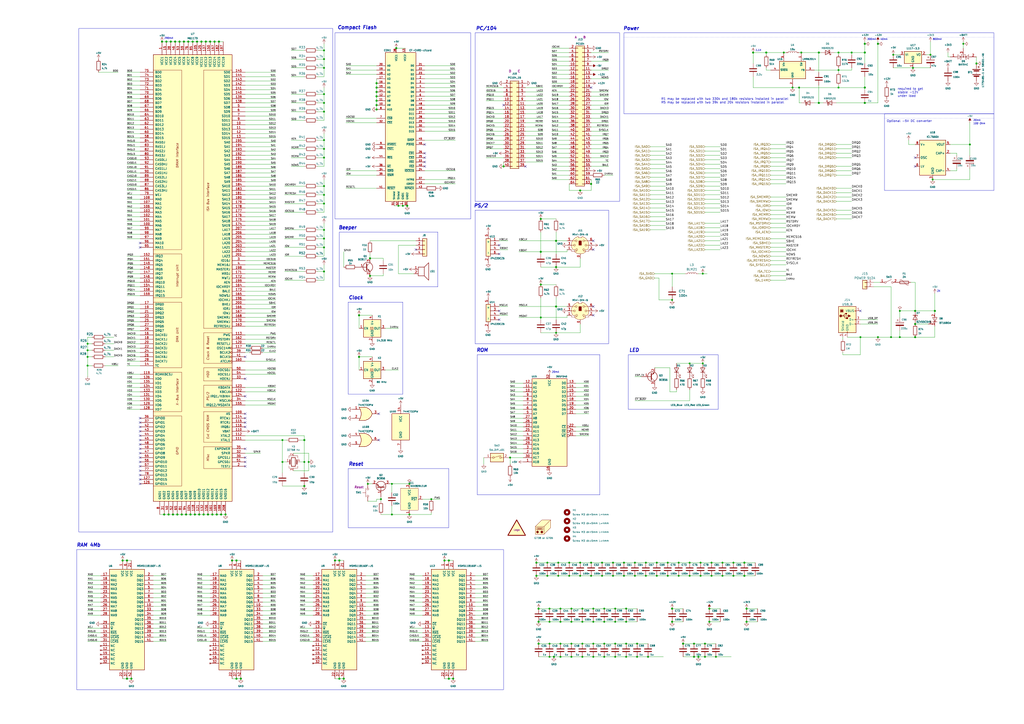
<source format=kicad_sch>
(kicad_sch (version 20250114) (generator "eeschema") (generator_version "9.0")
  (paper "A2")
  (lib_symbols
    (symbol "74xx:74LS32" (pin_names (offset 1.016))
      (property "Reference" "U" (at 0 1.27 0))
      (property "Value" "74LS32" (at 0 -1.27 0))
      (symbol "74LS32_1_1"
        (pin input line (at -7.62 2.54 0) (length 4.318) (name "~") (number "1"))
        (pin input line (at -7.62 -2.54 0) (length 4.318) (name "~") (number "2"))
        (pin output line (at 7.62 0 180) (length 3.81) (name "~") (number "3"))
      )
      (symbol "74LS32_1_2"
        (pin input inverted (at -7.62 2.54 0) (length 3.81) (name "~") (number "1"))
        (pin input inverted (at -7.62 -2.54 0) (length 3.81) (name "~") (number "2"))
        (pin output inverted (at 7.62 0 180) (length 3.81) (name "~") (number "3"))
      )
      (symbol "74LS32_2_1"
        (pin input line (at -7.62 2.54 0) (length 4.318) (name "~") (number "4"))
        (pin input line (at -7.62 -2.54 0) (length 4.318) (name "~") (number "5"))
        (pin output line (at 7.62 0 180) (length 3.81) (name "~") (number "6"))
      )
      (symbol "74LS32_2_2"
        (pin input inverted (at -7.62 2.54 0) (length 3.81) (name "~") (number "4"))
        (pin input inverted (at -7.62 -2.54 0) (length 3.81) (name "~") (number "5"))
        (pin output inverted (at 7.62 0 180) (length 3.81) (name "~") (number "6"))
      )
      (symbol "74LS32_3_1"
        (pin input line (at -7.62 2.54 0) (length 4.318) (name "~") (number "9"))
        (pin input line (at -7.62 -2.54 0) (length 4.318) (name "~") (number "10"))
        (pin output line (at 7.62 0 180) (length 3.81) (name "~") (number "8"))
      )
      (symbol "74LS32_3_2"
        (pin input inverted (at -7.62 2.54 0) (length 3.81) (name "~") (number "9"))
        (pin input inverted (at -7.62 -2.54 0) (length 3.81) (name "~") (number "10"))
        (pin output inverted (at 7.62 0 180) (length 3.81) (name "~") (number "8"))
      )
      (symbol "74LS32_4_1"
        (pin input line (at -7.62 2.54 0) (length 4.318) (name "~") (number "12"))
        (pin input line (at -7.62 -2.54 0) (length 4.318) (name "~") (number "13"))
        (pin output line (at 7.62 0 180) (length 3.81) (name "~") (number "11"))
      )
      (symbol "74LS32_4_2"
        (pin input inverted (at -7.62 2.54 0) (length 3.81) (name "~") (number "12"))
        (pin input inverted (at -7.62 -2.54 0) (length 3.81) (name "~") (number "13"))
        (pin output inverted (at 7.62 0 180) (length 3.81) (name "~") (number "11"))
      )
      (symbol "74LS32_5_0"
        (pin power_in line (at 0 12.7 270) (length 5.08) (name "VCC") (number "14"))
        (pin power_in line (at 0 -12.7 90) (length 5.08) (name "GND") (number "7"))
      )
    )
    (symbol "Connector:USB_B" (pin_names (offset 1.016))
      (property "Reference" "J" (at -5.08 11.43 0))
      (property "Value" "USB_B" (at -5.08 8.89 0))
      (symbol "USB_B_1_1"
        (pin passive line (at -2.54 -10.16 90) (length 2.54) (name "Shield") (number "5"))
        (pin power_out line (at 0 -10.16 90) (length 2.54) (name "GND") (number "4"))
        (pin power_out line (at 7.62 5.08 180) (length 2.54) (name "VBUS") (number "1"))
        (pin bidirectional line (at 7.62 0 180) (length 2.54) (name "D+") (number "3"))
        (pin bidirectional line (at 7.62 -2.54 180) (length 2.54) (name "D-") (number "2"))
      )
    )
    (symbol "Connector_Generic:Conn_01x02" (pin_names (offset 1.016) (hide yes))
      (property "Reference" "J" (at 0 2.54 0))
      (property "Value" "Conn_01x02" (at 0 -5.08 0))
      (symbol "Conn_01x02_1_1"
        (pin passive line (at -5.08 0 0) (length 3.81) (name "Pin_1") (number "1"))
        (pin passive line (at -5.08 -2.54 0) (length 3.81) (name "Pin_2") (number "2"))
      )
    )
    (symbol "Connector_Generic:Conn_01x04" (pin_names (offset 1.016) (hide yes))
      (property "Reference" "J" (at 0 5.08 0))
      (property "Value" "Conn_01x04" (at 0 -7.62 0))
      (symbol "Conn_01x04_1_1"
        (pin passive line (at -5.08 2.54 0) (length 3.81) (name "Pin_1") (number "1"))
        (pin passive line (at -5.08 0 0) (length 3.81) (name "Pin_2") (number "2"))
        (pin passive line (at -5.08 -2.54 0) (length 3.81) (name "Pin_3") (number "3"))
        (pin passive line (at -5.08 -5.08 0) (length 3.81) (name "Pin_4") (number "4"))
      )
    )
    (symbol "Connector_Generic:Conn_02x20_Odd_Even" (pin_names (offset 1.016) (hide yes))
      (property "Reference" "J" (at 1.27 25.4 0))
      (property "Value" "Conn_02x20_Odd_Even" (at 1.27 -27.94 0))
      (symbol "Conn_02x20_Odd_Even_1_1"
        (pin passive line (at -5.08 22.86 0) (length 3.81) (name "Pin_1") (number "1"))
        (pin passive line (at -5.08 20.32 0) (length 3.81) (name "Pin_3") (number "3"))
        (pin passive line (at -5.08 17.78 0) (length 3.81) (name "Pin_5") (number "5"))
        (pin passive line (at -5.08 15.24 0) (length 3.81) (name "Pin_7") (number "7"))
        (pin passive line (at -5.08 12.7 0) (length 3.81) (name "Pin_9") (number "9"))
        (pin passive line (at -5.08 10.16 0) (length 3.81) (name "Pin_11") (number "11"))
        (pin passive line (at -5.08 7.62 0) (length 3.81) (name "Pin_13") (number "13"))
        (pin passive line (at -5.08 5.08 0) (length 3.81) (name "Pin_15") (number "15"))
        (pin passive line (at -5.08 2.54 0) (length 3.81) (name "Pin_17") (number "17"))
        (pin passive line (at -5.08 0 0) (length 3.81) (name "Pin_19") (number "19"))
        (pin passive line (at -5.08 -2.54 0) (length 3.81) (name "Pin_21") (number "21"))
        (pin passive line (at -5.08 -5.08 0) (length 3.81) (name "Pin_23") (number "23"))
        (pin passive line (at -5.08 -7.62 0) (length 3.81) (name "Pin_25") (number "25"))
        (pin passive line (at -5.08 -10.16 0) (length 3.81) (name "Pin_27") (number "27"))
        (pin passive line (at -5.08 -12.7 0) (length 3.81) (name "Pin_29") (number "29"))
        (pin passive line (at -5.08 -15.24 0) (length 3.81) (name "Pin_31") (number "31"))
        (pin passive line (at -5.08 -17.78 0) (length 3.81) (name "Pin_33") (number "33"))
        (pin passive line (at -5.08 -20.32 0) (length 3.81) (name "Pin_35") (number "35"))
        (pin passive line (at -5.08 -22.86 0) (length 3.81) (name "Pin_37") (number "37"))
        (pin passive line (at -5.08 -25.4 0) (length 3.81) (name "Pin_39") (number "39"))
        (pin passive line (at 7.62 22.86 180) (length 3.81) (name "Pin_2") (number "2"))
        (pin passive line (at 7.62 20.32 180) (length 3.81) (name "Pin_4") (number "4"))
        (pin passive line (at 7.62 17.78 180) (length 3.81) (name "Pin_6") (number "6"))
        (pin passive line (at 7.62 15.24 180) (length 3.81) (name "Pin_8") (number "8"))
        (pin passive line (at 7.62 12.7 180) (length 3.81) (name "Pin_10") (number "10"))
        (pin passive line (at 7.62 10.16 180) (length 3.81) (name "Pin_12") (number "12"))
        (pin passive line (at 7.62 7.62 180) (length 3.81) (name "Pin_14") (number "14"))
        (pin passive line (at 7.62 5.08 180) (length 3.81) (name "Pin_16") (number "16"))
        (pin passive line (at 7.62 2.54 180) (length 3.81) (name "Pin_18") (number "18"))
        (pin passive line (at 7.62 0 180) (length 3.81) (name "Pin_20") (number "20"))
        (pin passive line (at 7.62 -2.54 180) (length 3.81) (name "Pin_22") (number "22"))
        (pin passive line (at 7.62 -5.08 180) (length 3.81) (name "Pin_24") (number "24"))
        (pin passive line (at 7.62 -7.62 180) (length 3.81) (name "Pin_26") (number "26"))
        (pin passive line (at 7.62 -10.16 180) (length 3.81) (name "Pin_28") (number "28"))
        (pin passive line (at 7.62 -12.7 180) (length 3.81) (name "Pin_30") (number "30"))
        (pin passive line (at 7.62 -15.24 180) (length 3.81) (name "Pin_32") (number "32"))
        (pin passive line (at 7.62 -17.78 180) (length 3.81) (name "Pin_34") (number "34"))
        (pin passive line (at 7.62 -20.32 180) (length 3.81) (name "Pin_36") (number "36"))
        (pin passive line (at 7.62 -22.86 180) (length 3.81) (name "Pin_38") (number "38"))
        (pin passive line (at 7.62 -25.4 180) (length 3.81) (name "Pin_40") (number "40"))
      )
    )
    (symbol "Connector_Generic:Conn_02x32_Odd_Even" (pin_names (offset 1.016) (hide yes))
      (property "Reference" "J" (at 1.27 40.64 0))
      (property "Value" "Conn_02x32_Odd_Even" (at 1.27 -43.18 0))
      (symbol "Conn_02x32_Odd_Even_1_1"
        (pin passive line (at -5.08 38.1 0) (length 3.81) (name "Pin_1") (number "1"))
        (pin passive line (at -5.08 35.56 0) (length 3.81) (name "Pin_3") (number "3"))
        (pin passive line (at -5.08 33.02 0) (length 3.81) (name "Pin_5") (number "5"))
        (pin passive line (at -5.08 30.48 0) (length 3.81) (name "Pin_7") (number "7"))
        (pin passive line (at -5.08 27.94 0) (length 3.81) (name "Pin_9") (number "9"))
        (pin passive line (at -5.08 25.4 0) (length 3.81) (name "Pin_11") (number "11"))
        (pin passive line (at -5.08 22.86 0) (length 3.81) (name "Pin_13") (number "13"))
        (pin passive line (at -5.08 20.32 0) (length 3.81) (name "Pin_15") (number "15"))
        (pin passive line (at -5.08 17.78 0) (length 3.81) (name "Pin_17") (number "17"))
        (pin passive line (at -5.08 15.24 0) (length 3.81) (name "Pin_19") (number "19"))
        (pin passive line (at -5.08 12.7 0) (length 3.81) (name "Pin_21") (number "21"))
        (pin passive line (at -5.08 10.16 0) (length 3.81) (name "Pin_23") (number "23"))
        (pin passive line (at -5.08 7.62 0) (length 3.81) (name "Pin_25") (number "25"))
        (pin passive line (at -5.08 5.08 0) (length 3.81) (name "Pin_27") (number "27"))
        (pin passive line (at -5.08 2.54 0) (length 3.81) (name "Pin_29") (number "29"))
        (pin passive line (at -5.08 0 0) (length 3.81) (name "Pin_31") (number "31"))
        (pin passive line (at -5.08 -2.54 0) (length 3.81) (name "Pin_33") (number "33"))
        (pin passive line (at -5.08 -5.08 0) (length 3.81) (name "Pin_35") (number "35"))
        (pin passive line (at -5.08 -7.62 0) (length 3.81) (name "Pin_37") (number "37"))
        (pin passive line (at -5.08 -10.16 0) (length 3.81) (name "Pin_39") (number "39"))
        (pin passive line (at -5.08 -12.7 0) (length 3.81) (name "Pin_41") (number "41"))
        (pin passive line (at -5.08 -15.24 0) (length 3.81) (name "Pin_43") (number "43"))
        (pin passive line (at -5.08 -17.78 0) (length 3.81) (name "Pin_45") (number "45"))
        (pin passive line (at -5.08 -20.32 0) (length 3.81) (name "Pin_47") (number "47"))
        (pin passive line (at -5.08 -22.86 0) (length 3.81) (name "Pin_49") (number "49"))
        (pin passive line (at -5.08 -25.4 0) (length 3.81) (name "Pin_51") (number "51"))
        (pin passive line (at -5.08 -27.94 0) (length 3.81) (name "Pin_53") (number "53"))
        (pin passive line (at -5.08 -30.48 0) (length 3.81) (name "Pin_55") (number "55"))
        (pin passive line (at -5.08 -33.02 0) (length 3.81) (name "Pin_57") (number "57"))
        (pin passive line (at -5.08 -35.56 0) (length 3.81) (name "Pin_59") (number "59"))
        (pin passive line (at -5.08 -38.1 0) (length 3.81) (name "Pin_61") (number "61"))
        (pin passive line (at -5.08 -40.64 0) (length 3.81) (name "Pin_63") (number "63"))
        (pin passive line (at 7.62 38.1 180) (length 3.81) (name "Pin_2") (number "2"))
        (pin passive line (at 7.62 35.56 180) (length 3.81) (name "Pin_4") (number "4"))
        (pin passive line (at 7.62 33.02 180) (length 3.81) (name "Pin_6") (number "6"))
        (pin passive line (at 7.62 30.48 180) (length 3.81) (name "Pin_8") (number "8"))
        (pin passive line (at 7.62 27.94 180) (length 3.81) (name "Pin_10") (number "10"))
        (pin passive line (at 7.62 25.4 180) (length 3.81) (name "Pin_12") (number "12"))
        (pin passive line (at 7.62 22.86 180) (length 3.81) (name "Pin_14") (number "14"))
        (pin passive line (at 7.62 20.32 180) (length 3.81) (name "Pin_16") (number "16"))
        (pin passive line (at 7.62 17.78 180) (length 3.81) (name "Pin_18") (number "18"))
        (pin passive line (at 7.62 15.24 180) (length 3.81) (name "Pin_20") (number "20"))
        (pin passive line (at 7.62 12.7 180) (length 3.81) (name "Pin_22") (number "22"))
        (pin passive line (at 7.62 10.16 180) (length 3.81) (name "Pin_24") (number "24"))
        (pin passive line (at 7.62 7.62 180) (length 3.81) (name "Pin_26") (number "26"))
        (pin passive line (at 7.62 5.08 180) (length 3.81) (name "Pin_28") (number "28"))
        (pin passive line (at 7.62 2.54 180) (length 3.81) (name "Pin_30") (number "30"))
        (pin passive line (at 7.62 0 180) (length 3.81) (name "Pin_32") (number "32"))
        (pin passive line (at 7.62 -2.54 180) (length 3.81) (name "Pin_34") (number "34"))
        (pin passive line (at 7.62 -5.08 180) (length 3.81) (name "Pin_36") (number "36"))
        (pin passive line (at 7.62 -7.62 180) (length 3.81) (name "Pin_38") (number "38"))
        (pin passive line (at 7.62 -10.16 180) (length 3.81) (name "Pin_40") (number "40"))
        (pin passive line (at 7.62 -12.7 180) (length 3.81) (name "Pin_42") (number "42"))
        (pin passive line (at 7.62 -15.24 180) (length 3.81) (name "Pin_44") (number "44"))
        (pin passive line (at 7.62 -17.78 180) (length 3.81) (name "Pin_46") (number "46"))
        (pin passive line (at 7.62 -20.32 180) (length 3.81) (name "Pin_48") (number "48"))
        (pin passive line (at 7.62 -22.86 180) (length 3.81) (name "Pin_50") (number "50"))
        (pin passive line (at 7.62 -25.4 180) (length 3.81) (name "Pin_52") (number "52"))
        (pin passive line (at 7.62 -27.94 180) (length 3.81) (name "Pin_54") (number "54"))
        (pin passive line (at 7.62 -30.48 180) (length 3.81) (name "Pin_56") (number "56"))
        (pin passive line (at 7.62 -33.02 180) (length 3.81) (name "Pin_58") (number "58"))
        (pin passive line (at 7.62 -35.56 180) (length 3.81) (name "Pin_60") (number "60"))
        (pin passive line (at 7.62 -38.1 180) (length 3.81) (name "Pin_62") (number "62"))
        (pin passive line (at 7.62 -40.64 180) (length 3.81) (name "Pin_64") (number "64"))
      )
    )
    (symbol "Device:Battery" (pin_numbers (hide yes)) (pin_names (offset 0) (hide yes))
      (property "Reference" "BT" (at 2.54 2.54 0))
      (property "Value" "Battery" (at 2.54 0 0))
      (symbol "Battery_1_1"
        (pin passive line (at 0 5.08 270) (length 2.54) (name "+") (number "1"))
        (pin passive line (at 0 -5.08 90) (length 2.54) (name "-") (number "2"))
      )
    )
    (symbol "Device:C" (pin_numbers (hide yes)) (pin_names (offset 0.254))
      (property "Reference" "C" (at 0.635 2.54 0))
      (property "Value" "C" (at 0.635 -2.54 0))
      (symbol "C_1_1"
        (pin passive line (at 0 3.81 270) (length 2.794) (name "~") (number "1"))
        (pin passive line (at 0 -3.81 90) (length 2.794) (name "~") (number "2"))
      )
    )
    (symbol "Device:C_Polarized" (pin_numbers (hide yes)) (pin_names (offset 0.254))
      (property "Reference" "C" (at 0.635 2.54 0))
      (property "Value" "C_Polarized" (at 0.635 -2.54 0))
      (symbol "C_Polarized_1_1"
        (pin passive line (at 0 3.81 270) (length 2.794) (name "~") (number "1"))
        (pin passive line (at 0 -3.81 90) (length 2.794) (name "~") (number "2"))
      )
    )
    (symbol "Device:Crystal_GND23" (pin_names (offset 1.016) (hide yes))
      (property "Reference" "Y" (at 3.175 5.08 0))
      (property "Value" "Crystal_GND23" (at 3.175 3.175 0))
      (symbol "Crystal_GND23_1_1"
        (pin passive line (at -3.81 0 0) (length 1.27) (name "1") (number "1"))
        (pin passive line (at 0 5.08 270) (length 1.27) (name "2") (number "2"))
        (pin passive line (at 0 -5.08 90) (length 1.27) (name "3") (number "3"))
        (pin passive line (at 3.81 0 180) (length 1.27) (name "4") (number "4"))
      )
    )
    (symbol "Device:D_Zener" (pin_numbers (hide yes)) (pin_names (offset 1.016) (hide yes))
      (property "Reference" "D" (at 0 2.54 0))
      (property "Value" "D_Zener" (at 0 -2.54 0))
      (symbol "D_Zener_1_1"
        (pin passive line (at -3.81 0 0) (length 2.54) (name "K") (number "1"))
        (pin passive line (at 3.81 0 180) (length 2.54) (name "A") (number "2"))
      )
    )
    (symbol "Device:L" (pin_numbers (hide yes)) (pin_names (offset 1.016) (hide yes))
      (property "Reference" "L" (at -1.27 0 90))
      (property "Value" "L" (at 1.905 0 90))
      (symbol "L_1_1"
        (pin passive line (at 0 3.81 270) (length 1.27) (name "1") (number "1"))
        (pin passive line (at 0 -3.81 90) (length 1.27) (name "2") (number "2"))
      )
    )
    (symbol "Device:LED" (pin_numbers (hide yes)) (pin_names (offset 1.016) (hide yes))
      (property "Reference" "D" (at 0 2.54 0))
      (property "Value" "LED" (at 0 -2.54 0))
      (symbol "LED_1_1"
        (pin passive line (at -3.81 0 0) (length 2.54) (name "K") (number "1"))
        (pin passive line (at 3.81 0 180) (length 2.54) (name "A") (number "2"))
      )
    )
    (symbol "Device:Polyfuse" (pin_numbers (hide yes)) (pin_names (offset 0))
      (property "Reference" "F" (at -2.54 0 90))
      (property "Value" "Polyfuse" (at 2.54 0 90))
      (symbol "Polyfuse_1_1"
        (pin passive line (at 0 3.81 270) (length 1.27) (name "~") (number "1"))
        (pin passive line (at 0 -3.81 90) (length 1.27) (name "~") (number "2"))
      )
    )
    (symbol "Device:Q_SCR_KAG" (pin_names (offset 0) (hide yes))
      (property "Reference" "D" (at 1.905 0.635 0))
      (property "Value" "Q_SCR_KAG" (at 1.905 -1.27 0))
      (symbol "Q_SCR_KAG_1_1"
        (pin input line (at -3.81 -2.54 0) (length 2.54) (name "G") (number "3"))
        (pin passive line (at 0 3.81 270) (length 2.54) (name "A") (number "2"))
        (pin passive line (at 0 -3.81 90) (length 2.54) (name "K") (number "1"))
      )
    )
    (symbol "Device:R" (pin_numbers (hide yes)) (pin_names (offset 0))
      (property "Reference" "R" (at 2.032 0 90))
      (property "Value" "R" (at 0 0 90))
      (symbol "R_1_1"
        (pin passive line (at 0 3.81 270) (length 1.27) (name "~") (number "1"))
        (pin passive line (at 0 -3.81 90) (length 1.27) (name "~") (number "2"))
      )
    )
    (symbol "Device:Speaker" (pin_names (offset 0) (hide yes))
      (property "Reference" "LS" (at 1.27 5.715 0))
      (property "Value" "Speaker" (at 1.27 3.81 0))
      (symbol "Speaker_1_1"
        (pin input line (at -5.08 0 0) (length 2.54) (name "1") (number "1"))
        (pin input line (at -5.08 -2.54 0) (length 2.54) (name "2") (number "2"))
      )
    )
    (symbol "Diode:BAT54C" (pin_names (offset 1.016))
      (property "Reference" "D" (at 0.635 -3.81 0))
      (property "Value" "BAT54C" (at -6.35 3.175 0))
      (symbol "BAT54C_1_1"
        (pin passive line (at -7.62 0 0) (length 3.81) (name "~") (number "1"))
        (pin passive line (at 0 -5.08 90) (length 5.08) (name "~") (number "3"))
        (pin passive line (at 7.62 0 180) (length 3.81) (name "~") (number "2"))
      )
    )
    (symbol "Diode:MBR0520" (pin_numbers (hide yes)) (pin_names (offset 1.016) (hide yes))
      (property "Reference" "D" (at 0 2.54 0))
      (property "Value" "MBR0520" (at 0 -2.54 0))
      (symbol "MBR0520_1_1"
        (pin passive line (at -3.81 0 0) (length 2.54) (name "K") (number "1"))
        (pin passive line (at 3.81 0 180) (length 2.54) (name "A") (number "2"))
      )
    )
    (symbol "IP4220CZ6_1" (pin_names (offset 1.016))
      (property "Reference" "U" (at -2.54 6.35 0))
      (property "Value" "IP4220CZ6_1" (at 5.08 6.35 0))
      (symbol "IP4220CZ6_1_1_1"
        (pin passive line (at -6.35 3.81 0) (length 5.08) (name "~") (number "1"))
        (pin passive line (at -6.35 1.27 0) (length 5.08) (name "~") (number "3"))
        (pin passive line (at -6.35 -1.27 0) (length 5.08) (name "~") (number "4"))
        (pin passive line (at -6.35 -3.81 0) (length 5.08) (name "~") (number "6"))
        (pin power_in line (at 0 8.89 270) (length 3.81) (name "+") (number "5"))
        (pin power_in line (at 0 -8.89 90) (length 3.81) (name "-") (number "2"))
      )
    )
    (symbol "MSM5118160F-JS_1"
      (property "Reference" "U" (at -10.16 30.48 0))
      (property "Value" "MSM5118160F-JS_1" (at 12.7 30.48 0))
      (symbol "MSM5118160F-JS_1_0_0"
        (pin input line (at -15.24 25.4 0) (length 5.08) (name "MA0") (number "17"))
        (pin input line (at -15.24 22.86 0) (length 5.08) (name "MA1") (number "18"))
        (pin input line (at -15.24 20.32 0) (length 5.08) (name "MA2") (number "19"))
        (pin input line (at -15.24 17.78 0) (length 5.08) (name "MA3") (number "20"))
        (pin input line (at -15.24 15.24 0) (length 5.08) (name "MA4") (number "23"))
        (pin input line (at -15.24 12.7 0) (length 5.08) (name "MA5") (number "24"))
        (pin input line (at -15.24 10.16 0) (length 5.08) (name "MA6") (number "25"))
        (pin input line (at -15.24 7.62 0) (length 5.08) (name "MA7") (number "26"))
        (pin input line (at -15.24 5.08 0) (length 5.08) (name "MA8") (number "27"))
        (pin input line (at -15.24 2.54 0) (length 5.08) (name "MA9") (number "28"))
        (pin input line (at -15.24 -2.54 0) (length 5.08) (name "~{OE}") (number "29"))
        (pin input line (at -15.24 -5.08 0) (length 5.08) (name "~{W}") (number "13"))
        (pin input line (at -15.24 -7.62 0) (length 5.08) (name "~{RAS}") (number "14"))
        (pin input line (at -15.24 -10.16 0) (length 5.08) (name "~{UCAS}") (number "30"))
        (pin input line (at -15.24 -12.7 0) (length 5.08) (name "~{LCAS}") (number "31"))
        (pin no_connect line (at -15.24 -15.24 0) (length 5.08) (name "NC") (number "11"))
        (pin no_connect line (at -15.24 -17.78 0) (length 5.08) (name "NC") (number "12"))
        (pin no_connect line (at -15.24 -20.32 0) (length 5.08) (name "NC") (number "15"))
        (pin no_connect line (at -15.24 -22.86 0) (length 5.08) (name "NC") (number "16"))
        (pin no_connect line (at -15.24 -25.4 0) (length 5.08) (name "NC") (number "32"))
        (pin power_in line (at -2.54 34.29 270) (length 5.08) (name "VCC") (number "1"))
        (pin power_in line (at -2.54 -34.29 90) (length 5.08) (name "GND") (number "22"))
        (pin power_in line (at 0 34.29 270) (length 5.08) (name "VCC") (number "6"))
        (pin power_in line (at 0 -34.29 90) (length 5.08) (name "GND") (number "37"))
        (pin power_in line (at 2.54 34.29 270) (length 5.08) (name "VCC") (number "21"))
        (pin power_in line (at 2.54 -34.29 90) (length 5.08) (name "GND") (number "42"))
        (pin bidirectional line (at 15.24 25.4 180) (length 5.08) (name "DQ0") (number "2"))
        (pin bidirectional line (at 15.24 22.86 180) (length 5.08) (name "DQ1") (number "3"))
        (pin bidirectional line (at 15.24 20.32 180) (length 5.08) (name "DQ2") (number "4"))
        (pin bidirectional line (at 15.24 17.78 180) (length 5.08) (name "DQ3") (number "5"))
        (pin bidirectional line (at 15.24 15.24 180) (length 5.08) (name "DQ4") (number "7"))
        (pin bidirectional line (at 15.24 12.7 180) (length 5.08) (name "DQ5") (number "8"))
        (pin bidirectional line (at 15.24 10.16 180) (length 5.08) (name "DQ6") (number "9"))
        (pin bidirectional line (at 15.24 7.62 180) (length 5.08) (name "DQ7") (number "10"))
        (pin bidirectional line (at 15.24 5.08 180) (length 5.08) (name "DQ8") (number "33"))
        (pin bidirectional line (at 15.24 2.54 180) (length 5.08) (name "DQ9") (number "34"))
        (pin bidirectional line (at 15.24 0 180) (length 5.08) (name "DQ10") (number "35"))
        (pin bidirectional line (at 15.24 -2.54 180) (length 5.08) (name "DQ11") (number "36"))
        (pin bidirectional line (at 15.24 -5.08 180) (length 5.08) (name "DQ12") (number "38"))
        (pin bidirectional line (at 15.24 -7.62 180) (length 5.08) (name "DQ13") (number "39"))
        (pin bidirectional line (at 15.24 -10.16 180) (length 5.08) (name "DQ14") (number "40"))
        (pin bidirectional line (at 15.24 -12.7 180) (length 5.08) (name "DQ15") (number "41"))
      )
    )
    (symbol "Mechanical:Housing" (pin_names (offset 1.016))
      (property "Reference" "N" (at 3.81 0 0))
      (property "Value" "Housing" (at 3.81 -1.905 0))
    )
    (symbol "Mechanical:MountingHole" (pin_names (offset 1.016))
      (property "Reference" "H" (at 0 5.08 0))
      (property "Value" "MountingHole" (at 0 3.175 0))
    )
    (symbol "Mini-DIN-6_1" (pin_names (offset 1.016))
      (property "Reference" "J" (at 0 6.35 0))
      (property "Value" "Mini-DIN-6_1" (at 6.985 -6.35 0))
      (symbol "Mini-DIN-6_1_1_1"
        (pin passive line (at -7.62 2.54 0) (length 2.54) (name "~") (number "6"))
        (pin passive line (at -7.62 0 0) (length 2.54) (name "~") (number "4"))
        (pin passive line (at -7.62 -2.54 0) (length 2.54) (name "~") (number "2"))
        (pin passive line (at 0 -7.62 90) (length 2.54) (name "~") (number "0"))
        (pin passive line (at 7.62 2.54 180) (length 2.54) (name "~") (number "5"))
        (pin passive line (at 7.62 0 180) (length 2.54) (name "~") (number "3"))
        (pin passive line (at 7.62 -2.54 180) (length 2.54) (name "~") (number "1"))
      )
    )
    (symbol "Oscillator:XO91" (pin_names (offset 0.254))
      (property "Reference" "X" (at -5.08 6.35 0))
      (property "Value" "XO91" (at 1.27 -6.35 0))
      (symbol "XO91_1_1"
        (pin input line (at -7.62 0 0) (length 2.54) (name "EN") (number "1"))
        (pin power_in line (at 0 7.62 270) (length 2.54) (name "V+") (number "4"))
        (pin power_in line (at 0 -7.62 90) (length 2.54) (name "GND") (number "2"))
        (pin output line (at 7.62 0 180) (length 2.54) (name "OUT") (number "3"))
      )
    )
    (symbol "PCM_4ms_Power-symbol:PWR_FLAG" (power) (pin_numbers (hide yes)) (pin_names (offset 0) (hide yes))
      (property "Value" "PWR_FLAG" (at 0 3.81 0))
      (symbol "PWR_FLAG_0_0"
        (pin power_out line (at 0 0 90) (length 0) (name "pwr") (number "1"))
      )
    )
    (symbol "Regulator_Linear:AMS1117-3.3"
      (property "Reference" "U" (at -3.81 3.175 0))
      (property "Value" "AMS1117-3.3" (at 0 3.175 0))
      (symbol "AMS1117-3.3_1_1"
        (pin power_in line (at -7.62 0 0) (length 2.54) (name "VI") (number "3"))
        (pin power_in line (at 0 -7.62 90) (length 2.54) (name "GND") (number "1"))
        (pin power_out line (at 7.62 0 180) (length 2.54) (name "VO") (number "2"))
      )
    )
    (symbol "Regulator_SwitchedCapacitor:ICL7660"
      (property "Reference" "U" (at -6.35 11.43 0))
      (property "Value" "ICL7660" (at 3.81 11.43 0))
      (symbol "ICL7660_1_1"
        (pin power_in line (at -10.16 7.62 0) (length 2.54) (name "V+") (number "8"))
        (pin input line (at -10.16 0 0) (length 2.54) (name "OSC") (number "7"))
        (pin input line (at -10.16 -5.08 0) (length 2.54) (name "LV") (number "6"))
        (pin no_connect line (at -7.62 5.08 0) (length 2.54) (hide yes) (name "NC") (number "1"))
        (pin power_in line (at 0 -12.7 90) (length 2.54) (name "GND") (number "3"))
        (pin power_out line (at 10.16 7.62 180) (length 2.54) (name "VOUT") (number "5"))
        (pin input line (at 10.16 2.54 180) (length 2.54) (name "CAP+") (number "2"))
        (pin input line (at 10.16 -7.62 180) (length 2.54) (name "CAP-") (number "4"))
      )
    )
    (symbol "Switch:SW_DIP_x01" (pin_names (offset 0) (hide yes))
      (property "Reference" "SW" (at 0 3.81 0))
      (property "Value" "SW_DIP_x01" (at 0 -3.81 0))
      (symbol "SW_DIP_x01_1_1"
        (pin passive line (at -7.62 0 0) (length 5.08) (name "~") (number "1"))
        (pin passive line (at 7.62 0 180) (length 5.08) (name "~") (number "2"))
      )
    )
    (symbol "Switch:SW_Push" (pin_numbers (hide yes)) (pin_names (offset 1.016) (hide yes))
      (property "Reference" "SW" (at 1.27 2.54 0))
      (property "Value" "SW_Push" (at 0 -1.524 0))
      (symbol "SW_Push_0_1"
        (pin passive line (at -5.08 0 0) (length 2.54) (name "1") (number "1"))
        (pin passive line (at 5.08 0 180) (length 2.54) (name "2") (number "2"))
      )
    )
    (symbol "Switch:SW_SPST" (pin_names (offset 0) (hide yes))
      (property "Reference" "SW" (at 0 3.175 0))
      (property "Value" "SW_SPST" (at 0 -2.54 0))
      (symbol "SW_SPST_1_1"
        (pin passive line (at -5.08 0 0) (length 2.54) (name "A") (number "1"))
        (pin passive line (at 5.08 0 180) (length 2.54) (name "B") (number "2"))
      )
    )
    (symbol "Transistor_BJT:BC817" (pin_names (offset 0) (hide yes))
      (property "Reference" "Q" (at 5.08 1.905 0))
      (property "Value" "BC817" (at 5.08 0 0))
      (symbol "BC817_1_1"
        (pin input line (at -5.08 0 0) (length 5.715) (name "B") (number "1"))
        (pin passive line (at 2.54 5.08 270) (length 2.54) (name "C") (number "3"))
        (pin passive line (at 2.54 -5.08 90) (length 2.54) (name "E") (number "2"))
      )
    )
    (symbol "Transistor_BJT:BC856" (pin_names (offset 0) (hide yes))
      (property "Reference" "Q" (at 5.08 1.905 0))
      (property "Value" "BC856" (at 5.08 0 0))
      (symbol "BC856_1_1"
        (pin input line (at -5.08 0 0) (length 5.715) (name "B") (number "1"))
        (pin passive line (at 2.54 5.08 270) (length 2.54) (name "C") (number "3"))
        (pin passive line (at 2.54 -5.08 90) (length 2.54) (name "E") (number "2"))
      )
    )
    (symbol "my:29C040"
      (property "Reference" "U" (at -10.16 26.67 0))
      (property "Value" "29C040" (at 8.89 26.67 0))
      (symbol "29C040_0_0"
        (pin power_in line (at 0 27.94 270) (length 2.5654) (name "VCC") (number "32"))
        (pin power_in line (at 0 -27.94 90) (length 2.5146) (name "GND") (number "16"))
      )
      (symbol "29C040_1_1"
        (pin input line (at -15.24 22.86 0) (length 5.08) (name "A0") (number "12"))
        (pin input line (at -15.24 20.32 0) (length 5.08) (name "A1") (number "11"))
        (pin input line (at -15.24 17.78 0) (length 5.08) (name "A2") (number "10"))
        (pin input line (at -15.24 15.24 0) (length 5.08) (name "A3") (number "9"))
        (pin input line (at -15.24 12.7 0) (length 5.08) (name "A4") (number "8"))
        (pin input line (at -15.24 10.16 0) (length 5.08) (name "A5") (number "7"))
        (pin input line (at -15.24 7.62 0) (length 5.08) (name "A6") (number "6"))
        (pin input line (at -15.24 5.08 0) (length 5.08) (name "A7") (number "5"))
        (pin input line (at -15.24 2.54 0) (length 5.08) (name "A8") (number "27"))
        (pin input line (at -15.24 0 0) (length 5.08) (name "A9") (number "26"))
        (pin input line (at -15.24 -2.54 0) (length 5.08) (name "A10") (number "23"))
        (pin input line (at -15.24 -5.08 0) (length 5.08) (name "A11") (number "25"))
        (pin input line (at -15.24 -7.62 0) (length 5.08) (name "A12") (number "4"))
        (pin input line (at -15.24 -10.16 0) (length 5.08) (name "A13") (number "28"))
        (pin input line (at -15.24 -12.7 0) (length 5.08) (name "A14") (number "29"))
        (pin input line (at -15.24 -15.24 0) (length 5.08) (name "A15") (number "3"))
        (pin input line (at -15.24 -17.78 0) (length 5.08) (name "A16") (number "2"))
        (pin input line (at -15.24 -20.32 0) (length 5.08) (name "A17") (number "30"))
        (pin input line (at -15.24 -22.86 0) (length 5.08) (name "A18") (number "1"))
        (pin tri_state line (at 15.24 22.86 180) (length 5.08) (name "D0") (number "13"))
        (pin tri_state line (at 15.24 20.32 180) (length 5.08) (name "D1") (number "14"))
        (pin tri_state line (at 15.24 17.78 180) (length 5.08) (name "D2") (number "15"))
        (pin tri_state line (at 15.24 15.24 180) (length 5.08) (name "D3") (number "17"))
        (pin tri_state line (at 15.24 12.7 180) (length 5.08) (name "D4") (number "18"))
        (pin tri_state line (at 15.24 10.16 180) (length 5.08) (name "D5") (number "19"))
        (pin tri_state line (at 15.24 7.62 180) (length 5.08) (name "D6") (number "20"))
        (pin tri_state line (at 15.24 5.08 180) (length 5.08) (name "D7") (number "21"))
        (pin input inverted (at 15.24 -2.54 180) (length 5.08) (name "~{CE}") (number "22"))
        (pin input inverted (at 15.24 -5.08 180) (length 5.08) (name "~{OE}") (number "24"))
        (pin input inverted (at 15.24 -7.62 180) (length 5.08) (name "~{WE}") (number "31"))
      )
    )
    (symbol "my:IP4220CZ6" (pin_names (offset 1.016))
      (property "Reference" "U" (at -2.54 6.35 0))
      (property "Value" "IP4220CZ6" (at 5.08 6.35 0))
      (symbol "IP4220CZ6_1_1"
        (pin passive line (at -6.35 3.81 0) (length 5.08) (name "~") (number "1"))
        (pin passive line (at -6.35 1.27 0) (length 5.08) (name "~") (number "3"))
        (pin passive line (at -6.35 -1.27 0) (length 5.08) (name "~") (number "4"))
        (pin passive line (at -6.35 -3.81 0) (length 5.08) (name "~") (number "6"))
        (pin power_in line (at 0 8.89 270) (length 3.81) (name "+") (number "5"))
        (pin power_in line (at 0 -8.89 90) (length 3.81) (name "-") (number "2"))
      )
    )
    (symbol "my:LT1930"
      (property "Reference" "U" (at -10.16 5.08 0))
      (property "Value" "LT1930" (at 12.7 5.08 0))
      (symbol "LT1930_1_1"
        (pin input line (at -12.7 0 0) (length 5.08) (name "~{SHDN}") (number "4"))
        (pin power_in line (at -5.08 10.16 270) (length 5.08) (name "Vin") (number "5"))
        (pin power_in line (at 0 -10.16 90) (length 5.08) (name "GND") (number "2"))
        (pin output line (at 5.08 10.16 270) (length 5.08) (name "SW") (number "1"))
        (pin input line (at 12.7 0 180) (length 5.08) (name "FB") (number "3"))
      )
    )
    (symbol "my:M6117D" (pin_names (offset 1.016))
      (property "Reference" "U" (at 0 -3.81 0))
      (property "Value" "M6117D" (at 0 3.81 0))
      (symbol "M6117D_0_0"
        (text "DRAM interface" (at -8.89 71.12 900) (effects (font (size 1.27 1.27) (italic yes))))
        (text "Interrupt Unit" (at -8.89 1.27 900) (effects (font (size 1.27 1.27) (italic yes))))
        (text "DMA Unit" (at -8.89 -33.02 900) (effects (font (size 1.27 1.27) (italic yes))))
        (text "X-Bus interface" (at -8.89 -66.04 900) (effects (font (size 1.27 1.27) (italic yes))))
        (text "GPIO" (at -8.89 -100.33 900) (effects (font (size 1.27 1.27) (italic yes))))
        (text "ISA Bus interface" (at 8.89 46.99 900) (effects (font (size 1.27 1.27) (italic yes))))
        (text "Clock & Reset" (at 8.89 -40.64 900) (effects (font (size 1.27 1.27) (italic yes))))
        (text "HDD" (at 8.89 -55.88 900) (effects (font (size 1.27 1.27) (italic yes))))
        (text "PS/2" (at 8.89 -68.58 900) (effects (font (size 1.27 1.27) (italic yes))))
        (text "Ext CMOS RAM" (at 8.89 -86.36 900) (effects (font (size 1.27 1.27) (italic yes))))
        (text "Misc" (at 8.89 -104.14 900) (effects (font (size 1.27 1.27) (italic yes))))
      )
      (symbol "M6117D_1_1"
        (pin bidirectional line (at -30.48 119.38 0) (length 7.62) (name "BD0") (number "75"))
        (pin bidirectional line (at -30.48 116.84 0) (length 7.62) (name "BD1") (number "74"))
        (pin bidirectional line (at -30.48 114.3 0) (length 7.62) (name "BD2") (number "73"))
        (pin bidirectional line (at -30.48 111.76 0) (length 7.62) (name "BD3") (number "72"))
        (pin bidirectional line (at -30.48 109.22 0) (length 7.62) (name "BD4") (number "71"))
        (pin bidirectional line (at -30.48 106.68 0) (length 7.62) (name "BD5") (number "70"))
        (pin bidirectional line (at -30.48 104.14 0) (length 7.62) (name "BD6") (number "69"))
        (pin bidirectional line (at -30.48 101.6 0) (length 7.62) (name "BD7") (number "68"))
        (pin bidirectional line (at -30.48 99.06 0) (length 7.62) (name "BD8") (number "67"))
        (pin bidirectional line (at -30.48 96.52 0) (length 7.62) (name "BD9") (number "66"))
        (pin bidirectional line (at -30.48 93.98 0) (length 7.62) (name "BD10") (number "64"))
        (pin bidirectional line (at -30.48 91.44 0) (length 7.62) (name "BD11") (number "63"))
        (pin bidirectional line (at -30.48 88.9 0) (length 7.62) (name "BD12") (number "62"))
        (pin bidirectional line (at -30.48 86.36 0) (length 7.62) (name "BD13") (number "61"))
        (pin bidirectional line (at -30.48 83.82 0) (length 7.62) (name "BD14") (number "60"))
        (pin bidirectional line (at -30.48 81.28 0) (length 7.62) (name "BD15") (number "58"))
        (pin output line (at -30.48 78.74 0) (length 7.62) (name "RAS0J") (number "84"))
        (pin output line (at -30.48 76.2 0) (length 7.62) (name "RAS1J") (number "83"))
        (pin output line (at -30.48 73.66 0) (length 7.62) (name "RAS2J") (number "82"))
        (pin output line (at -30.48 71.12 0) (length 7.62) (name "RAS3J") (number "80"))
        (pin output line (at -30.48 68.58 0) (length 7.62) (name "CAS0LJ") (number "93"))
        (pin output line (at -30.48 66.04 0) (length 7.62) (name "CAS0HJ") (number "92"))
        (pin output line (at -30.48 63.5 0) (length 7.62) (name "CAS1LJ") (number "91"))
        (pin output line (at -30.48 60.96 0) (length 7.62) (name "CAS1HJ") (number "90"))
        (pin output line (at -30.48 58.42 0) (length 7.62) (name "CAS2LJ") (number "89"))
        (pin output line (at -30.48 55.88 0) (length 7.62) (name "CAS2HJ") (number "88"))
        (pin output line (at -30.48 53.34 0) (length 7.62) (name "CAS3LJ") (number "87"))
        (pin output line (at -30.48 50.8 0) (length 7.62) (name "CAS3HJ") (number "86"))
        (pin output line (at -30.48 48.26 0) (length 7.62) (name "WEJ") (number "79"))
        (pin output line (at -30.48 45.72 0) (length 7.62) (name "MA0") (number "108"))
        (pin output line (at -30.48 43.18 0) (length 7.62) (name "MA1") (number "107"))
        (pin output line (at -30.48 40.64 0) (length 7.62) (name "MA2") (number "106"))
        (pin output line (at -30.48 38.1 0) (length 7.62) (name "MA3") (number "103"))
        (pin output line (at -30.48 35.56 0) (length 7.62) (name "MA4") (number "102"))
        (pin output line (at -30.48 33.02 0) (length 7.62) (name "MA5") (number "101"))
        (pin output line (at -30.48 30.48 0) (length 7.62) (name "MA6") (number "100"))
        (pin output line (at -30.48 27.94 0) (length 7.62) (name "MA7") (number "99"))
        (pin output line (at -30.48 25.4 0) (length 7.62) (name "MA8") (number "98"))
        (pin output line (at -30.48 22.86 0) (length 7.62) (name "MA9") (number "97"))
        (pin output line (at -30.48 20.32 0) (length 7.62) (name "MA10") (number "96"))
        (pin output line (at -30.48 17.78 0) (length 7.62) (name "MA11") (number "95"))
        (pin input line (at -30.48 12.7 0) (length 7.62) (name "IRQ3") (number "152"))
        (pin input line (at -30.48 10.16 0) (length 7.62) (name "IRQ4") (number "151"))
        (pin input line (at -30.48 7.62 0) (length 7.62) (name "IRQ5") (number "149"))
        (pin input line (at -30.48 5.08 0) (length 7.62) (name "IRQ6") (number "148"))
        (pin input line (at -30.48 2.54 0) (length 7.62) (name "IRQ7") (number "147"))
        (pin input line (at -30.48 0 0) (length 7.62) (name "IRQ9") (number "146"))
        (pin input line (at -30.48 -2.54 0) (length 7.62) (name "IRQ10") (number "153"))
        (pin input line (at -30.48 -5.08 0) (length 7.62) (name "IRQ11") (number "154"))
        (pin input line (at -30.48 -7.62 0) (length 7.62) (name "IRQ14") (number "158"))
        (pin input line (at -30.48 -10.16 0) (length 7.62) (name "IRQ15") (number "159"))
        (pin bidirectional line (at -30.48 -15.24 0) (length 7.62) (name "DRQ0") (number "17"))
        (pin bidirectional line (at -30.48 -17.78 0) (length 7.62) (name "DRQ1") (number "19"))
        (pin bidirectional line (at -30.48 -20.32 0) (length 7.62) (name "DRQ2") (number "21"))
        (pin bidirectional line (at -30.48 -22.86 0) (length 7.62) (name "DRQ3") (number "23"))
        (pin bidirectional line (at -30.48 -25.4 0) (length 7.62) (name "DRQ5") (number "25"))
        (pin bidirectional line (at -30.48 -27.94 0) (length 7.62) (name "DRQ6") (number "27"))
        (pin bidirectional line (at -30.48 -30.48 0) (length 7.62) (name "DRQ7") (number "29"))
        (pin bidirectional line (at -30.48 -33.02 0) (length 7.62) (name "DACK0J") (number "16"))
        (pin bidirectional line (at -30.48 -35.56 0) (length 7.62) (name "DACK1J") (number "18"))
        (pin bidirectional line (at -30.48 -38.1 0) (length 7.62) (name "DACK2J") (number "20"))
        (pin bidirectional line (at -30.48 -40.64 0) (length 7.62) (name "DACK3J") (number "22"))
        (pin bidirectional line (at -30.48 -43.18 0) (length 7.62) (name "DACK5J") (number "24"))
        (pin bidirectional line (at -30.48 -45.72 0) (length 7.62) (name "DACK6J") (number "26"))
        (pin bidirectional line (at -30.48 -48.26 0) (length 7.62) (name "DACK7J") (number "28"))
        (pin output line (at -30.48 -50.8 0) (length 7.62) (name "TC") (number "14"))
        (pin bidirectional line (at -30.48 -55.88 0) (length 7.62) (name "ROMKBCSJ") (number "119"))
        (pin bidirectional line (at -30.48 -58.42 0) (length 7.62) (name "XD0") (number "136"))
        (pin bidirectional line (at -30.48 -60.96 0) (length 7.62) (name "XD1") (number "135"))
        (pin bidirectional line (at -30.48 -63.5 0) (length 7.62) (name "XD2") (number "134"))
        (pin bidirectional line (at -30.48 -66.04 0) (length 7.62) (name "XD3") (number "133"))
        (pin bidirectional line (at -30.48 -68.58 0) (length 7.62) (name "XD4") (number "131"))
        (pin bidirectional line (at -30.48 -71.12 0) (length 7.62) (name "XD5") (number "130"))
        (pin bidirectional line (at -30.48 -73.66 0) (length 7.62) (name "XD6") (number "129"))
        (pin bidirectional line (at -30.48 -76.2 0) (length 7.62) (name "XD7") (number "128"))
        (pin bidirectional line (at -30.48 -81.28 0) (length 7.62) (name "GPIO0") (number "36"))
        (pin bidirectional line (at -30.48 -83.82 0) (length 7.62) (name "GPIO1") (number "37"))
        (pin bidirectional line (at -30.48 -86.36 0) (length 7.62) (name "GPIO2") (number "42"))
        (pin bidirectional line (at -30.48 -88.9 0) (length 7.62) (name "GPIO3") (number "43"))
        (pin bidirectional line (at -30.48 -91.44 0) (length 7.62) (name "GPIO4") (number "44"))
        (pin bidirectional line (at -30.48 -93.98 0) (length 7.62) (name "GPIO5") (number "45"))
        (pin bidirectional line (at -30.48 -96.52 0) (length 7.62) (name "GPIO6") (number "48"))
        (pin bidirectional line (at -30.48 -99.06 0) (length 7.62) (name "GPIO7") (number "49"))
        (pin bidirectional line (at -30.48 -101.6 0) (length 7.62) (name "GPIO8") (number "47"))
        (pin bidirectional line (at -30.48 -104.14 0) (length 7.62) (name "GPIO9") (number "55"))
        (pin bidirectional line (at -30.48 -106.68 0) (length 7.62) (name "GPIO10") (number "56"))
        (pin bidirectional line (at -30.48 -109.22 0) (length 7.62) (name "GPIO11") (number "57"))
        (pin bidirectional line (at -30.48 -111.76 0) (length 7.62) (name "GPIO12") (number "77"))
        (pin bidirectional line (at -30.48 -114.3 0) (length 7.62) (name "GPIO13") (number "78"))
        (pin bidirectional line (at -30.48 -116.84 0) (length 7.62) (name "GPIO15") (number "127"))
        (pin bidirectional line (at -30.48 -119.38 0) (length 7.62) (name "GPIO14") (number "126"))
        (pin power_in line (at -19.05 -137.16 90) (length 7.62) (name "GND1") (number "8"))
        (pin power_in line (at -17.78 137.16 270) (length 7.62) (name "VCC1") (number "1"))
        (pin power_in line (at -16.51 -137.16 90) (length 7.62) (name "GND2") (number "31"))
        (pin power_in line (at -15.24 137.16 270) (length 7.62) (name "VCC2") (number "15"))
        (pin power_in line (at -13.97 -137.16 90) (length 7.62) (name "GND3") (number "40"))
        (pin power_in line (at -12.7 137.16 270) (length 7.62) (name "VCC3") (number "38"))
        (pin power_in line (at -11.43 -137.16 90) (length 7.62) (name "GND4") (number "52"))
        (pin power_in line (at -10.16 137.16 270) (length 7.62) (name "VCC4") (number "46"))
        (pin power_in line (at -8.89 -137.16 90) (length 7.62) (name "GND5") (number "65"))
        (pin power_in line (at -7.62 137.16 270) (length 7.62) (name "VCC5") (number "53"))
        (pin power_in line (at -6.35 -137.16 90) (length 7.62) (name "GND6") (number "81"))
        (pin power_in line (at -5.08 137.16 270) (length 7.62) (name "VCC6") (number "59"))
        (pin power_in line (at -3.81 -137.16 90) (length 7.62) (name "GND7") (number "94"))
        (pin power_in line (at -2.54 137.16 270) (length 7.62) (name "VCC7") (number "76"))
        (pin power_in line (at -1.27 -137.16 90) (length 7.62) (name "GND8") (number "104"))
        (pin power_in line (at 0 137.16 270) (length 7.62) (name "VCC8") (number "85"))
        (pin power_in line (at 1.27 -137.16 90) (length 7.62) (name "GND9") (number "118"))
        (pin power_in line (at 2.54 137.16 270) (length 7.62) (name "VCC9") (number "105"))
        (pin power_in line (at 3.81 -137.16 90) (length 7.62) (name "GND10") (number "121"))
        (pin power_in line (at 5.08 137.16 270) (length 7.62) (name "VCC11") (number "125"))
        (pin power_in line (at 6.35 -137.16 90) (length 7.62) (name "GND11") (number "132"))
        (pin power_in line (at 7.62 137.16 270) (length 7.62) (name "VCC12") (number "137"))
        (pin power_in line (at 8.89 -137.16 90) (length 7.62) (name "GND12") (number "156"))
        (pin power_in line (at 10.16 137.16 270) (length 7.62) (name "VCC13") (number "150"))
        (pin power_in line (at 11.43 -137.16 90) (length 7.62) (name "GND13") (number "161"))
        (pin power_in line (at 12.7 137.16 270) (length 7.62) (name "VCC14") (number "157"))
        (pin power_in line (at 13.97 -137.16 90) (length 7.62) (name "GND14") (number "169"))
        (pin power_in line (at 15.24 137.16 270) (length 7.62) (name "VCC15") (number "182"))
        (pin power_in line (at 16.51 -137.16 90) (length 7.62) (name "GND15") (number "188"))
        (pin power_in line (at 17.78 137.16 270) (length 7.62) (name "VCC16") (number "197"))
        (pin power_in line (at 19.05 -137.16 90) (length 7.62) (name "GND16") (number "208"))
        (pin bidirectional line (at 30.48 119.38 180) (length 7.62) (name "SD0") (number "145"))
        (pin bidirectional line (at 30.48 116.84 180) (length 7.62) (name "SD1") (number "144"))
        (pin bidirectional line (at 30.48 114.3 180) (length 7.62) (name "SD2") (number "143"))
        (pin bidirectional line (at 30.48 111.76 180) (length 7.62) (name "SD3") (number "142"))
        (pin bidirectional line (at 30.48 109.22 180) (length 7.62) (name "SD4") (number "141"))
        (pin bidirectional line (at 30.48 106.68 180) (length 7.62) (name "SD5") (number "140"))
        (pin bidirectional line (at 30.48 104.14 180) (length 7.62) (name "SD6") (number "139"))
        (pin bidirectional line (at 30.48 101.6 180) (length 7.62) (name "SD7") (number "138"))
        (pin bidirectional line (at 30.48 99.06 180) (length 7.62) (name "SD8") (number "5"))
        (pin bidirectional line (at 30.48 96.52 180) (length 7.62) (name "SD9") (number "6"))
        (pin bidirectional line (at 30.48 93.98 180) (length 7.62) (name "SD10") (number "7"))
        (pin bidirectional line (at 30.48 91.44 180) (length 7.62) (name "SD11") (number "9"))
        (pin bidirectional line (at 30.48 88.9 180) (length 7.62) (name "SD12") (number "10"))
        (pin bidirectional line (at 30.48 86.36 180) (length 7.62) (name "SD13") (number "11"))
        (pin bidirectional line (at 30.48 83.82 180) (length 7.62) (name "SD14") (number "12"))
        (pin bidirectional line (at 30.48 81.28 180) (length 7.62) (name "SD15") (number "13"))
        (pin bidirectional line (at 30.48 78.74 180) (length 7.62) (name "SA0") (number "195"))
        (pin bidirectional line (at 30.48 76.2 180) (length 7.62) (name "SA1") (number "194"))
        (pin bidirectional line (at 30.48 73.66 180) (length 7.62) (name "SA2") (number "193"))
        (pin bidirectional line (at 30.48 71.12 180) (length 7.62) (name "SA3") (number "192"))
        (pin bidirectional line (at 30.48 68.58 180) (length 7.62) (name "SA4") (number "191"))
        (pin bidirectional line (at 30.48 66.04 180) (length 7.62) (name "SA5") (number "190"))
        (pin bidirectional line (at 30.48 63.5 180) (length 7.62) (name "SA6") (number "189"))
        (pin bidirectional line (at 30.48 60.96 180) (length 7.62) (name "SA7") (number "187"))
        (pin bidirectional line (at 30.48 58.42 180) (length 7.62) (name "SA8") (number "186"))
        (pin bidirectional line (at 30.48 55.88 180) (length 7.62) (name "SA9") (number "185"))
        (pin bidirectional line (at 30.48 53.34 180) (length 7.62) (name "SA10") (number "184"))
        (pin bidirectional line (at 30.48 50.8 180) (length 7.62) (name "SA11") (number "183"))
        (pin bidirectional line (at 30.48 48.26 180) (length 7.62) (name "SA12") (number "181"))
        (pin bidirectional line (at 30.48 45.72 180) (length 7.62) (name "SA13") (number "180"))
        (pin bidirectional line (at 30.48 43.18 180) (length 7.62) (name "SA14") (number "179"))
        (pin bidirectional line (at 30.48 40.64 180) (length 7.62) (name "SA15") (number "178"))
        (pin bidirectional line (at 30.48 38.1 180) (length 7.62) (name "SA16") (number "177"))
        (pin bidirectional line (at 30.48 35.56 180) (length 7.62) (name "SA17") (number "176"))
        (pin bidirectional line (at 30.48 33.02 180) (length 7.62) (name "SA18") (number "175"))
        (pin bidirectional line (at 30.48 30.48 180) (length 7.62) (name "SA19") (number "174"))
        (pin bidirectional line (at 30.48 27.94 180) (length 7.62) (name "LA17") (number "207"))
        (pin bidirectional line (at 30.48 25.4 180) (length 7.62) (name "LA18") (number "206"))
        (pin bidirectional line (at 30.48 22.86 180) (length 7.62) (name "LA19") (number "205"))
        (pin bidirectional line (at 30.48 20.32 180) (length 7.62) (name "LA20") (number "204"))
        (pin bidirectional line (at 30.48 17.78 180) (length 7.62) (name "LA21") (number "203"))
        (pin bidirectional line (at 30.48 15.24 180) (length 7.62) (name "LA22") (number "202"))
        (pin bidirectional line (at 30.48 12.7 180) (length 7.62) (name "LA23") (number "201"))
        (pin input line (at 30.48 10.16 180) (length 7.62) (name "IO16J") (number "3"))
        (pin input line (at 30.48 7.62 180) (length 7.62) (name "MEM16J") (number "4"))
        (pin input line (at 30.48 5.08 180) (length 7.62) (name "MASTERJ") (number "198"))
        (pin bidirectional line (at 30.48 2.54 180) (length 7.62) (name "MRDJ") (number "171"))
        (pin bidirectional line (at 30.48 0 180) (length 7.62) (name "MWTJ") (number "172"))
        (pin bidirectional line (at 30.48 -2.54 180) (length 7.62) (name "AEN") (number "199"))
        (pin input line (at 30.48 -5.08 180) (length 7.62) (name "IOCHRDY") (number "164"))
        (pin output line (at 30.48 -7.62 180) (length 7.62) (name "BALE") (number "173"))
        (pin input line (at 30.48 -10.16 180) (length 7.62) (name "NOWSJ") (number "165"))
        (pin input line (at 30.48 -12.7 180) (length 7.62) (name "IOCHKJ") (number "196"))
        (pin bidirectional line (at 30.48 -15.24 180) (length 7.62) (name "BHEJ") (number "200"))
        (pin bidirectional line (at 30.48 -17.78 180) (length 7.62) (name "IORJ") (number "166"))
        (pin bidirectional line (at 30.48 -20.32 180) (length 7.62) (name "IOWJ") (number "167"))
        (pin output line (at 30.48 -22.86 180) (length 7.62) (name "SMEMRJ") (number "168"))
        (pin output line (at 30.48 -25.4 180) (length 7.62) (name "SMEMWJ") (number "170"))
        (pin bidirectional line (at 30.48 -27.94 180) (length 7.62) (name "REFRESHJ") (number "163"))
        (pin input line (at 30.48 -33.02 180) (length 7.62) (name "PWG") (number "113"))
        (pin output line (at 30.48 -35.56 180) (length 7.62) (name "RSTDRV") (number "162"))
        (pin output line (at 30.48 -38.1 180) (length 7.62) (name "RESETLJ") (number "120"))
        (pin input clock (at 30.48 -40.64 180) (length 7.62) (name "OSC14M") (number "117"))
        (pin input clock (at 30.48 -43.18 180) (length 7.62) (name "BCLK2") (number "39"))
        (pin output clock (at 30.48 -45.72 180) (length 7.62) (name "BCLK1") (number "41"))
        (pin output clock (at 30.48 -48.26 180) (length 7.62) (name "ATCLK") (number "160"))
        (pin output line (at 30.48 -53.34 180) (length 7.62) (name "HDCS0J") (number "50"))
        (pin output line (at 30.48 -55.88 180) (length 7.62) (name "HDCS1J") (number "54"))
        (pin output line (at 30.48 -58.42 180) (length 7.62) (name "HDENJ") (number "33"))
        (pin bidirectional line (at 30.48 -63.5 180) (length 7.62) (name "KBDATA") (number "123"))
        (pin bidirectional clock (at 30.48 -66.04 180) (length 7.62) (name "KBCLK") (number "122"))
        (pin bidirectional line (at 30.48 -68.58 180) (length 7.62) (name "IRQ1/KBINH") (number "124"))
        (pin bidirectional clock (at 30.48 -71.12 180) (length 7.62) (name "MSCLK") (number "34"))
        (pin bidirectional line (at 30.48 -73.66 180) (length 7.62) (name "IRQ12/MSDATA") (number "155"))
        (pin output line (at 30.48 -78.74 180) (length 7.62) (name "AS") (number "109"))
        (pin input line (at 30.48 -81.28 180) (length 7.62) (name "RTCWJ") (number "114"))
        (pin output line (at 30.48 -83.82 180) (length 7.62) (name "RTCRJ") (number "115"))
        (pin input line (at 30.48 -86.36 180) (length 7.62) (name "IRQ8J") (number "116"))
        (pin power_in line (at 30.48 -88.9 180) (length 7.62) (name "VBAT") (number "110"))
        (pin input line (at 30.48 -91.44 180) (length 7.62) (name "XTAL2") (number "112"))
        (pin input line (at 30.48 -93.98 180) (length 7.62) (name "XTAL1") (number "111"))
        (pin output line (at 30.48 -99.06 180) (length 7.62) (name "ENPOWER") (number "35"))
        (pin output line (at 30.48 -101.6 180) (length 7.62) (name "SPKR") (number "32"))
        (pin output line (at 30.48 -104.14 180) (length 7.62) (name "GPCS1J") (number "30"))
        (pin output line (at 30.48 -106.68 180) (length 7.62) (name "GPCS0J") (number "51"))
        (pin input line (at 30.48 -109.22 180) (length 7.62) (name "TESTJ") (number "2"))
      )
    )
    (symbol "my:MAX809"
      (property "Reference" "U" (at -5.08 7.62 0))
      (property "Value" "MAX809" (at 4.445 7.62 0))
      (symbol "MAX809_1_1"
        (pin power_in line (at 0 8.89 270) (length 2.54) (name "VCC") (number "3"))
        (pin power_in line (at 0 -8.89 90) (length 2.54) (name "GND") (number "1"))
        (pin output line (at 7.62 0 180) (length 2.54) (name "~{RST}") (number "2"))
      )
    )
    (symbol "my:MSM5118160F-JS"
      (property "Reference" "U" (at -10.16 30.48 0))
      (property "Value" "MSM5118160F-JS" (at 12.7 30.48 0))
      (symbol "MSM5118160F-JS_0_0"
        (pin input line (at -15.24 25.4 0) (length 5.08) (name "MA0") (number "17"))
        (pin input line (at -15.24 22.86 0) (length 5.08) (name "MA1") (number "18"))
        (pin input line (at -15.24 20.32 0) (length 5.08) (name "MA2") (number "19"))
        (pin input line (at -15.24 17.78 0) (length 5.08) (name "MA3") (number "20"))
        (pin input line (at -15.24 15.24 0) (length 5.08) (name "MA4") (number "23"))
        (pin input line (at -15.24 12.7 0) (length 5.08) (name "MA5") (number "24"))
        (pin input line (at -15.24 10.16 0) (length 5.08) (name "MA6") (number "25"))
        (pin input line (at -15.24 7.62 0) (length 5.08) (name "MA7") (number "26"))
        (pin input line (at -15.24 5.08 0) (length 5.08) (name "MA8") (number "27"))
        (pin input line (at -15.24 2.54 0) (length 5.08) (name "MA9") (number "28"))
        (pin input line (at -15.24 -2.54 0) (length 5.08) (name "~{OE}") (number "29"))
        (pin input line (at -15.24 -5.08 0) (length 5.08) (name "~{W}") (number "13"))
        (pin input line (at -15.24 -7.62 0) (length 5.08) (name "~{RAS}") (number "14"))
        (pin input line (at -15.24 -10.16 0) (length 5.08) (name "~{UCAS}") (number "30"))
        (pin input line (at -15.24 -12.7 0) (length 5.08) (name "~{LCAS}") (number "31"))
        (pin no_connect line (at -15.24 -15.24 0) (length 5.08) (name "NC") (number "11"))
        (pin no_connect line (at -15.24 -17.78 0) (length 5.08) (name "NC") (number "12"))
        (pin no_connect line (at -15.24 -20.32 0) (length 5.08) (name "NC") (number "15"))
        (pin no_connect line (at -15.24 -22.86 0) (length 5.08) (name "NC") (number "16"))
        (pin no_connect line (at -15.24 -25.4 0) (length 5.08) (name "NC") (number "32"))
        (pin power_in line (at -2.54 34.29 270) (length 5.08) (name "VCC") (number "1"))
        (pin power_in line (at -2.54 -34.29 90) (length 5.08) (name "GND") (number "22"))
        (pin power_in line (at 0 34.29 270) (length 5.08) (name "VCC") (number "6"))
        (pin power_in line (at 0 -34.29 90) (length 5.08) (name "GND") (number "37"))
        (pin power_in line (at 2.54 34.29 270) (length 5.08) (name "VCC") (number "21"))
        (pin power_in line (at 2.54 -34.29 90) (length 5.08) (name "GND") (number "42"))
        (pin bidirectional line (at 15.24 25.4 180) (length 5.08) (name "DQ0") (number "2"))
        (pin bidirectional line (at 15.24 22.86 180) (length 5.08) (name "DQ1") (number "3"))
        (pin bidirectional line (at 15.24 20.32 180) (length 5.08) (name "DQ2") (number "4"))
        (pin bidirectional line (at 15.24 17.78 180) (length 5.08) (name "DQ3") (number "5"))
        (pin bidirectional line (at 15.24 15.24 180) (length 5.08) (name "DQ4") (number "7"))
        (pin bidirectional line (at 15.24 12.7 180) (length 5.08) (name "DQ5") (number "8"))
        (pin bidirectional line (at 15.24 10.16 180) (length 5.08) (name "DQ6") (number "9"))
        (pin bidirectional line (at 15.24 7.62 180) (length 5.08) (name "DQ7") (number "10"))
        (pin bidirectional line (at 15.24 5.08 180) (length 5.08) (name "DQ8") (number "33"))
        (pin bidirectional line (at 15.24 2.54 180) (length 5.08) (name "DQ9") (number "34"))
        (pin bidirectional line (at 15.24 0 180) (length 5.08) (name "DQ10") (number "35"))
        (pin bidirectional line (at 15.24 -2.54 180) (length 5.08) (name "DQ11") (number "36"))
        (pin bidirectional line (at 15.24 -5.08 180) (length 5.08) (name "DQ12") (number "38"))
        (pin bidirectional line (at 15.24 -7.62 180) (length 5.08) (name "DQ13") (number "39"))
        (pin bidirectional line (at 15.24 -10.16 180) (length 5.08) (name "DQ14") (number "40"))
        (pin bidirectional line (at 15.24 -12.7 180) (length 5.08) (name "DQ15") (number "41"))
      )
    )
    (symbol "my:Mini-DIN-6" (pin_names (offset 1.016))
      (property "Reference" "J" (at 0 6.35 0))
      (property "Value" "Mini-DIN-6" (at 6.985 -6.35 0))
      (symbol "Mini-DIN-6_1_1"
        (pin passive line (at -7.62 2.54 0) (length 2.54) (name "~") (number "6"))
        (pin passive line (at -7.62 0 0) (length 2.54) (name "~") (number "4"))
        (pin passive line (at -7.62 -2.54 0) (length 2.54) (name "~") (number "2"))
        (pin passive line (at 0 -7.62 90) (length 2.54) (name "~") (number "0"))
        (pin passive line (at 7.62 2.54 180) (length 2.54) (name "~") (number "5"))
        (pin passive line (at 7.62 0 180) (length 2.54) (name "~") (number "3"))
        (pin passive line (at 7.62 -2.54 180) (length 2.54) (name "~") (number "1"))
      )
    )
    (symbol "my:cfcard" (pin_names (offset 1.016))
      (property "Reference" "J" (at -10.16 44.45 0))
      (property "Value" "cfcard" (at 6.35 44.45 0))
      (property "Description" "Compact Flash Connector" (at 0 0 0))
      (symbol "cfcard_1_1"
        (pin input line (at -13.97 35.56 0) (length 5.08) (name "A0") (number "20"))
        (pin input line (at -13.97 33.02 0) (length 5.08) (name "A1") (number "19"))
        (pin input line (at -13.97 30.48 0) (length 5.08) (name "A2") (number "18"))
        (pin input line (at -13.97 27.94 0) (length 5.08) (name "A3") (number "17"))
        (pin input line (at -13.97 25.4 0) (length 5.08) (name "A4") (number "16"))
        (pin input line (at -13.97 22.86 0) (length 5.08) (name "A5") (number "15"))
        (pin input line (at -13.97 20.32 0) (length 5.08) (name "A6") (number "14"))
        (pin input line (at -13.97 17.78 0) (length 5.08) (name "A7") (number "12"))
        (pin input line (at -13.97 15.24 0) (length 5.08) (name "A8") (number "11"))
        (pin input line (at -13.97 12.7 0) (length 5.08) (name "A9") (number "10"))
        (pin input line (at -13.97 10.16 0) (length 5.08) (name "A10") (number "8"))
        (pin input line (at -13.97 5.08 0) (length 5.08) (name "~{CS0}") (number "7"))
        (pin input line (at -13.97 2.54 0) (length 5.08) (name "~{CS1}") (number "32"))
        (pin input line (at -13.97 -10.16 0) (length 5.08) (name "~{ATASEL}") (number "9"))
        (pin input line (at -13.97 -12.7 0) (length 5.08) (name "~{CSEL}") (number "39"))
        (pin input line (at -13.97 -17.78 0) (length 5.08) (name "~{REG}") (number "44"))
        (pin input line (at -13.97 -22.86 0) (length 5.08) (name "~{WE}") (number "36"))
        (pin input line (at -13.97 -25.4 0) (length 5.08) (name "~{IORD}") (number "34"))
        (pin input line (at -13.97 -27.94 0) (length 5.08) (name "~{IOWR}") (number "35"))
        (pin input line (at -13.97 -35.56 0) (length 5.08) (name "~{RESET}") (number "41"))
        (pin power_in line (at -3.81 -45.72 90) (length 2.54) (name "Shield") (number "S1"))
        (pin power_in line (at -2.54 45.72 270) (length 2.54) (name "VCC1") (number "38"))
        (pin power_in line (at -1.27 -45.72 90) (length 2.54) (name "Shield") (number "S2"))
        (pin power_in line (at 1.27 -45.72 90) (length 2.54) (name "GND1") (number "1"))
        (pin power_in line (at 2.54 45.72 270) (length 2.54) (name "VCC2") (number "13"))
        (pin power_in line (at 3.81 -45.72 90) (length 2.54) (name "GND2") (number "50"))
        (pin bidirectional line (at 13.97 35.56 180) (length 5.08) (name "D0") (number "21"))
        (pin bidirectional line (at 13.97 33.02 180) (length 5.08) (name "D1") (number "22"))
        (pin bidirectional line (at 13.97 30.48 180) (length 5.08) (name "D2") (number "23"))
        (pin bidirectional line (at 13.97 27.94 180) (length 5.08) (name "D3") (number "2"))
        (pin bidirectional line (at 13.97 25.4 180) (length 5.08) (name "D4") (number "3"))
        (pin bidirectional line (at 13.97 22.86 180) (length 5.08) (name "D5") (number "4"))
        (pin bidirectional line (at 13.97 20.32 180) (length 5.08) (name "D6") (number "5"))
        (pin bidirectional line (at 13.97 17.78 180) (length 5.08) (name "D7") (number "6"))
        (pin bidirectional line (at 13.97 15.24 180) (length 5.08) (name "D8") (number "47"))
        (pin bidirectional line (at 13.97 12.7 180) (length 5.08) (name "D9") (number "48"))
        (pin bidirectional line (at 13.97 10.16 180) (length 5.08) (name "D10") (number "49"))
        (pin bidirectional line (at 13.97 7.62 180) (length 5.08) (name "D11") (number "27"))
        (pin bidirectional line (at 13.97 5.08 180) (length 5.08) (name "D12") (number "28"))
        (pin bidirectional line (at 13.97 2.54 180) (length 5.08) (name "D13") (number "29"))
        (pin bidirectional line (at 13.97 0 180) (length 5.08) (name "D14") (number "30"))
        (pin bidirectional line (at 13.97 -2.54 180) (length 5.08) (name "D15") (number "31"))
        (pin bidirectional line (at 13.97 -7.62 180) (length 5.08) (name "~{DASP}") (number "45"))
        (pin bidirectional line (at 13.97 -10.16 180) (length 5.08) (name "~{PDIAG}") (number "46"))
        (pin output line (at 13.97 -15.24 180) (length 5.08) (name "~{CD1}") (number "26"))
        (pin output line (at 13.97 -17.78 180) (length 5.08) (name "~{CD2}") (number "25"))
        (pin output line (at 13.97 -20.32 180) (length 5.08) (name "~{VS1}") (number "33"))
        (pin output line (at 13.97 -22.86 180) (length 5.08) (name "~{VS2}") (number "40"))
        (pin output line (at 13.97 -25.4 180) (length 5.08) (name "~{IOCS16}") (number "24"))
        (pin output line (at 13.97 -30.48 180) (length 5.08) (name "INTRQ") (number "37"))
        (pin output line (at 13.97 -33.02 180) (length 5.08) (name "IORDY") (number "42"))
        (pin output line (at 13.97 -35.56 180) (length 5.08) (name "~{INPACK}") (number "43"))
      )
    )
    (symbol "my:logo" (pin_names (offset 1.016) (hide yes)))
    (symbol "power:+12V" (power) (pin_names (offset 0))
      (property "Value" "+12V" (at 0 3.556 0))
      (symbol "+12V_1_1"
        (pin power_in line (at 0 0 90) (length 0) (hide yes) (name "+12V") (number "1"))
      )
    )
    (symbol "power:+3V3" (power) (pin_names (offset 0))
      (property "Value" "+3V3" (at 0 3.556 0))
      (symbol "+3V3_1_1"
        (pin power_in line (at 0 0 90) (length 0) (hide yes) (name "+3V3") (number "1"))
      )
    )
    (symbol "power:+5V" (power) (pin_names (offset 0))
      (property "Value" "+5V" (at 0 3.556 0))
      (symbol "+5V_1_1"
        (pin power_in line (at 0 0 90) (length 0) (hide yes) (name "+5V") (number "1"))
      )
    )
    (symbol "power:+BATT" (power) (pin_names (offset 0))
      (property "Value" "+BATT" (at 0 3.556 0))
      (symbol "+BATT_1_1"
        (pin power_in line (at 0 0 90) (length 0) (hide yes) (name "+BATT") (number "1"))
      )
    )
    (symbol "power:-12V" (power) (pin_names (offset 0))
      (property "Value" "-12V" (at 0 3.81 0))
      (symbol "-12V_0_0"
        (pin power_in line (at 0 0 90) (length 0) (hide yes) (name "-12V") (number "1"))
      )
    )
    (symbol "power:-5V" (power) (pin_names (offset 0))
      (property "Value" "-5V" (at 0 3.81 0))
      (symbol "-5V_0_0"
        (pin power_in line (at 0 0 90) (length 0) (hide yes) (name "-5V") (number "1"))
      )
    )
    (symbol "power:GND" (power) (pin_names (offset 0))
      (property "Value" "GND" (at 0 -3.81 0))
      (symbol "GND_1_1"
        (pin power_in line (at 0 0 270) (length 0) (hide yes) (name "GND") (number "1"))
      )
    )
    (symbol "power:PWR_FLAG" (power) (pin_numbers (hide yes)) (pin_names (offset 0) (hide yes))
      (property "Value" "PWR_FLAG" (at 0 3.81 0))
      (symbol "PWR_FLAG_0_0"
        (pin power_out line (at 0 0 90) (length 0) (name "pwr") (number "1"))
      )
    )
  )
  (rectangle (start 44.45 318.77) (end 292.1 400.05))
  (rectangle (start 194.31 19.05) (end 273.05 127))
  (rectangle (start 364.49 205.74) (end 416.56 237.49))
  (rectangle (start 275.59 19.05) (end 359.41 116.84))
  (rectangle (start 361.95 19.05) (end 576.58 66.04))
  (rectangle (start 201.93 271.78) (end 260.35 306.07))
  (rectangle (start 45.72 16.51) (end 193.04 308.61))
  (rectangle (start 275.59 121.92) (end 353.06 199.39))
  (rectangle (start 196.85 134.62) (end 254 166.37))
  (rectangle (start 513.08 66.04) (end 576.58 110.49))
  (rectangle (start 276.86 205.74) (end 347.98 287.02))
  (text "40mA" (at 510.54 23.495 0) (effects (font (size 1 1) (italic yes)) (justify left bottom)))
  (text "ROM" (at 283.21 204.47 0) (effects (font (size 2 2) (thickness 0.4) (bold yes) (italic yes)) (justify right bottom)))
  (text "290mA" (at 95.25 22.86 0) (effects (font (size 1 1) (italic yes)) (justify left bottom)))
  (text "R1 may be replaced with two 330k and 180k resistors installed in parallel\nR5 may be replaced with two 39k and 20k resistors installed in parallel" (at 383.54 60.325 0) (effects (font (size 1.27 1.27)) (justify left bottom)))
  (text "required to get\nstable -12V\nunder load" (at 520.7 56.515 0) (effects (font (size 1.27 1.27)) (justify left bottom)))
  (text "1.1A" (at 438.15 29.845 0) (effects (font (size 1 1) (italic yes)) (justify left bottom)))
  (text "300mA" (at 502.92 23.495 0) (effects (font (size 1 1) (italic yes)) (justify left bottom)))
  (text "PS/2" (at 283.21 120.65 0) (effects (font (size 2 2) (thickness 0.4) (bold yes) (italic yes)) (justify right bottom)))
  (text "2A" (at 545.465 169.545 0) (effects (font (size 1 1) (italic yes)) (justify right bottom)))
  (text "RAM 4Mb" (at 58.42 317.5 0) (effects (font (size 2 2) (thickness 0.4) (bold yes) (italic yes)) (justify right bottom)))
  (text "Reset" (at 210.82 270.51 0) (effects (font (size 2 2) (thickness 0.4) (bold yes) (italic yes)) (justify right bottom)))
  (text "Compact Flash" (at 218.694 17.272 0) (effects (font (size 2 2) (thickness 0.4) (bold yes) (italic yes)) (justify right bottom)))
  (text "Beeper" (at 207.01 133.35 0) (effects (font (size 2 2) (thickness 0.4) (bold yes) (italic yes)) (justify right bottom)))
  (text "Clock" (at 210.82 173.99 0) (effects (font (size 2 2) (thickness 0.4) (bold yes) (italic yes)) (justify right bottom)))
  (text "Power" (at 370.84 17.78 0) (effects (font (size 2 2) (thickness 0.4) (bold yes) (italic yes)) (justify right bottom)))
  (text "Optional -5V DC converter\n" (at 514.35 71.12 0) (effects (font (size 1.27 1.27)) (justify left bottom)))
  (text "20mA" (at 564.515 70.485 0) (effects (font (size 1 1) (italic yes)) (justify left bottom)))
  (text "800mA" (at 541.02 23.495 0) (effects (font (size 1 1) (italic yes)) (justify left bottom)))
  (text "100 Ohm" (at 564.515 72.39 0) (effects (font (size 1 1) (italic yes)) (justify left bottom)))
  (text "20mA" (at 320.04 216.535 0) (effects (font (size 1 1) (italic yes)) (justify left bottom)))
  (text "LED" (at 370.84 204.47 0) (effects (font (size 2 2) (thickness 0.4) (bold yes) (italic yes)) (justify right bottom)))
  (text "PC/104" (at 288.29 17.78 0) (effects (font (size 2 2) (thickness 0.4) (bold yes) (italic yes)) (justify right bottom)))
  (junction (at 119.38 24.13) (diameter 1.016))
  (junction (at 187.96 107.95))
  (junction (at 400.05 326.39))
  (junction (at 459.74 50.8))
  (junction (at 187.96 157.48))
  (junction (at 312.42 353.06) (diameter 1.016))
  (junction (at 486.41 30.48))
  (junction (at 196.85 393.7) (diameter 1.016))
  (junction (at 187.96 118.11))
  (junction (at 97.79 298.45) (diameter 1.016))
  (junction (at 104.14 24.13) (diameter 1.016))
  (junction (at 208.28 207.01) (diameter 1.016))
  (junction (at 355.6 326.39))
  (junction (at 415.29 381))
  (junction (at 539.75 31.75))
  (junction (at 313.69 127) (diameter 1.016))
  (junction (at 431.8 326.39) (diameter 1.016))
  (junction (at 375.92 381))
  (junction (at 102.87 298.45) (diameter 1.016))
  (junction (at 124.46 24.13) (diameter 1.016))
  (junction (at 196.85 325.12) (diameter 1.016))
  (junction (at 322.58 177.8) (diameter 1.016))
  (junction (at 369.57 373.38))
  (junction (at 231.14 119.38))
  (junction (at 463.55 50.8))
  (junction (at 356.87 373.38))
  (junction (at 99.06 24.13) (diameter 1.016))
  (junction (at 336.55 334.01))
  (junction (at 311.15 334.01) (diameter 1.016))
  (junction (at 344.17 360.68))
  (junction (at 406.4 334.01))
  (junction (at 433.07 360.68) (diameter 1.016))
  (junction (at 474.98 30.48) (diameter 1.016))
  (junction (at 350.52 381))
  (junction (at 344.17 373.38))
  (junction (at 213.36 280.67))
  (junction (at 113.03 298.45) (diameter 1.016))
  (junction (at 321.31 381) (diameter 1.016))
  (junction (at 194.31 325.12) (diameter 1.016))
  (junction (at 368.3 326.39))
  (junction (at 331.47 373.38))
  (junction (at 361.95 334.01))
  (junction (at 337.82 373.38))
  (junction (at 325.12 360.68))
  (junction (at 349.25 334.01))
  (junction (at 330.2 334.01))
  (junction (at 393.7 334.01))
  (junction (at 369.57 381))
  (junction (at 454.66 30.48))
  (junction (at 214.63 160.02) (diameter 1.016))
  (junction (at 109.22 24.13) (diameter 1.016))
  (junction (at 179.07 267.97))
  (junction (at 368.3 334.01))
  (junction (at 187.96 39.37))
  (junction (at 187.96 54.61))
  (junction (at 355.6 334.01))
  (junction (at 387.35 326.39))
  (junction (at 412.75 334.01))
  (junction (at 486.41 40.64))
  (junction (at 501.65 59.69) (diameter 1.016))
  (junction (at 325.12 381))
  (junction (at 187.96 91.44))
  (junction (at 73.66 393.7) (diameter 1.016))
  (junction (at 374.65 326.39))
  (junction (at 127 24.13) (diameter 1.016))
  (junction (at 137.16 393.7) (diameter 1.016))
  (junction (at 121.92 24.13) (diameter 1.016))
  (junction (at 318.77 360.68))
  (junction (at 336.55 110.49) (diameter 1.016))
  (junction (at 311.15 326.39) (diameter 1.016))
  (junction (at 95.25 298.45) (diameter 1.016))
  (junction (at 323.85 326.39))
  (junction (at 317.5 334.01))
  (junction (at 530.86 187.96) (diameter 1.016))
  (junction (at 411.48 360.68) (diameter 1.016))
  (junction (at 542.29 180.34) (diameter 1.016))
  (junction (at 187.96 113.03))
  (junction (at 521.97 180.34))
  (junction (at 318.77 353.06))
  (junction (at 411.48 353.06) (diameter 1.016))
  (junction (at 494.03 30.48))
  (junction (at 322.58 154.94) (diameter 1.016))
  (junction (at 322.58 139.7) (diameter 1.016))
  (junction (at 292.1 96.52) (diameter 1.016))
  (junction (at 114.3 24.13) (diameter 1.016))
  (junction (at 187.96 81.28))
  (junction (at 208.28 182.88) (diameter 1.016))
  (junction (at 295.91 265.43))
  (junction (at 110.49 298.45) (diameter 1.016))
  (junction (at 402.59 373.38))
  (junction (at 521.97 195.58))
  (junction (at 176.53 267.97))
  (junction (at 312.42 360.68) (diameter 1.016))
  (junction (at 218.44 55.88) (diameter 1.016))
  (junction (at 342.9 326.39))
  (junction (at 486.41 50.8))
  (junction (at 93.98 24.13) (diameter 1.016))
  (junction (at 187.96 59.69))
  (junction (at 389.89 158.75))
  (junction (at 396.24 373.38) (diameter 1.016))
  (junction (at 50.8 203.2))
  (junction (at 123.19 298.45) (diameter 1.016))
  (junction (at 387.35 334.01))
  (junction (at 199.39 393.7) (diameter 1.016))
  (junction (at 350.52 360.68))
  (junction (at 363.22 360.68))
  (junction (at 218.44 58.42) (diameter 1.016))
  (junction (at 250.19 289.56))
  (junction (at 76.2 393.7) (diameter 1.016))
  (junction (at 361.95 326.39))
  (junction (at 408.94 381))
  (junction (at 111.76 24.13) (diameter 1.016))
  (junction (at 356.87 381))
  (junction (at 331.47 381))
  (junction (at 312.42 373.38) (diameter 1.016))
  (junction (at 101.6 24.13) (diameter 1.016))
  (junction (at 176.53 281.94) (diameter 1.016))
  (junction (at 501.65 25.4) (diameter 1.016))
  (junction (at 337.82 353.06))
  (junction (at 229.87 27.94) (diameter 1.016))
  (junction (at 405.13 381) (diameter 1.016))
  (junction (at 344.17 381))
  (junction (at 363.22 373.38))
  (junction (at 237.49 298.45))
  (junction (at 218.44 50.8) (diameter 1.016))
  (junction (at 322.58 193.04))
  (junction (at 187.96 64.77))
  (junction (at 541.02 104.14))
  (junction (at 363.22 353.06))
  (junction (at 350.52 373.38))
  (junction (at 220.98 289.56))
  (junction (at 73.66 325.12) (diameter 1.016))
  (junction (at 318.77 373.38))
  (junction (at 313.69 184.15))
  (junction (at 474.98 59.69) (diameter 1.016))
  (junction (at 389.89 360.68) (diameter 1.016))
  (junction (at 218.44 53.34) (diameter 1.016))
  (junction (at 342.9 106.68) (diameter 1.016))
  (junction (at 407.67 158.75))
  (junction (at 393.7 326.39))
  (junction (at 509.27 25.4) (diameter 1.016))
  (junction (at 464.82 30.48))
  (junction (at 400.05 334.01))
  (junction (at 237.49 280.67))
  (junction (at 50.8 199.39))
  (junction (at 389.89 353.06) (diameter 1.016))
  (junction (at 363.22 381))
  (junction (at 262.89 393.7) (diameter 1.016))
  (junction (at 350.52 353.06))
  (junction (at 134.62 325.12) (diameter 1.016))
  (junction (at 436.88 30.48) (diameter 1.016))
  (junction (at 529.59 39.37))
  (junction (at 187.96 29.21))
  (junction (at 116.84 24.13) (diameter 1.016))
  (junction (at 389.89 173.99))
  (junction (at 236.22 119.38) (diameter 1.016))
  (junction (at 433.07 353.06) (diameter 1.016))
  (junction (at 176.53 255.27) (diameter 1.016))
  (junction (at 118.11 298.45) (diameter 1.016))
  (junction (at 501.65 50.8) (diameter 1.016))
  (junction (at 356.87 360.68))
  (junction (at 187.96 86.36))
  (junction (at 407.67 210.82))
  (junction (at 313.69 146.05) (diameter 1.016))
  (junction (at 530.86 180.34) (diameter 1.016))
  (junction (at 137.16 325.12) (diameter 1.016))
  (junction (at 100.33 298.45) (diameter 1.016))
  (junction (at 342.9 334.01))
  (junction (at 349.25 326.39))
  (junction (at 96.52 24.13) (diameter 1.016))
  (junction (at 318.77 381))
  (junction (at 330.2 326.39))
  (junction (at 317.5 326.39))
  (junction (at 337.82 360.68))
  (junction (at 530.86 195.58) (diameter 1.016))
  (junction (at 323.85 334.01))
  (junction (at 313.69 165.1) (diameter 1.016))
  (junction (at 115.57 298.45) (diameter 1.016))
  (junction (at 566.42 36.83) (diameter 1.016))
  (junction (at 425.45 326.39))
  (junction (at 218.44 63.5) (diameter 1.016))
  (junction (at 120.65 298.45) (diameter 1.016))
  (junction (at 187.96 143.51))
  (junction (at 163.83 267.97))
  (junction (at 139.7 393.7) (diameter 1.016))
  (junction (at 257.81 325.12) (diameter 1.016))
  (junction (at 128.27 298.45) (diameter 1.016))
  (junction (at 125.73 298.45) (diameter 1.016))
  (junction (at 130.81 298.45) (diameter 1.016))
  (junction (at 406.4 326.39))
  (junction (at 260.35 325.12) (diameter 1.016))
  (junction (at 562.61 83.82))
  (junction (at 227.33 298.45))
  (junction (at 344.17 353.06))
  (junction (at 218.44 48.26) (diameter 1.016))
  (junction (at 105.41 298.45) (diameter 1.016))
  (junction (at 331.47 360.68))
  (junction (at 218.44 60.96) (diameter 1.016))
  (junction (at 214.63 149.86) (diameter 1.016))
  (junction (at 337.82 381))
  (junction (at 419.1 334.01))
  (junction (at 381 334.01))
  (junction (at 71.12 325.12) (diameter 1.016))
  (junction (at 187.96 138.43))
  (junction (at 518.16 31.75))
  (junction (at 425.45 334.01))
  (junction (at 325.12 353.06))
  (junction (at 260.35 393.7) (diameter 1.016))
  (junction (at 400.05 210.82))
  (junction (at 331.47 353.06))
  (junction (at 499.11 195.58))
  (junction (at 501.65 30.48) (diameter 1.016))
  (junction (at 509.27 195.58))
  (junction (at 356.87 353.06))
  (junction (at 419.1 326.39))
  (junction (at 516.89 195.58))
  (junction (at 431.8 334.01) (diameter 1.016))
  (junction (at 163.83 255.27))
  (junction (at 408.94 373.38))
  (junction (at 187.96 133.35))
  (junction (at 50.8 212.09))
  (junction (at 325.12 373.38))
  (junction (at 381 326.39))
  (junction (at 374.65 334.01))
  (junction (at 107.95 298.45) (diameter 1.016))
  (junction (at 402.59 381))
  (junction (at 558.8 25.4))
  (junction (at 106.68 24.13) (diameter 1.016))
  (junction (at 50.8 207.01))
  (junction (at 444.5 30.48) (diameter 1.016))
  (junction (at 227.33 280.67))
  (junction (at 412.75 326.39))
  (junction (at 187.96 34.29))
  (junction (at 233.68 119.38))
  (junction (at 336.55 326.39))
  (no_connect (at 81.28 245.11))
  (no_connect (at 344.17 177.8))
  (no_connect (at 530.86 91.44))
  (no_connect (at 81.28 252.73))
  (no_connect (at 142.24 270.51))
  (no_connect (at 344.17 182.88))
  (no_connect (at 81.28 143.51))
  (no_connect (at 81.28 265.43))
  (no_connect (at 292.1 60.96))
  (no_connect (at 81.28 273.05))
  (no_connect (at 246.38 83.82))
  (no_connect (at 289.56 185.42))
  (no_connect (at 344.17 139.7))
  (no_connect (at 219.71 240.03))
  (no_connect (at 304.8 96.52))
  (no_connect (at 142.24 267.97))
  (no_connect (at 81.28 262.89))
  (no_connect (at 246.38 88.9))
  (no_connect (at 142.24 265.43))
  (no_connect (at 289.56 180.34))
  (no_connect (at 499.11 180.34))
  (no_connect (at 142.24 247.65))
  (no_connect (at 142.24 229.87))
  (no_connect (at 142.24 207.01))
  (no_connect (at 530.86 96.52))
  (no_connect (at 81.28 275.59))
  (no_connect (at 81.28 140.97))
  (no_connect (at 142.24 240.03))
  (no_connect (at 344.17 144.78))
  (no_connect (at 81.28 250.19))
  (no_connect (at 342.9 50.8))
  (no_connect (at 81.28 267.97))
  (no_connect (at 289.56 142.24))
  (no_connect (at 81.28 270.51))
  (no_connect (at 81.28 255.27))
  (no_connect (at 81.28 242.57))
  (no_connect (at 219.71 255.27))
  (no_connect (at 81.28 257.81))
  (no_connect (at 81.28 260.35))
  (no_connect (at 81.28 278.13))
  (no_connect (at 246.38 93.98))
  (no_connect (at 142.24 242.57))
  (no_connect (at 142.24 260.35))
  (no_connect (at 246.38 91.44))
  (no_connect (at 142.24 245.11))
  (no_connect (at 81.28 280.67))
  (no_connect (at 142.24 219.71))
  (no_connect (at 81.28 247.65))
  (no_connect (at 241.3 144.78))
  (no_connect (at 246.38 96.52))
  (no_connect (at 289.56 147.32))
  (wire (pts (xy 170.18 273.05) (xy 179.07 273.05)))
  (wire (pts (xy 106.68 24.13) (xy 109.22 24.13)))
  (wire (pts (xy 187.96 96.52) (xy 187.96 91.44)))
  (wire (pts (xy 246.38 81.28) (xy 264.16 81.28)))
  (wire (pts (xy 219.71 334.01) (xy 212.09 334.01)))
  (wire (pts (xy 142.24 156.21) (xy 160.02 156.21)))
  (wire (pts (xy 220.98 298.45) (xy 227.33 298.45)))
  (wire (pts (xy 184.15 59.69) (xy 187.96 59.69)))
  (wire (pts (xy 73.66 105.41) (xy 81.28 105.41)))
  (wire (pts (xy 313.69 134.62) (xy 313.69 146.05)))
  (wire (pts (xy 73.66 325.12) (xy 76.2 325.12)))
  (wire (pts (xy 417.83 110.49) (xy 408.94 110.49)))
  (wire (pts (xy 562.61 97.79) (xy 562.61 104.14)))
  (wire (pts (xy 368.3 326.39) (xy 374.65 326.39)))
  (wire (pts (xy 215.9 182.88) (xy 208.28 182.88)))
  (wire (pts (xy 246.38 71.12) (xy 264.16 71.12)))
  (wire (pts (xy 96.52 346.71) (xy 88.9 346.71)))
  (wire (pts (xy 431.8 334.01) (xy 438.15 334.01)))
  (wire (pts (xy 494.03 121.92) (xy 485.14 121.92)))
  (wire (pts (xy 425.45 334.01) (xy 431.8 334.01)))
  (wire (pts (xy 184.15 96.52) (xy 187.96 96.52)))
  (wire (pts (xy 341.63 240.03) (xy 334.01 240.03)))
  (wire (pts (xy 73.66 393.7) (xy 76.2 393.7)))
  (wire (pts (xy 96.52 356.87) (xy 88.9 356.87)))
  (wire (pts (xy 325.12 353.06) (xy 331.47 353.06)))
  (wire (pts (xy 330.2 50.8) (xy 320.04 50.8)))
  (wire (pts (xy 528.32 163.83) (xy 530.86 163.83)))
  (wire (pts (xy 313.69 165.1) (xy 322.58 165.1)))
  (wire (pts (xy 53.34 195.58) (xy 50.8 195.58)))
  (wire (pts (xy 417.83 102.87) (xy 408.94 102.87)))
  (wire (pts (xy 337.82 360.68) (xy 344.17 360.68)))
  (wire (pts (xy 281.94 71.12) (xy 292.1 71.12)))
  (wire (pts (xy 187.96 162.56) (xy 187.96 157.48)))
  (wire (pts (xy 336.55 334.01) (xy 342.9 334.01)))
  (wire (pts (xy 142.24 168.91) (xy 160.02 168.91)))
  (wire (pts (xy 379.73 158.75) (xy 389.89 158.75)))
  (polyline (pts (xy 201.93 175.26) (xy 201.93 228.6)))
  (wire (pts (xy 410.21 158.75) (xy 407.67 158.75)))
  (wire (pts (xy 341.63 250.19) (xy 334.01 250.19)))
  (wire (pts (xy 353.06 30.48) (xy 342.9 30.48)))
  (wire (pts (xy 184.15 39.37) (xy 187.96 39.37)))
  (wire (pts (xy 214.63 139.7) (xy 241.3 139.7)))
  (wire (pts (xy 412.75 334.01) (xy 419.1 334.01)))
  (wire (pts (xy 222.25 149.86) (xy 222.25 151.13)))
  (wire (pts (xy 142.24 80.01) (xy 160.02 80.01)))
  (wire (pts (xy 73.66 69.85) (xy 81.28 69.85)))
  (wire (pts (xy 281.94 76.2) (xy 292.1 76.2)))
  (wire (pts (xy 73.66 125.73) (xy 81.28 125.73)))
  (wire (pts (xy 322.58 193.04) (xy 336.55 193.04)))
  (wire (pts (xy 237.49 372.11) (xy 245.11 372.11)))
  (wire (pts (xy 330.2 63.5) (xy 320.04 63.5)))
  (wire (pts (xy 330.2 48.26) (xy 320.04 48.26)))
  (wire (pts (xy 336.55 154.94) (xy 336.55 149.86)))
  (wire (pts (xy 386.08 95.25) (xy 377.19 95.25)))
  (wire (pts (xy 392.43 227.33) (xy 388.62 227.33)))
  (wire (pts (xy 73.66 153.67) (xy 81.28 153.67)))
  (wire (pts (xy 386.08 85.09) (xy 377.19 85.09)))
  (wire (pts (xy 396.24 373.38) (xy 402.59 373.38)))
  (wire (pts (xy 160.02 364.49) (xy 152.4 364.49)))
  (wire (pts (xy 417.83 90.17) (xy 408.94 90.17)))
  (wire (pts (xy 537.21 31.75) (xy 539.75 31.75)))
  (wire (pts (xy 142.24 102.87) (xy 160.02 102.87)))
  (wire (pts (xy 408.94 381) (xy 405.13 381)))
  (wire (pts (xy 73.66 234.95) (xy 81.28 234.95)))
  (wire (pts (xy 227.33 280.67) (xy 237.49 280.67)))
  (wire (pts (xy 152.4 201.93) (xy 160.02 201.93)))
  (wire (pts (xy 73.66 74.93) (xy 81.28 74.93)))
  (wire (pts (xy 218.44 43.18) (xy 200.66 43.18)))
  (wire (pts (xy 73.66 179.07) (xy 81.28 179.07)))
  (wire (pts (xy 165.1 157.48) (xy 176.53 157.48)))
  (wire (pts (xy 118.11 298.45) (xy 120.65 298.45)))
  (wire (pts (xy 219.71 359.41) (xy 212.09 359.41)))
  (wire (pts (xy 542.29 189.23) (xy 542.29 195.58)))
  (wire (pts (xy 187.96 59.69) (xy 187.96 54.61)))
  (wire (pts (xy 165.1 162.56) (xy 176.53 162.56)))
  (wire (pts (xy 283.21 367.03) (xy 275.59 367.03)))
  (wire (pts (xy 419.1 326.39) (xy 425.45 326.39)))
  (wire (pts (xy 436.88 30.48) (xy 436.88 36.83)))
  (wire (pts (xy 292.1 93.98) (xy 292.1 96.52)))
  (wire (pts (xy 73.66 52.07) (xy 81.28 52.07)))
  (wire (pts (xy 96.52 336.55) (xy 88.9 336.55)))
  (wire (pts (xy 289.56 182.88) (xy 294.64 182.88)))
  (wire (pts (xy 218.44 50.8) (xy 218.44 53.34)))
  (wire (pts (xy 330.2 104.14) (xy 320.04 104.14)))
  (wire (pts (xy 120.65 298.45) (xy 123.19 298.45)))
  (wire (pts (xy 321.31 381) (xy 318.77 381)))
  (wire (pts (xy 494.03 88.9) (xy 485.14 88.9)))
  (wire (pts (xy 417.83 95.25) (xy 408.94 95.25)))
  (wire (pts (xy 73.66 217.17) (xy 81.28 217.17)))
  (wire (pts (xy 341.63 237.49) (xy 334.01 237.49)))
  (wire (pts (xy 109.22 24.13) (xy 111.76 24.13)))
  (wire (pts (xy 494.03 30.48) (xy 494.03 31.75)))
  (wire (pts (xy 102.87 298.45) (xy 105.41 298.45)))
  (wire (pts (xy 295.91 242.57) (xy 303.53 242.57)))
  (wire (pts (xy 562.61 83.82) (xy 562.61 90.17)))
  (wire (pts (xy 415.29 381) (xy 424.18 381)))
  (wire (pts (xy 344.17 381) (xy 350.52 381)))
  (wire (pts (xy 213.36 280.67) (xy 215.9 280.67)))
  (wire (pts (xy 73.66 135.89) (xy 81.28 135.89)))
  (wire (pts (xy 488.95 205.74) (xy 499.11 205.74)))
  (wire (pts (xy 92.71 298.45) (xy 95.25 298.45)))
  (wire (pts (xy 387.35 326.39) (xy 393.7 326.39)))
  (wire (pts (xy 73.66 207.01) (xy 81.28 207.01)))
  (wire (pts (xy 494.03 91.44) (xy 485.14 91.44)))
  (wire (pts (xy 168.91 81.28) (xy 176.53 81.28)))
  (wire (pts (xy 173.99 349.25) (xy 181.61 349.25)))
  (wire (pts (xy 389.89 353.06) (xy 396.24 353.06)))
  (wire (pts (xy 417.83 97.79) (xy 408.94 97.79)))
  (wire (pts (xy 97.79 298.45) (xy 100.33 298.45)))
  (wire (pts (xy 455.93 138.43) (xy 447.04 138.43)))
  (wire (pts (xy 464.82 59.69) (xy 463.55 59.69)))
  (wire (pts (xy 187.96 64.77) (xy 187.96 59.69)))
  (wire (pts (xy 331.47 373.38) (xy 337.82 373.38)))
  (wire (pts (xy 283.21 339.09) (xy 275.59 339.09)))
  (wire (pts (xy 73.66 113.03) (xy 81.28 113.03)))
  (wire (pts (xy 160.02 367.03) (xy 152.4 367.03)))
  (wire (pts (xy 114.3 351.79) (xy 121.92 351.79)))
  (wire (pts (xy 165.1 138.43) (xy 176.53 138.43)))
  (wire (pts (xy 386.08 100.33) (xy 377.19 100.33)))
  (wire (pts (xy 184.15 138.43) (xy 187.96 138.43)))
  (wire (pts (xy 50.8 199.39) (xy 53.34 199.39)))
  (wire (pts (xy 425.45 326.39) (xy 431.8 326.39)))
  (wire (pts (xy 304.8 50.8) (xy 314.96 50.8)))
  (wire (pts (xy 160.02 336.55) (xy 152.4 336.55)))
  (wire (pts (xy 218.44 60.96) (xy 218.44 63.5)))
  (wire (pts (xy 330.2 76.2) (xy 320.04 76.2)))
  (wire (pts (xy 246.38 60.96) (xy 264.16 60.96)))
  (wire (pts (xy 73.66 54.61) (xy 81.28 54.61)))
  (wire (pts (xy 73.66 194.31) (xy 81.28 194.31)))
  (wire (pts (xy 101.6 24.13) (xy 104.14 24.13)))
  (wire (pts (xy 142.24 92.71) (xy 160.02 92.71)))
  (wire (pts (xy 113.03 298.45) (xy 115.57 298.45)))
  (wire (pts (xy 96.52 339.09) (xy 88.9 339.09)))
  (wire (pts (xy 73.66 158.75) (xy 81.28 158.75)))
  (wire (pts (xy 350.52 373.38) (xy 356.87 373.38)))
  (wire (pts (xy 160.02 334.01) (xy 152.4 334.01)))
  (wire (pts (xy 295.91 245.11) (xy 303.53 245.11)))
  (wire (pts (xy 142.24 115.57) (xy 160.02 115.57)))
  (wire (pts (xy 330.2 43.18) (xy 320.04 43.18)))
  (wire (pts (xy 388.62 227.33) (xy 388.62 213.36)))
  (wire (pts (xy 341.63 229.87) (xy 334.01 229.87)))
  (wire (pts (xy 447.04 162.56) (xy 455.93 162.56)))
  (polyline (pts (xy 201.93 228.6) (xy 233.68 228.6)))
  (wire (pts (xy 312.42 360.68) (xy 318.77 360.68)))
  (wire (pts (xy 392.43 210.82) (xy 400.05 210.82)))
  (wire (pts (xy 163.83 281.94) (xy 176.53 281.94)))
  (wire (pts (xy 386.08 130.81) (xy 377.19 130.81)))
  (wire (pts (xy 214.63 147.32) (xy 214.63 149.86)))
  (wire (pts (xy 73.66 209.55) (xy 81.28 209.55)))
  (wire (pts (xy 350.52 381) (xy 356.87 381)))
  (wire (pts (xy 501.65 52.07) (xy 501.65 50.8)))
  (wire (pts (xy 237.49 369.57) (xy 245.11 369.57)))
  (wire (pts (xy 341.63 232.41) (xy 334.01 232.41)))
  (wire (pts (xy 318.77 373.38) (xy 325.12 373.38)))
  (wire (pts (xy 173.99 356.87) (xy 181.61 356.87)))
  (wire (pts (xy 73.66 44.45) (xy 81.28 44.45)))
  (wire (pts (xy 322.58 139.7) (xy 300.99 139.7)))
  (wire (pts (xy 163.83 267.97) (xy 163.83 274.32)))
  (wire (pts (xy 127 24.13) (xy 129.54 24.13)))
  (wire (pts (xy 363.22 360.68) (xy 369.57 360.68)))
  (wire (pts (xy 501.65 24.13) (xy 501.65 25.4)))
  (wire (pts (xy 73.66 196.85) (xy 81.28 196.85)))
  (wire (pts (xy 374.65 334.01) (xy 381 334.01)))
  (wire (pts (xy 50.8 346.71) (xy 58.42 346.71)))
  (wire (pts (xy 419.1 334.01) (xy 425.45 334.01)))
  (wire (pts (xy 173.99 364.49) (xy 181.61 364.49)))
  (wire (pts (xy 99.06 24.13) (xy 101.6 24.13)))
  (wire (pts (xy 73.66 204.47) (xy 81.28 204.47)))
  (wire (pts (xy 220.98 289.56) (xy 220.98 288.29)))
  (wire (pts (xy 95.25 298.45) (xy 97.79 298.45)))
  (wire (pts (xy 50.8 356.87) (xy 58.42 356.87)))
  (wire (pts (xy 187.96 54.61) (xy 187.96 50.8)))
  (wire (pts (xy 368.3 334.01) (xy 374.65 334.01)))
  (wire (pts (xy 142.24 135.89) (xy 160.02 135.89)))
  (wire (pts (xy 240.03 158.75) (xy 231.14 158.75)))
  (wire (pts (xy 219.71 369.57) (xy 212.09 369.57)))
  (wire (pts (xy 96.52 334.01) (xy 88.9 334.01)))
  (wire (pts (xy 330.2 86.36) (xy 320.04 86.36)))
  (wire (pts (xy 506.73 166.37) (xy 516.89 166.37)))
  (wire (pts (xy 483.87 30.48) (xy 486.41 30.48)))
  (wire (pts (xy 237.49 339.09) (xy 245.11 339.09)))
  (wire (pts (xy 73.66 176.53) (xy 81.28 176.53)))
  (wire (pts (xy 142.24 140.97) (xy 160.02 140.97)))
  (wire (pts (xy 353.06 63.5) (xy 342.9 63.5)))
  (wire (pts (xy 107.95 298.45) (xy 110.49 298.45)))
  (wire (pts (xy 455.93 114.3) (xy 447.04 114.3)))
  (wire (pts (xy 73.66 67.31) (xy 81.28 67.31)))
  (wire (pts (xy 562.61 71.12) (xy 562.61 83.82)))
  (wire (pts (xy 494.03 127) (xy 485.14 127)))
  (wire (pts (xy 219.71 344.17) (xy 212.09 344.17)))
  (wire (pts (xy 405.13 381) (xy 402.59 381)))
  (wire (pts (xy 96.52 341.63) (xy 88.9 341.63)))
  (wire (pts (xy 214.63 149.86) (xy 222.25 149.86)))
  (wire (pts (xy 494.03 86.36) (xy 485.14 86.36)))
  (wire (pts (xy 142.24 255.27) (xy 163.83 255.27)))
  (wire (pts (xy 227.33 280.67) (xy 226.06 280.67)))
  (wire (pts (xy 353.06 35.56) (xy 342.9 35.56)))
  (wire (pts (xy 336.55 193.04) (xy 336.55 187.96)))
  (wire (pts (xy 165.1 143.51) (xy 176.53 143.51)))
  (wire (pts (xy 551.18 88.9) (xy 554.99 88.9)))
  (wire (pts (xy 386.08 133.35) (xy 377.19 133.35)))
  (wire (pts (xy 246.38 99.06) (xy 264.16 99.06)))
  (wire (pts (xy 281.94 55.88) (xy 292.1 55.88)))
  (wire (pts (xy 400.05 334.01) (xy 406.4 334.01)))
  (wire (pts (xy 330.2 78.74) (xy 320.04 78.74)))
  (wire (pts (xy 387.35 334.01) (xy 393.7 334.01)))
  (wire (pts (xy 227.33 298.45) (xy 237.49 298.45)))
  (wire (pts (xy 542.29 170.18) (xy 542.29 180.34)))
  (wire (pts (xy 527.05 83.82) (xy 530.86 83.82)))
  (wire (pts (xy 386.08 105.41) (xy 377.19 105.41)))
  (wire (pts (xy 281.94 53.34) (xy 292.1 53.34)))
  (wire (pts (xy 114.3 336.55) (xy 121.92 336.55)))
  (wire (pts (xy 218.44 68.58) (xy 200.66 68.58)))
  (wire (pts (xy 66.04 203.2) (xy 60.96 203.2)))
  (wire (pts (xy 218.44 71.12) (xy 200.66 71.12)))
  (wire (pts (xy 330.2 110.49) (xy 330.2 106.68)))
  (wire (pts (xy 187.96 29.21) (xy 187.96 25.4)))
  (wire (pts (xy 260.35 325.12) (xy 262.89 325.12)))
  (wire (pts (xy 142.24 77.47) (xy 160.02 77.47)))
  (wire (pts (xy 325.12 373.38) (xy 331.47 373.38)))
  (wire (pts (xy 295.91 260.35) (xy 303.53 260.35)))
  (wire (pts (xy 304.8 88.9) (xy 314.96 88.9)))
  (wire (pts (xy 237.49 367.03) (xy 245.11 367.03)))
  (wire (pts (xy 304.8 76.2) (xy 314.96 76.2)))
  (wire (pts (xy 66.04 199.39) (xy 60.96 199.39)))
  (wire (pts (xy 433.07 353.06) (xy 439.42 353.06)))
  (wire (pts (xy 114.3 339.09) (xy 121.92 339.09)))
  (wire (pts (xy 281.94 78.74) (xy 292.1 78.74)))
  (wire (pts (xy 125.73 298.45) (xy 128.27 298.45)))
  (wire (pts (xy 218.44 38.1) (xy 200.66 38.1)))
  (wire (pts (xy 73.66 90.17) (xy 81.28 90.17)))
  (wire (pts (xy 356.87 381) (xy 363.22 381)))
  (wire (pts (xy 142.24 234.95) (xy 160.02 234.95)))
  (wire (pts (xy 250.19 298.45) (xy 250.19 297.18)))
  (wire (pts (xy 173.99 339.09) (xy 181.61 339.09)))
  (wire (pts (xy 342.9 334.01) (xy 349.25 334.01)))
  (wire (pts (xy 350.52 101.6) (xy 355.6 101.6)))
  (wire (pts (xy 393.7 334.01) (xy 400.05 334.01)))
  (wire (pts (xy 491.49 195.58) (xy 499.11 195.58)))
  (wire (pts (xy 330.2 96.52) (xy 320.04 96.52)))
  (wire (pts (xy 142.24 118.11) (xy 160.02 118.11)))
  (wire (pts (xy 160.02 361.95) (xy 152.4 361.95)))
  (wire (pts (xy 417.83 118.11) (xy 408.94 118.11)))
  (wire (pts (xy 219.71 336.55) (xy 212.09 336.55)))
  (wire (pts (xy 382.27 173.99) (xy 389.89 173.99)))
  (wire (pts (xy 50.8 349.25) (xy 58.42 349.25)))
  (wire (pts (xy 160.02 351.79) (xy 152.4 351.79)))
  (wire (pts (xy 60.96 212.09) (xy 68.58 212.09)))
  (wire (pts (xy 73.66 102.87) (xy 81.28 102.87)))
  (wire (pts (xy 142.24 173.99) (xy 160.02 173.99)))
  (wire (pts (xy 304.8 66.04) (xy 314.96 66.04)))
  (wire (pts (xy 173.99 369.57) (xy 181.61 369.57)))
  (wire (pts (xy 144.78 201.93) (xy 142.24 201.93)))
  (wire (pts (xy 184.15 107.95) (xy 187.96 107.95)))
  (wire (pts (xy 163.83 255.27) (xy 166.37 255.27)))
  (wire (pts (xy 494.03 40.64) (xy 494.03 39.37)))
  (wire (pts (xy 114.3 344.17) (xy 121.92 344.17)))
  (wire (pts (xy 73.66 212.09) (xy 81.28 212.09)))
  (wire (pts (xy 187.96 123.19) (xy 187.96 118.11)))
  (wire (pts (xy 231.14 119.38) (xy 233.68 119.38)))
  (wire (pts (xy 304.8 81.28) (xy 314.96 81.28)))
  (wire (pts (xy 389.89 158.75) (xy 389.89 166.37)))
  (wire (pts (xy 295.91 255.27) (xy 303.53 255.27)))
  (wire (pts (xy 328.93 184.15) (xy 328.93 182.88)))
  (wire (pts (xy 341.63 224.79) (xy 334.01 224.79)))
  (wire (pts (xy 218.44 109.22) (xy 200.66 109.22)))
  (wire (pts (xy 313.69 172.72) (xy 313.69 184.15)))
  (wire (pts (xy 342.9 106.68) (xy 342.9 110.49)))
  (wire (pts (xy 50.8 203.2) (xy 53.34 203.2)))
  (wire (pts (xy 142.24 82.55) (xy 160.02 82.55)))
  (wire (pts (xy 281.94 58.42) (xy 292.1 58.42)))
  (wire (pts (xy 455.93 106.68) (xy 447.04 106.68)))
  (wire (pts (xy 562.61 104.14) (xy 541.02 104.14)))
  (wire (pts (xy 323.85 326.39) (xy 330.2 326.39)))
  (wire (pts (xy 187.96 34.29) (xy 187.96 29.21)))
  (wire (pts (xy 408.94 381) (xy 415.29 381)))
  (wire (pts (xy 219.71 356.87) (xy 212.09 356.87)))
  (wire (pts (xy 73.66 184.15) (xy 81.28 184.15)))
  (wire (pts (xy 530.86 163.83) (xy 530.86 180.34)))
  (wire (pts (xy 73.66 199.39) (xy 81.28 199.39)))
  (wire (pts (xy 494.03 96.52) (xy 485.14 96.52)))
  (wire (pts (xy 160.02 349.25) (xy 152.4 349.25)))
  (wire (pts (xy 142.24 189.23) (xy 160.02 189.23)))
  (wire (pts (xy 219.71 361.95) (xy 212.09 361.95)))
  (wire (pts (xy 330.2 93.98) (xy 320.04 93.98)))
  (wire (pts (xy 361.95 334.01) (xy 368.3 334.01)))
  (wire (pts (xy 353.06 78.74) (xy 342.9 78.74)))
  (wire (pts (xy 447.04 146.05) (xy 455.93 146.05)))
  (wire (pts (xy 173.99 351.79) (xy 181.61 351.79)))
  (wire (pts (xy 246.38 53.34) (xy 264.16 53.34)))
  (wire (pts (xy 168.91 96.52) (xy 176.53 96.52)))
  (wire (pts (xy 163.83 267.97) (xy 166.37 267.97)))
  (wire (pts (xy 246.38 106.68) (xy 264.16 106.68)))
  (wire (pts (xy 330.2 326.39) (xy 336.55 326.39)))
  (wire (pts (xy 353.06 83.82) (xy 342.9 83.82)))
  (wire (pts (xy 246.38 63.5) (xy 264.16 63.5)))
  (wire (pts (xy 228.6 119.38) (xy 231.14 119.38)))
  (wire (pts (xy 558.8 24.13) (xy 558.8 25.4)))
  (wire (pts (xy 96.52 354.33) (xy 88.9 354.33)))
  (wire (pts (xy 280.67 265.43) (xy 280.67 269.24)))
  (wire (pts (xy 304.8 68.58) (xy 314.96 68.58)))
  (wire (pts (xy 474.98 30.48) (xy 474.98 41.91)))
  (wire (pts (xy 386.08 115.57) (xy 377.19 115.57)))
  (wire (pts (xy 142.24 209.55) (xy 160.02 209.55)))
  (wire (pts (xy 184.15 64.77) (xy 187.96 64.77)))
  (wire (pts (xy 142.24 46.99) (xy 160.02 46.99)))
  (wire (pts (xy 516.89 195.58) (xy 521.97 195.58)))
  (wire (pts (xy 73.66 171.45) (xy 81.28 171.45)))
  (wire (pts (xy 184.15 123.19) (xy 187.96 123.19)))
  (wire (pts (xy 73.66 181.61) (xy 81.28 181.61)))
  (wire (pts (xy 386.08 90.17) (xy 377.19 90.17)))
  (wire (pts (xy 142.24 166.37) (xy 160.02 166.37)))
  (wire (pts (xy 168.91 34.29) (xy 176.53 34.29)))
  (wire (pts (xy 382.27 161.29) (xy 382.27 173.99)))
  (wire (pts (xy 73.66 120.65) (xy 81.28 120.65)))
  (wire (pts (xy 219.71 339.09) (xy 212.09 339.09)))
  (wire (pts (xy 331.47 353.06) (xy 337.82 353.06)))
  (wire (pts (xy 73.66 87.63) (xy 81.28 87.63)))
  (wire (pts (xy 336.55 326.39) (xy 342.9 326.39)))
  (wire (pts (xy 73.66 232.41) (xy 81.28 232.41)))
  (wire (pts (xy 330.2 68.58) (xy 320.04 68.58)))
  (wire (pts (xy 173.99 341.63) (xy 181.61 341.63)))
  (wire (pts (xy 142.24 179.07) (xy 160.02 179.07)))
  (wire (pts (xy 187.96 113.03) (xy 187.96 107.95)))
  (wire (pts (xy 184.15 34.29) (xy 187.96 34.29)))
  (wire (pts (xy 142.24 217.17) (xy 160.02 217.17)))
  (wire (pts (xy 304.8 53.34) (xy 314.96 53.34)))
  (wire (pts (xy 436.88 30.48) (xy 444.5 30.48)))
  (wire (pts (xy 521.97 180.34) (xy 530.86 180.34)))
  (wire (pts (xy 134.62 325.12) (xy 137.16 325.12)))
  (wire (pts (xy 331.47 360.68) (xy 337.82 360.68)))
  (wire (pts (xy 218.44 101.6) (xy 200.66 101.6)))
  (wire (pts (xy 353.06 60.96) (xy 342.9 60.96)))
  (wire (pts (xy 336.55 110.49) (xy 330.2 110.49)))
  (wire (pts (xy 93.98 24.13) (xy 96.52 24.13)))
  (wire (pts (xy 219.71 351.79) (xy 212.09 351.79)))
  (wire (pts (xy 411.48 360.68) (xy 417.83 360.68)))
  (wire (pts (xy 521.97 195.58) (xy 530.86 195.58)))
  (wire (pts (xy 455.93 121.92) (xy 447.04 121.92)))
  (wire (pts (xy 246.38 43.18) (xy 264.16 43.18)))
  (wire (pts (xy 114.3 349.25) (xy 121.92 349.25)))
  (wire (pts (xy 187.96 44.45) (xy 187.96 39.37)))
  (wire (pts (xy 176.53 255.27) (xy 176.53 267.97)))
  (wire (pts (xy 341.63 227.33) (xy 334.01 227.33)))
  (wire (pts (xy 165.1 133.35) (xy 176.53 133.35)))
  (wire (pts (xy 304.8 86.36) (xy 314.96 86.36)))
  (wire (pts (xy 114.3 367.03) (xy 121.92 367.03)))
  (wire (pts (xy 237.49 346.71) (xy 245.11 346.71)))
  (wire (pts (xy 527.05 81.28) (xy 527.05 83.82)))
  (wire (pts (xy 516.89 166.37) (xy 516.89 195.58)))
  (wire (pts (xy 472.44 59.69) (xy 474.98 59.69)))
  (wire (pts (xy 386.08 107.95) (xy 377.19 107.95)))
  (wire (pts (xy 283.21 334.01) (xy 275.59 334.01)))
  (wire (pts (xy 295.91 222.25) (xy 303.53 222.25)))
  (wire (pts (xy 160.02 339.09) (xy 152.4 339.09)))
  (wire (pts (xy 73.66 151.13) (xy 81.28 151.13)))
  (wire (pts (xy 71.12 393.7) (xy 73.66 393.7)))
  (wire (pts (xy 187.96 86.36) (xy 187.96 81.28)))
  (wire (pts (xy 66.04 195.58) (xy 60.96 195.58)))
  (wire (pts (xy 218.44 99.06) (xy 200.66 99.06)))
  (wire (pts (xy 246.38 48.26) (xy 264.16 48.26)))
  (wire (pts (xy 114.3 346.71) (xy 121.92 346.71)))
  (wire (pts (xy 472.44 40.64) (xy 486.41 40.64)))
  (wire (pts (xy 295.91 240.03) (xy 303.53 240.03)))
  (wire (pts (xy 73.66 163.83) (xy 81.28 163.83)))
  (wire (pts (xy 142.24 90.17) (xy 160.02 90.17)))
  (wire (pts (xy 447.04 153.67) (xy 455.93 153.67)))
  (wire (pts (xy 218.44 290.83) (xy 213.36 290.83)))
  (wire (pts (xy 142.24 133.35) (xy 160.02 133.35)))
  (wire (pts (xy 386.08 120.65) (xy 377.19 120.65)))
  (wire (pts (xy 114.3 356.87) (xy 121.92 356.87)))
  (wire (pts (xy 73.66 110.49) (xy 81.28 110.49)))
  (wire (pts (xy 96.52 369.57) (xy 88.9 369.57)))
  (wire (pts (xy 73.66 161.29) (xy 81.28 161.29)))
  (wire (pts (xy 499.11 205.74) (xy 499.11 195.58)))
  (wire (pts (xy 283.21 344.17) (xy 275.59 344.17)))
  (wire (pts (xy 447.04 151.13) (xy 455.93 151.13)))
  (wire (pts (xy 386.08 123.19) (xy 377.19 123.19)))
  (wire (pts (xy 417.83 100.33) (xy 408.94 100.33)))
  (wire (pts (xy 184.15 69.85) (xy 187.96 69.85)))
  (wire (pts (xy 237.49 349.25) (xy 245.11 349.25)))
  (wire (pts (xy 111.76 24.13) (xy 114.3 24.13)))
  (wire (pts (xy 142.24 146.05) (xy 160.02 146.05)))
  (wire (pts (xy 184.15 148.59) (xy 187.96 148.59)))
  (wire (pts (xy 417.83 92.71) (xy 408.94 92.71)))
  (wire (pts (xy 96.52 344.17) (xy 88.9 344.17)))
  (wire (pts (xy 281.94 50.8) (xy 292.1 50.8)))
  (wire (pts (xy 322.58 154.94) (xy 336.55 154.94)))
  (wire (pts (xy 142.24 128.27) (xy 160.02 128.27)))
  (wire (pts (xy 168.91 69.85) (xy 176.53 69.85)))
  (wire (pts (xy 295.91 237.49) (xy 303.53 237.49)))
  (wire (pts (xy 246.38 76.2) (xy 264.16 76.2)))
  (wire (pts (xy 350.52 360.68) (xy 356.87 360.68)))
  (wire (pts (xy 454.66 30.48) (xy 455.93 30.48)))
  (wire (pts (xy 71.12 325.12) (xy 73.66 325.12)))
  (wire (pts (xy 322.58 134.62) (xy 322.58 139.7)))
  (wire (pts (xy 328.93 184.15) (xy 313.69 184.15)))
  (wire (pts (xy 184.15 157.48) (xy 187.96 157.48)))
  (wire (pts (xy 304.8 58.42) (xy 314.96 58.42)))
  (wire (pts (xy 337.82 353.06) (xy 344.17 353.06)))
  (wire (pts (xy 488.95 204.47) (xy 488.95 205.74)))
  (wire (pts (xy 455.8106 88.9) (xy 446.9206 88.9)))
  (wire (pts (xy 114.3 334.01) (xy 121.92 334.01)))
  (wire (pts (xy 330.2 91.44) (xy 320.04 91.44)))
  (wire (pts (xy 281.94 63.5) (xy 292.1 63.5)))
  (wire (pts (xy 521.97 184.15) (xy 521.97 180.34)))
  (wire (pts (xy 368.3 218.44) (xy 372.11 218.44)))
  (wire (pts (xy 295.91 265.43) (xy 295.91 269.24)))
  (wire (pts (xy 501.65 30.48) (xy 501.65 36.83)))
  (wire (pts (xy 363.22 373.38) (xy 369.57 373.38)))
  (wire (pts (xy 50.8 207.01) (xy 50.8 212.09)))
  (wire (pts (xy 417.83 107.95) (xy 408.94 107.95)))
  (wire (pts (xy 73.66 100.33) (xy 81.28 100.33)))
  (wire (pts (xy 455.8703 104.14) (xy 446.9803 104.14)))
  (wire (pts (xy 353.06 88.9) (xy 342.9 88.9)))
  (wire (pts (xy 499.11 185.42) (xy 509.27 185.42)))
  (wire (pts (xy 313.69 154.94) (xy 322.58 154.94)))
  (wire (pts (xy 474.98 49.53) (xy 474.98 59.69)))
  (wire (pts (xy 50.8 195.58) (xy 50.8 199.39)))
  (wire (pts (xy 187.96 91.44) (xy 187.96 86.36)))
  (wire (pts (xy 73.66 59.69) (xy 81.28 59.69)))
  (wire (pts (xy 73.66 57.15) (xy 81.28 57.15)))
  (wire (pts (xy 283.21 346.71) (xy 275.59 346.71)))
  (wire (pts (xy 304.8 83.82) (xy 314.96 83.82)))
  (wire (pts (xy 342.9 326.39) (xy 349.25 326.39)))
  (wire (pts (xy 160.02 346.71) (xy 152.4 346.71)))
  (wire (pts (xy 142.24 171.45) (xy 160.02 171.45)))
  (wire (pts (xy 389.89 158.75) (xy 397.51 158.75)))
  (wire (pts (xy 173.99 354.33) (xy 181.61 354.33)))
  (wire (pts (xy 353.06 81.28) (xy 342.9 81.28)))
  (wire (pts (xy 128.27 298.45) (xy 130.81 298.45)))
  (wire (pts (xy 50.8 339.09) (xy 58.42 339.09)))
  (wire (pts (xy 250.19 289.56) (xy 255.27 289.56)))
  (wire (pts (xy 50.8 199.39) (xy 50.8 203.2)))
  (wire (pts (xy 137.16 393.7) (xy 139.7 393.7)))
  (wire (pts (xy 331.47 381) (xy 337.82 381)))
  (wire (pts (xy 444.5 40.64) (xy 444.5 39.37)))
  (wire (pts (xy 73.66 97.79) (xy 81.28 97.79)))
  (wire (pts (xy 73.66 107.95) (xy 81.28 107.95)))
  (wire (pts (xy 353.06 40.64) (xy 342.9 40.64)))
  (wire (pts (xy 353.06 55.88) (xy 342.9 55.88)))
  (wire (pts (xy 142.24 87.63) (xy 160.02 87.63)))
  (wire (pts (xy 436.88 44.45) (xy 436.88 50.8)))
  (wire (pts (xy 330.2 38.1) (xy 320.04 38.1)))
  (wire (pts (xy 142.24 196.85) (xy 160.02 196.85)))
  (wire (pts (xy 509.27 195.58) (xy 516.89 195.58)))
  (wire (pts (xy 494.03 124.46) (xy 485.14 124.46)))
  (wire (pts (xy 142.24 95.25) (xy 160.02 95.25)))
  (wire (pts (xy 342.9 96.52) (xy 353.06 96.52)))
  (wire (pts (xy 142.24 130.81) (xy 160.02 130.81)))
  (wire (pts (xy 337.82 373.38) (xy 344.17 373.38)))
  (wire (pts (xy 179.07 262.89) (xy 179.07 267.97)))
  (wire (pts (xy 50.8 369.57) (xy 58.42 369.57)))
  (wire (pts (xy 330.2 101.6) (xy 320.04 101.6)))
  (wire (pts (xy 314.96 71.12) (xy 304.8 71.12)))
  (wire (pts (xy 330.2 73.66) (xy 320.04 73.66)))
  (wire (pts (xy 281.94 86.36) (xy 292.1 86.36)))
  (wire (pts (xy 304.8 78.74) (xy 314.96 78.74)))
  (wire (pts (xy 455.8106 99.06) (xy 446.9206 99.06)))
  (wire (pts (xy 257.81 325.12) (xy 260.35 325.12)))
  (wire (pts (xy 142.24 194.31) (xy 160.02 194.31)))
  (wire (pts (xy 295.91 265.43) (xy 303.53 265.43)))
  (wire (pts (xy 219.71 364.49) (xy 212.09 364.49)))
  (wire (pts (xy 417.83 120.65) (xy 408.94 120.65)))
  (wire (pts (xy 160.02 369.57) (xy 152.4 369.57)))
  (wire (pts (xy 417.83 132.08) (xy 408.94 132.08)))
  (wire (pts (xy 165.1 107.95) (xy 176.53 107.95)))
  (wire (pts (xy 142.24 232.41) (xy 160.02 232.41)))
  (wire (pts (xy 160.02 344.17) (xy 152.4 344.17)))
  (wire (pts (xy 551.18 83.82) (xy 562.61 83.82)))
  (wire (pts (xy 558.8 25.4) (xy 558.8 27.94)))
  (wire (pts (xy 73.66 49.53) (xy 81.28 49.53)))
  (wire (pts (xy 219.71 349.25) (xy 212.09 349.25)))
  (wire (pts (xy 313.69 146.05) (xy 300.99 146.05)))
  (wire (pts (xy 311.15 326.39) (xy 317.5 326.39)))
  (wire (pts (xy 184.15 113.03) (xy 187.96 113.03)))
  (wire (pts (xy 176.53 252.73) (xy 142.24 252.73)))
  (wire (pts (xy 218.44 40.64) (xy 200.66 40.64)))
  (wire (pts (xy 142.24 161.29) (xy 160.02 161.29)))
  (wire (pts (xy 295.91 247.65) (xy 303.53 247.65)))
  (wire (pts (xy 142.24 163.83) (xy 160.02 163.83)))
  (wire (pts (xy 237.49 354.33) (xy 245.11 354.33)))
  (wire (pts (xy 379.73 161.29) (xy 382.27 161.29)))
  (wire (pts (xy 142.24 62.23) (xy 160.02 62.23)))
  (wire (pts (xy 73.66 237.49) (xy 81.28 237.49)))
  (wire (pts (xy 170.18 262.89) (xy 179.07 262.89)))
  (wire (pts (xy 245.11 289.56) (xy 250.19 289.56)))
  (wire (pts (xy 73.66 115.57) (xy 81.28 115.57)))
  (wire (pts (xy 386.08 118.11) (xy 377.19 118.11)))
  (wire (pts (xy 386.08 102.87) (xy 377.19 102.87)))
  (wire (pts (xy 386.08 87.63) (xy 377.19 87.63)))
  (wire (pts (xy 353.06 86.36) (xy 342.9 86.36)))
  (wire (pts (xy 369.57 373.38) (xy 375.92 373.38)))
  (wire (pts (xy 237.49 364.49) (xy 245.11 364.49)))
  (wire (pts (xy 114.3 24.13) (xy 116.84 24.13)))
  (wire (pts (xy 295.91 234.95) (xy 303.53 234.95)))
  (wire (pts (xy 184.15 133.35) (xy 187.96 133.35)))
  (wire (pts (xy 325.12 360.68) (xy 331.47 360.68)))
  (wire (pts (xy 142.24 151.13) (xy 160.02 151.13)))
  (wire (pts (xy 219.71 372.11) (xy 212.09 372.11)))
  (wire (pts (xy 494.03 101.6) (xy 485.14 101.6)))
  (wire (pts (xy 173.99 346.71) (xy 181.61 346.71)))
  (wire (pts (xy 142.24 41.91) (xy 160.02 41.91)))
  (wire (pts (xy 119.38 24.13) (xy 121.92 24.13)))
  (wire (pts (xy 464.82 30.48) (xy 474.98 30.48)))
  (wire (pts (xy 104.14 24.13) (xy 106.68 24.13)))
  (wire (pts (xy 222.25 160.02) (xy 222.25 158.75)))
  (wire (pts (xy 436.88 50.8) (xy 459.74 50.8)))
  (wire (pts (xy 321.31 381) (xy 325.12 381)))
  (wire (pts (xy 142.24 64.77) (xy 160.02 64.77)))
  (wire (pts (xy 330.2 66.04) (xy 320.04 66.04)))
  (wire (pts (xy 142.24 57.15) (xy 160.02 57.15)))
  (wire (pts (xy 208.28 207.01) (xy 208.28 214.63)))
  (wire (pts (xy 417.83 115.57) (xy 408.94 115.57)))
  (wire (pts (xy 246.38 40.64) (xy 264.16 40.64)))
  (wire (pts (xy 463.55 59.69) (xy 463.55 50.8)))
  (wire (pts (xy 379.73 213.36) (xy 388.62 213.36)))
  (wire (pts (xy 455.93 116.84) (xy 447.04 116.84)))
  (wire (pts (xy 246.38 73.66) (xy 264.16 73.66)))
  (wire (pts (xy 257.81 393.7) (xy 260.35 393.7)))
  (wire (pts (xy 554.99 97.79) (xy 554.99 99.06)))
  (wire (pts (xy 455.8106 96.52) (xy 446.9206 96.52)))
  (wire (pts (xy 494.03 83.82) (xy 485.14 83.82)))
  (wire (pts (xy 142.24 181.61) (xy 160.02 181.61)))
  (wire (pts (xy 353.06 66.04) (xy 342.9 66.04)))
  (wire (pts (xy 142.24 110.49) (xy 160.02 110.49)))
  (wire (pts (xy 73.66 168.91) (xy 81.28 168.91)))
  (wire (pts (xy 363.22 381) (xy 369.57 381)))
  (wire (pts (xy 96.52 351.79) (xy 88.9 351.79)))
  (polyline (pts (xy 513.08 68.58) (xy 576.58 68.58)) (stroke (width 0) (type dot)))
  (wire (pts (xy 187.96 143.51) (xy 187.96 138.43)))
  (wire (pts (xy 530.86 187.96) (xy 538.48 187.96)))
  (wire (pts (xy 283.21 351.79) (xy 275.59 351.79)))
  (wire (pts (xy 330.2 88.9) (xy 320.04 88.9)))
  (wire (pts (xy 73.66 222.25) (xy 81.28 222.25)))
  (wire (pts (xy 374.65 326.39) (xy 381 326.39)))
  (wire (pts (xy 455.93 119.38) (xy 447.04 119.38)))
  (wire (pts (xy 96.52 359.41) (xy 88.9 359.41)))
  (wire (pts (xy 173.99 255.27) (xy 176.53 255.27)))
  (wire (pts (xy 330.2 40.64) (xy 320.04 40.64)))
  (wire (pts (xy 142.24 148.59) (xy 160.02 148.59)))
  (wire (pts (xy 160.02 356.87) (xy 152.4 356.87)))
  (wire (pts (xy 187.96 148.59) (xy 187.96 143.51)))
  (wire (pts (xy 173.99 372.11) (xy 181.61 372.11)))
  (wire (pts (xy 281.94 73.66) (xy 292.1 73.66)))
  (wire (pts (xy 353.06 71.12) (xy 342.9 71.12)))
  (wire (pts (xy 341.63 222.25) (xy 334.01 222.25)))
  (wire (pts (xy 66.04 207.01) (xy 60.96 207.01)))
  (wire (pts (xy 142.24 214.63) (xy 160.02 214.63)))
  (wire (pts (xy 455.93 129.54) (xy 447.04 129.54)))
  (wire (pts (xy 488.95 195.58) (xy 488.95 196.85)))
  (wire (pts (xy 196.85 393.7) (xy 199.39 393.7)))
  (wire (pts (xy 283.21 356.87) (xy 275.59 356.87)))
  (wire (pts (xy 246.38 55.88) (xy 264.16 55.88)))
  (wire (pts (xy 281.94 66.04) (xy 292.1 66.04)))
  (wire (pts (xy 341.63 234.95) (xy 334.01 234.95)))
  (wire (pts (xy 142.24 138.43) (xy 160.02 138.43)))
  (wire (pts (xy 233.68 119.38) (xy 236.22 119.38)))
  (wire (pts (xy 114.3 369.57) (xy 121.92 369.57)))
  (wire (pts (xy 160.02 354.33) (xy 152.4 354.33)))
  (wire (pts (xy 165.1 123.19) (xy 176.53 123.19)))
  (wire (pts (xy 73.66 72.39) (xy 81.28 72.39)))
  (wire (pts (xy 96.52 364.49) (xy 88.9 364.49)))
  (wire (pts (xy 168.91 64.77) (xy 176.53 64.77)))
  (wire (pts (xy 509.27 24.13) (xy 509.27 25.4)))
  (wire (pts (xy 313.69 146.05) (xy 313.69 147.32)))
  (wire (pts (xy 474.98 59.69) (xy 477.52 59.69)))
  (wire (pts (xy 218.44 55.88) (xy 218.44 58.42)))
  (wire (pts (xy 187.96 69.85) (xy 187.96 64.77)))
  (wire (pts (xy 219.71 341.63) (xy 212.09 341.63)))
  (wire (pts (xy 356.87 373.38) (xy 363.22 373.38)))
  (wire (pts (xy 411.48 353.06) (xy 417.83 353.06)))
  (wire (pts (xy 114.3 372.11) (xy 121.92 372.11)))
  (wire (pts (xy 353.06 91.44) (xy 342.9 91.44)))
  (wire (pts (xy 463.55 30.48) (xy 464.82 30.48)))
  (wire (pts (xy 160.02 372.11) (xy 152.4 372.11)))
  (wire (pts (xy 123.19 298.45) (xy 125.73 298.45)))
  (wire (pts (xy 208.28 182.88) (xy 208.28 190.5)))
  (wire (pts (xy 295.91 229.87) (xy 303.53 229.87)))
  (wire (pts (xy 50.8 212.09) (xy 53.34 212.09)))
  (wire (pts (xy 283.21 369.57) (xy 275.59 369.57)))
  (wire (pts (xy 73.66 62.23) (xy 81.28 62.23)))
  (wire (pts (xy 218.44 58.42) (xy 218.44 60.96)))
  (wire (pts (xy 144.78 204.47) (xy 142.24 204.47)))
  (wire (pts (xy 344.17 353.06) (xy 350.52 353.06)))
  (wire (pts (xy 214.63 160.02) (xy 222.25 160.02)))
  (wire (pts (xy 110.49 298.45) (xy 113.03 298.45)))
  (wire (pts (xy 134.62 393.7) (xy 137.16 393.7)))
  (wire (pts (xy 375.92 381) (xy 384.81 381)))
  (wire (pts (xy 114.3 364.49) (xy 121.92 364.49)))
  (wire (pts (xy 184.15 81.28) (xy 187.96 81.28)))
  (wire (pts (xy 330.2 83.82) (xy 320.04 83.82)))
  (wire (pts (xy 417.83 137.16) (xy 408.94 137.16)))
  (wire (pts (xy 554.99 99.06) (xy 551.18 99.06)))
  (wire (pts (xy 529.59 39.37) (xy 539.75 39.37)))
  (wire (pts (xy 173.99 334.01) (xy 181.61 334.01)))
  (wire (pts (xy 246.38 50.8) (xy 264.16 50.8)))
  (wire (pts (xy 165.1 118.11) (xy 176.53 118.11)))
  (wire (pts (xy 389.89 360.68) (xy 396.24 360.68)))
  (wire (pts (xy 50.8 341.63) (xy 58.42 341.63)))
  (wire (pts (xy 96.52 349.25) (xy 88.9 349.25)))
  (wire (pts (xy 447.04 140.97) (xy 455.93 140.97)))
  (wire (pts (xy 381 326.39) (xy 387.35 326.39)))
  (wire (pts (xy 227.33 280.67) (xy 227.33 285.75)))
  (wire (pts (xy 494.03 99.06) (xy 485.14 99.06)))
  (wire (pts (xy 350.52 353.06) (xy 356.87 353.06)))
  (wire (pts (xy 50.8 334.01) (xy 58.42 334.01)))
  (wire (pts (xy 330.2 71.12) (xy 320.04 71.12)))
  (wire (pts (xy 392.43 226.06) (xy 392.43 227.33)))
  (wire (pts (xy 184.15 143.51) (xy 187.96 143.51)))
  (wire (pts (xy 295.91 227.33) (xy 303.53 227.33)))
  (wire (pts (xy 444.5 40.64) (xy 447.04 40.64)))
  (wire (pts (xy 173.99 344.17) (xy 181.61 344.17)))
  (wire (pts (xy 447.04 157.48) (xy 455.93 157.48)))
  (wire (pts (xy 73.66 148.59) (xy 81.28 148.59)))
  (wire (pts (xy 281.94 83.82) (xy 292.1 83.82)))
  (wire (pts (xy 142.24 105.41) (xy 160.02 105.41)))
  (wire (pts (xy 328.93 146.05) (xy 313.69 146.05)))
  (wire (pts (xy 96.52 24.13) (xy 99.06 24.13)))
  (wire (pts (xy 73.66 186.69) (xy 81.28 186.69)))
  (wire (pts (xy 50.8 207.01) (xy 53.34 207.01)))
  (wire (pts (xy 184.15 118.11) (xy 187.96 118.11)))
  (wire (pts (xy 73.66 189.23) (xy 81.28 189.23)))
  (wire (pts (xy 463.55 50.8) (xy 486.41 50.8)))
  (wire (pts (xy 400.05 226.06) (xy 400.05 232.41)))
  (wire (pts (xy 73.66 92.71) (xy 81.28 92.71)))
  (wire (pts (xy 406.4 334.01) (xy 412.75 334.01)))
  (wire (pts (xy 142.24 125.73) (xy 160.02 125.73)))
  (wire (pts (xy 116.84 24.13) (xy 119.38 24.13)))
  (wire (pts (xy 330.2 334.01) (xy 336.55 334.01)))
  (wire (pts (xy 142.24 85.09) (xy 160.02 85.09)))
  (wire (pts (xy 386.08 125.73) (xy 377.19 125.73)))
  (wire (pts (xy 295.91 262.89) (xy 303.53 262.89)))
  (wire (pts (xy 349.25 326.39) (xy 355.6 326.39)))
  (wire (pts (xy 73.66 77.47) (xy 81.28 77.47)))
  (wire (pts (xy 486.41 40.64) (xy 494.03 40.64)))
  (wire (pts (xy 283.21 336.55) (xy 275.59 336.55)))
  (wire (pts (xy 184.15 91.44) (xy 187.96 91.44)))
  (wire (pts (xy 295.91 250.19) (xy 303.53 250.19)))
  (wire (pts (xy 539.75 24.13) (xy 539.75 31.75)))
  (wire (pts (xy 353.06 93.98) (xy 342.9 93.98)))
  (wire (pts (xy 176.53 252.73) (xy 176.53 255.27)))
  (wire (pts (xy 73.66 201.93) (xy 81.28 201.93)))
  (wire (pts (xy 227.33 293.37) (xy 227.33 298.45)))
  (wire (pts (xy 237.49 334.01) (xy 245.11 334.01)))
  (wire (pts (xy 485.14 59.69) (xy 501.65 59.69)))
  (wire (pts (xy 223.52 214.63) (xy 231.14 214.63)))
  (wire (pts (xy 554.99 88.9) (xy 554.99 90.17)))
  (wire (pts (xy 218.44 289.56) (xy 218.44 290.83)))
  (wire (pts (xy 142.24 44.45) (xy 160.02 44.45)))
  (wire (pts (xy 417.83 144.78) (xy 408.94 144.78)))
  (wire (pts (xy 142.24 186.69) (xy 160.02 186.69)))
  (wire (pts (xy 73.66 123.19) (xy 81.28 123.19)))
  (wire (pts (xy 100.33 298.45) (xy 102.87 298.45)))
  (wire (pts (xy 223.52 190.5) (xy 231.14 190.5)))
  (wire (pts (xy 289.56 177.8) (xy 294.64 177.8)))
  (wire (pts (xy 304.8 55.88) (xy 314.96 55.88)))
  (wire (pts (xy 246.38 104.14) (xy 264.16 104.14)))
  (wire (pts (xy 292.1 91.44) (xy 281.94 91.44)))
  (wire (pts (xy 353.06 45.72) (xy 342.9 45.72)))
  (wire (pts (xy 518.16 31.75) (xy 521.97 31.75)))
  (wire (pts (xy 304.8 91.44) (xy 314.96 91.44)))
  (wire (pts (xy 246.38 45.72) (xy 264.16 45.72)))
  (wire (pts (xy 50.8 364.49) (xy 58.42 364.49)))
  (wire (pts (xy 318.77 381) (xy 312.42 381)))
  (wire (pts (xy 283.21 359.41) (xy 275.59 359.41)))
  (wire (pts (xy 412.75 326.39) (xy 419.1 326.39)))
  (wire (pts (xy 142.24 107.95) (xy 160.02 107.95)))
  (wire (pts (xy 486.41 50.8) (xy 501.65 50.8)))
  (wire (pts (xy 187.96 81.28) (xy 187.96 77.47)))
  (wire (pts (xy 486.41 39.37) (xy 486.41 40.64)))
  (wire (pts (xy 142.24 153.67) (xy 160.02 153.67)))
  (wire (pts (xy 369.57 381) (xy 375.92 381)))
  (wire (pts (xy 363.22 353.06) (xy 369.57 353.06)))
  (wire (pts (xy 57.15 41.91) (xy 68.58 41.91)))
  (wire (pts (xy 289.56 144.78) (xy 294.64 144.78)))
  (wire (pts (xy 114.3 341.63) (xy 121.92 341.63)))
  (wire (pts (xy 342.9 110.49) (xy 336.55 110.49)))
  (wire (pts (xy 115.57 298.45) (xy 118.11 298.45)))
  (wire (pts (xy 518.16 39.37) (xy 529.59 39.37)))
  (wire (pts (xy 73.66 138.43) (xy 81.28 138.43)))
  (wire (pts (xy 184.15 29.21) (xy 187.96 29.21)))
  (wire (pts (xy 386.08 110.49) (xy 377.19 110.49)))
  (wire (pts (xy 330.2 30.48) (xy 320.04 30.48)))
  (wire (pts (xy 160.02 341.63) (xy 152.4 341.63)))
  (wire (pts (xy 184.15 54.61) (xy 187.96 54.61)))
  (wire (pts (xy 219.71 346.71) (xy 212.09 346.71)))
  (wire (pts (xy 73.66 82.55) (xy 81.28 82.55)))
  (wire (pts (xy 199.39 146.05) (xy 199.39 154.94)))
  (wire (pts (xy 215.9 207.01) (xy 208.28 207.01)))
  (wire (pts (xy 341.63 247.65) (xy 334.01 247.65)))
  (wire (pts (xy 433.07 360.68) (xy 439.42 360.68)))
  (wire (pts (xy 341.63 252.73) (xy 334.01 252.73)))
  (wire (pts (xy 246.38 38.1) (xy 264.16 38.1)))
  (wire (pts (xy 393.7 326.39) (xy 400.05 326.39)))
  (wire (pts (xy 349.25 334.01) (xy 355.6 334.01)))
  (wire (pts (xy 219.71 367.03) (xy 212.09 367.03)))
  (wire (pts (xy 328.93 139.7) (xy 322.58 139.7)))
  (wire (pts (xy 73.66 128.27) (xy 81.28 128.27)))
  (wire (pts (xy 73.66 64.77) (xy 81.28 64.77)))
  (wire (pts (xy 184.15 44.45) (xy 187.96 44.45)))
  (wire (pts (xy 283.21 372.11) (xy 275.59 372.11)))
  (wire (pts (xy 124.46 24.13) (xy 127 24.13)))
  (wire (pts (xy 447.04 160.02) (xy 455.93 160.02)))
  (wire (pts (xy 295.91 224.79) (xy 303.53 224.79)))
  (wire (pts (xy 499.11 187.96) (xy 509.27 187.96)))
  (wire (pts (xy 283.21 361.95) (xy 275.59 361.95)))
  (wire (pts (xy 142.24 227.33) (xy 160.02 227.33)))
  (wire (pts (xy 187.96 118.11) (xy 187.96 113.03)))
  (wire (pts (xy 73.66 41.91) (xy 81.28 41.91)))
  (wire (pts (xy 417.83 139.7) (xy 408.94 139.7)))
  (wire (pts (xy 459.74 50.8) (xy 463.55 50.8)))
  (wire (pts (xy 386.08 97.79) (xy 377.19 97.79)))
  (wire (pts (xy 455.93 132.08) (xy 447.04 132.08)))
  (wire (pts (xy 355.6 326.39) (xy 361.95 326.39)))
  (wire (pts (xy 219.71 354.33) (xy 212.09 354.33)))
  (wire (pts (xy 330.2 99.06) (xy 320.04 99.06)))
  (wire (pts (xy 173.99 336.55) (xy 181.61 336.55)))
  (wire (pts (xy 142.24 74.93) (xy 160.02 74.93)))
  (wire (pts (xy 549.91 33.02) (xy 551.18 33.02)))
  (wire (pts (xy 283.21 364.49) (xy 275.59 364.49)))
  (wire (pts (xy 168.91 39.37) (xy 176.53 39.37)))
  (wire (pts (xy 311.15 334.01) (xy 317.5 334.01)))
  (wire (pts (xy 322.58 177.8) (xy 300.99 177.8)))
  (wire (pts (xy 96.52 367.03) (xy 88.9 367.03)))
  (wire (pts (xy 142.24 67.31) (xy 160.02 67.31)))
  (wire (pts (xy 50.8 354.33) (xy 58.42 354.33)))
  (wire (pts (xy 400.05 326.39) (xy 406.4 326.39)))
  (wire (pts (xy 73.66 224.79) (xy 81.28 224.79)))
  (wire (pts (xy 317.5 334.01) (xy 323.85 334.01)))
  (wire (pts (xy 320.04 27.94) (xy 330.2 27.94)))
  (wire (pts (xy 73.66 166.37) (xy 81.28 166.37)))
  (wire (pts (xy 313.69 184.15) (xy 313.69 185.42)))
  (wire (pts (xy 142.24 262.89) (xy 151.13 262.89)))
  (wire (pts (xy 486.41 50.8) (xy 486.41 49.53)))
  (wire (pts (xy 73.66 95.25) (xy 81.28 95.25)))
  (wire (pts (xy 417.83 105.41) (xy 408.94 105.41)))
  (wire (pts (xy 330.2 53.34) (xy 320.04 53.34)))
  (wire (pts (xy 289.56 139.7) (xy 294.64 139.7)))
  (wire (pts (xy 455.8106 83.82) (xy 446.9206 83.82)))
  (wire (pts (xy 142.24 49.53) (xy 160.02 49.53)))
  (wire (pts (xy 417.83 142.24) (xy 408.94 142.24)))
  (wire (pts (xy 142.24 176.53) (xy 160.02 176.53)))
  (wire (pts (xy 353.06 53.34) (xy 342.9 53.34)))
  (wire (pts (xy 566.42 33.02) (xy 566.42 36.83)))
  (wire (pts (xy 342.9 76.2) (xy 353.06 76.2)))
  (wire (pts (xy 168.91 86.36) (xy 176.53 86.36)))
  (wire (pts (xy 231.14 158.75) (xy 231.14 142.24)))
  (wire (pts (xy 368.3 232.41) (xy 400.05 232.41)))
  (wire (pts (xy 218.44 48.26) (xy 218.44 50.8)))
  (wire (pts (xy 237.49 344.17) (xy 245.11 344.17)))
  (wire (pts (xy 455.8703 101.6) (xy 446.9803 101.6)))
  (wire (pts (xy 281.94 81.28) (xy 292.1 81.28)))
  (wire (pts (xy 322.58 172.72) (xy 322.58 177.8)))
  (wire (pts (xy 246.38 68.58) (xy 264.16 68.58)))
  (wire (pts (xy 455.8106 91.44) (xy 446.9206 91.44)))
  (wire (pts (xy 494.03 114.3) (xy 485.14 114.3)))
  (wire (pts (xy 455.93 127) (xy 447.04 127)))
  (wire (pts (xy 521.97 195.58) (xy 521.97 191.77)))
  (wire (pts (xy 444.5 30.48) (xy 454.66 30.48)))
  (wire (pts (xy 530.86 180.34) (xy 542.29 180.34)))
  (wire (pts (xy 330.2 81.28) (xy 320.04 81.28)))
  (wire (pts (xy 187.96 138.43) (xy 187.96 133.35)))
  (wire (pts (xy 142.24 184.15) (xy 160.02 184.15)))
  (wire (pts (xy 313.69 184.15) (xy 300.99 184.15)))
  (wire (pts (xy 312.42 353.06) (xy 318.77 353.06)))
  (wire (pts (xy 187.96 39.37) (xy 187.96 34.29)))
  (wire (pts (xy 142.24 59.69) (xy 160.02 59.69)))
  (wire (pts (xy 501.65 25.4) (xy 501.65 30.48)))
  (wire (pts (xy 237.49 336.55) (xy 245.11 336.55)))
  (wire (pts (xy 229.87 27.94) (xy 234.95 27.94)))
  (wire (pts (xy 281.94 68.58) (xy 292.1 68.58)))
  (wire (pts (xy 417.83 87.63) (xy 408.94 87.63)))
  (wire (pts (xy 237.49 351.79) (xy 245.11 351.79)))
  (wire (pts (xy 165.1 113.03) (xy 176.53 113.03)))
  (wire (pts (xy 163.83 255.27) (xy 163.83 267.97)))
  (wire (pts (xy 330.2 58.42) (xy 320.04 58.42)))
  (wire (pts (xy 73.66 80.01) (xy 81.28 80.01)))
  (wire (pts (xy 73.66 46.99) (xy 81.28 46.99)))
  (wire (pts (xy 220.98 289.56) (xy 218.44 289.56)))
  (wire (pts (xy 73.66 227.33) (xy 81.28 227.33)))
  (wire (pts (xy 509.27 25.4) (xy 509.27 59.69)))
  (wire (pts (xy 73.66 133.35) (xy 81.28 133.35)))
  (wire (pts (xy 142.24 199.39) (xy 160.02 199.39)))
  (wire (pts (xy 408.94 373.38) (xy 415.29 373.38)))
  (wire (pts (xy 50.8 203.2) (xy 50.8 207.01)))
  (wire (pts (xy 312.42 373.38) (xy 318.77 373.38)))
  (wire (pts (xy 237.49 298.45) (xy 250.19 298.45)))
  (wire (pts (xy 50.8 344.17) (xy 58.42 344.17)))
  (wire (pts (xy 218.44 53.34) (xy 218.44 55.88)))
  (wire (pts (xy 283.21 354.33) (xy 275.59 354.33)))
  (wire (pts (xy 447.04 148.59) (xy 455.93 148.59)))
  (wire (pts (xy 246.38 58.42) (xy 264.16 58.42)))
  (wire (pts (xy 73.66 118.11) (xy 81.28 118.11)))
  (wire (pts (xy 304.8 93.98) (xy 314.96 93.98)))
  (wire (pts (xy 142.24 224.79) (xy 160.02 224.79)))
  (polyline (pts (xy 361.95 21.59) (xy 576.58 21.59)) (stroke (width 0) (type dot)))
  (wire (pts (xy 304.8 63.5) (xy 314.96 63.5)))
  (wire (pts (xy 142.24 54.61) (xy 160.02 54.61)))
  (wire (pts (xy 542.29 181.61) (xy 542.29 180.34)))
  (wire (pts (xy 50.8 367.03) (xy 58.42 367.03)))
  (wire (pts (xy 187.96 133.35) (xy 187.96 129.54)))
  (wire (pts (xy 417.83 85.09) (xy 408.94 85.09)))
  (wire (pts (xy 353.06 58.42) (xy 342.9 58.42)))
  (wire (pts (xy 142.24 100.33) (xy 160.02 100.33)))
  (wire (pts (xy 184.15 162.56) (xy 187.96 162.56)))
  (wire (pts (xy 486.41 30.48) (xy 486.41 31.75)))
  (wire (pts (xy 283.21 349.25) (xy 275.59 349.25)))
  (wire (pts (xy 328.93 146.05) (xy 328.93 144.78)))
  (wire (pts (xy 142.24 143.51) (xy 160.02 143.51)))
  (wire (pts (xy 283.21 341.63) (xy 275.59 341.63)))
  (wire (pts (xy 220.98 290.83) (xy 220.98 289.56)))
  (wire (pts (xy 330.2 60.96) (xy 320.04 60.96)))
  (wire (pts (xy 330.2 55.88) (xy 320.04 55.88)))
  (wire (pts (xy 381 334.01) (xy 387.35 334.01)))
  (wire (pts (xy 114.3 354.33) (xy 121.92 354.33)))
  (wire (pts (xy 218.44 45.72) (xy 218.44 48.26)))
  (wire (pts (xy 353.06 68.58) (xy 342.9 68.58)))
  (wire (pts (xy 73.66 156.21) (xy 81.28 156.21)))
  (wire (pts (xy 323.85 334.01) (xy 330.2 334.01)))
  (wire (pts (xy 168.91 91.44) (xy 176.53 91.44)))
  (wire (pts (xy 142.24 123.19) (xy 160.02 123.19)))
  (wire (pts (xy 194.31 393.7) (xy 196.85 393.7)))
  (wire (pts (xy 295.91 257.81) (xy 303.53 257.81)))
  (wire (pts (xy 179.07 267.97) (xy 179.07 273.05)))
  (wire (pts (xy 168.91 54.61) (xy 176.53 54.61)))
  (wire (pts (xy 73.66 130.81) (xy 81.28 130.81)))
  (wire (pts (xy 165.1 148.59) (xy 176.53 148.59)))
  (wire (pts (xy 386.08 92.71) (xy 377.19 92.71)))
  (wire (pts (xy 237.49 341.63) (xy 245.11 341.63)))
  (wire (pts (xy 142.24 52.07) (xy 160.02 52.07)))
  (wire (pts (xy 486.41 30.48) (xy 494.03 30.48)))
  (wire (pts (xy 386.08 113.03) (xy 377.19 113.03)))
  (wire (pts (xy 494.03 116.84) (xy 485.14 116.84)))
  (wire (pts (xy 73.66 219.71) (xy 81.28 219.71)))
  (wire (pts (xy 455.93 124.46) (xy 447.04 124.46)))
  (wire (pts (xy 173.99 367.03) (xy 181.61 367.03)))
  (wire (pts (xy 330.2 45.72) (xy 320.04 45.72)))
  (wire (pts (xy 506.73 163.83) (xy 510.54 163.83)))
  (wire (pts (xy 407.67 158.75) (xy 405.13 158.75)))
  (wire (pts (xy 356.87 353.06) (xy 363.22 353.06)))
  (wire (pts (xy 344.17 360.68) (xy 350.52 360.68)))
  (wire (pts (xy 417.83 134.62) (xy 408.94 134.62)))
  (wire (pts (xy 142.24 158.75) (xy 160.02 158.75)))
  (wire (pts (xy 173.99 267.97) (xy 176.53 267.97)))
  (wire (pts (xy 168.91 59.69) (xy 176.53 59.69)))
  (wire (pts (xy 328.93 177.8) (xy 322.58 177.8)))
  (wire (pts (xy 356.87 360.68) (xy 363.22 360.68)))
  (wire (pts (xy 105.41 298.45) (xy 107.95 298.45)))
  (wire (pts (xy 402.59 381) (xy 396.24 381)))
  (wire (pts (xy 187.96 107.95) (xy 187.96 104.14)))
  (wire (pts (xy 330.2 33.02) (xy 320.04 33.02)))
  (wire (pts (xy 509.27 195.58) (xy 499.11 195.58)))
  (wire (pts (xy 295.91 232.41) (xy 303.53 232.41)))
  (wire (pts (xy 142.24 120.65) (xy 160.02 120.65)))
  (wire (pts (xy 184.15 86.36) (xy 187.96 86.36)))
  (wire (pts (xy 431.8 326.39) (xy 438.15 326.39)))
  (wire (pts (xy 142.24 72.39) (xy 160.02 72.39)))
  (wire (pts (xy 400.05 210.82) (xy 407.67 210.82)))
  (wire (pts (xy 447.04 143.51) (xy 455.93 143.51)))
  (wire (pts (xy 386.08 128.27) (xy 377.19 128.27)))
  (wire (pts (xy 344.17 373.38) (xy 350.52 373.38)))
  (wire (pts (xy 142.24 113.03) (xy 160.02 113.03)))
  (wire (pts (xy 196.85 325.12) (xy 199.39 325.12)))
  (wire (pts (xy 152.4 204.47) (xy 160.02 204.47)))
  (wire (pts (xy 73.66 191.77) (xy 81.28 191.77)))
  (wire (pts (xy 314.96 73.66) (xy 304.8 73.66)))
  (wire (pts (xy 50.8 336.55) (xy 58.42 336.55)))
  (polyline (pts (xy 233.68 228.6) (xy 233.68 175.26)))
  (wire (pts (xy 194.31 325.12) (xy 196.85 325.12)))
  (wire (pts (xy 237.49 356.87) (xy 245.11 356.87)))
  (wire (pts (xy 455.8703 93.98) (xy 446.9803 93.98)))
  (wire (pts (xy 313.69 193.04) (xy 322.58 193.04)))
  (wire (pts (xy 246.38 66.04) (xy 264.16 66.04)))
  (wire (pts (xy 176.53 267.97) (xy 176.53 274.32)))
  (wire (pts (xy 474.98 30.48) (xy 476.25 30.48)))
  (wire (pts (xy 530.86 195.58) (xy 542.29 195.58)))
  (wire (pts (xy 160.02 359.41) (xy 152.4 359.41)))
  (wire (pts (xy 322.58 139.7) (xy 322.58 147.32)))
  (wire (pts (xy 121.92 24.13) (xy 124.46 24.13)))
  (wire (pts (xy 417.83 113.03) (xy 408.94 113.03)))
  (wire (pts (xy 50.8 372.11) (xy 58.42 372.11)))
  (wire (pts (xy 361.95 326.39) (xy 368.3 326.39)))
  (wire (pts (xy 322.58 177.8) (xy 322.58 185.42)))
  (wire (pts (xy 96.52 361.95) (xy 88.9 361.95)))
  (wire (pts (xy 231.14 142.24) (xy 241.3 142.24)))
  (wire (pts (xy 494.03 109.22) (xy 485.14 109.22)))
  (wire (pts (xy 337.82 381) (xy 344.17 381)))
  (wire (pts (xy 330.2 35.56) (xy 320.04 35.56)))
  (wire (pts (xy 96.52 372.11) (xy 88.9 372.11)))
  (wire (pts (xy 549.91 30.48) (xy 549.91 33.02)))
  (wire (pts (xy 50.8 351.79) (xy 58.42 351.79)))
  (wire (pts (xy 355.6 334.01) (xy 361.95 334.01)))
  (wire (pts (xy 325.12 381) (xy 331.47 381)))
  (wire (pts (xy 137.16 325.12) (xy 139.7 325.12)))
  (wire (pts (xy 187.96 157.48) (xy 187.96 153.67)))
  (wire (pts (xy 501.65 59.69) (xy 509.27 59.69)))
  (wire (pts (xy 417.83 123.19) (xy 408.94 123.19)))
  (wire (pts (xy 317.5 326.39) (xy 323.85 326.39)))
  (polyline (pts (xy 201.93 175.26) (xy 233.68 175.26)))
  (wire (pts (xy 322.58 127) (xy 313.69 127)))
  (wire (pts (xy 455.93 134.62) (xy 447.04 134.62)))
  (wire (pts (xy 73.66 229.87) (xy 81.28 229.87)))
  (wire (pts (xy 142.24 97.79) (xy 160.02 97.79)))
  (wire (pts (xy 168.91 44.45) (xy 176.53 44.45)))
  (wire (pts (xy 444.5 30.48) (xy 444.5 31.75)))
  (wire (pts (xy 168.91 29.21) (xy 176.53 29.21)))
  (wire (pts (xy 50.8 212.09) (xy 50.8 218.44)))
  (wire (pts (xy 318.77 353.06) (xy 325.12 353.06)))
  (wire (pts (xy 142.24 69.85) (xy 160.02 69.85)))
  (wire (pts (xy 260.35 393.7) (xy 262.89 393.7)))
  (wire (pts (xy 494.03 30.48) (xy 501.65 30.48)))
  (wire (pts (xy 417.83 129.54) (xy 408.94 129.54)))
  (wire (pts (xy 486.41 41.91) (xy 486.41 40.64)))
  (wire (pts (xy 406.4 326.39) (xy 412.75 326.39)))
  (wire (pts (xy 318.77 360.68) (xy 325.12 360.68)))
  (wire (pts (xy 73.66 85.09) (xy 81.28 85.09)))
  (wire (pts (xy 295.91 252.73) (xy 303.53 252.73)))
  (wire (pts (xy 342.9 104.14) (xy 342.9 106.68)))
  (wire (pts (xy 494.03 111.76) (xy 485.14 111.76)))
  (wire (pts (xy 304.8 60.96) (xy 314.96 60.96)))
  (wire (pts (xy 501.65 44.45) (xy 501.65 50.8)))
  (wire (pts (xy 402.59 373.38) (xy 408.94 373.38)))
  (wire (pts (xy 455.7509 86.36) (xy 446.8609 86.36)))
  (wire (pts (xy 353.06 73.66) (xy 342.9 73.66)))
  (label "MEMW" (at 168.91 91.44 0) (effects (font (size 1 1))))
  (label "SD5" (at 160.02 54.61 180) (effects (font (size 1 1))))
  (label "DRQ3" (at 353.06 66.04 180) (effects (font (size 1 1))))
  (label "LA17" (at 160.02 133.35 180) (effects (font (size 1 1))))
  (label "MASTER" (at 160.02 156.21 180) (effects (font (size 1 1))))
  (label "BD7" (at 96.52 334.01 180) (effects (font (size 1 1))))
  (label "SD2" (at 160.02 46.99 180) (effects (font (size 1 1))))
  (label "SD14" (at 314.96 91.44 180) (effects (font (size 1 1))))
  (label "DACK5" (at 494.03 121.92 0))
  (label "KBSJ" (at 68.58 212.09 180) (effects (font (size 1 1))))
  (label "DACK5" (at 281.94 73.66 0) (effects (font (size 1 1))))
  (label "BD6" (at 219.71 336.55 180) (effects (font (size 1 1))))
  (label "SYSCLK" (at 353.06 76.2 180) (effects (font (size 1 1))))
  (label "SD10" (at 264.16 63.5 180) (effects (font (size 1 1))))
  (label "SA9" (at 386.08 107.95 0))
  (label "CAS1J1" (at 114.3 369.57 0) (effects (font (size 1 1))))
  (label "SD4" (at 320.04 38.1 0) (effects (font (size 1 1))))
  (label "WEJ" (at 114.3 364.49 0) (effects (font (size 1 1))))
  (label "SMEMR" (at 165.1 138.43 0) (effects (font (size 1 1))))
  (label "RASJ3" (at 237.49 367.03 0) (effects (font (size 1 1))))
  (label "SA14" (at 295.91 257.81 0) (effects (font (size 1 1))))
  (label "IRQ3" (at 353.06 88.9 180) (effects (font (size 1 1))))
  (label "SD7" (at 264.16 55.88 180) (effects (font (size 1 1))))
  (label "MA1" (at 73.66 118.11 0) (effects (font (size 1 1))))
  (label "MA9" (at 237.49 356.87 0) (effects (font (size 1 1))))
  (label "DACK5" (at 73.66 204.47 0) (effects (font (size 1 1))))
  (label "BD9" (at 96.52 356.87 180) (effects (font (size 1 1))))
  (label "DRQ7" (at 494.03 101.6 0))
  (label "MA2" (at 237.49 339.09 0) (effects (font (size 1 1))))
  (label "SD8" (at 264.16 58.42 180) (effects (font (size 1 1))))
  (label "SA16" (at 295.91 262.89 0) (effects (font (size 1 1))))
  (label "WEJ" (at 50.8 364.49 0) (effects (font (size 1 1))))
  (label "SD15" (at 264.16 76.2 180) (effects (font (size 1 1))))
  (label "SD5" (at 264.16 50.8 180) (effects (font (size 1 1))))
  (label "XD6" (at 341.63 237.49 180) (effects (font (size 1 1))))
  (label "IRQ6" (at 73.66 156.21 0) (effects (font (size 1 1))))
  (label "DRQ1" (at 353.06 71.12 180) (effects (font (size 1 1))))
  (label "MA4" (at 114.3 344.17 0) (effects (font (size 1 1))))
  (label "BD13" (at 283.21 367.03 180) (effects (font (size 1 1))))
  (label "SA6" (at 386.08 100.33 0))
  (label "IRQ7" (at 353.06 78.74 180) (effects (font (size 1 1))))
  (label "XD4" (at 341.63 232.41 180) (effects (font (size 1 1))))
  (label "SA16" (at 320.04 63.5 0) (effects (font (size 1 1))))
  (label "NOWS" (at 353.06 45.72 180) (effects (font (size 1 1))))
  (label "BD8" (at 283.21 354.33 180) (effects (font (size 1 1))))
  (label "SD14" (at 160.02 77.47 180) (effects (font (size 1 1))))
  (label "MA6" (at 237.49 349.25 0) (effects (font (size 1 1))))
  (label "SA2" (at 295.91 227.33 0) (effects (font (size 1 1))))
  (label "SA14" (at 386.08 120.65 0))
  (label "XD4" (at 73.66 229.87 0) (effects (font (size 1 1))))
  (label "BD10" (at 219.71 359.41 180) (effects (font (size 1 1))))
  (label "IOR" (at 353.06 60.96 180) (effects (font (size 1 1))))
  (label "BD11" (at 219.71 361.95 180) (effects (font (size 1 1))))
  (label "SD13" (at 417.83 118.11 0))
  (label "IRQ3" (at 73.66 148.59 0) (effects (font (size 1 1))))
  (label "SA16" (at 160.02 123.19 180) (effects (font (size 1 1))))
  (label "SD2" (at 417.83 90.17 0))
  (label "TC" (at 455.93 157.48 0) (effects (font (size 1 1))))
  (label "LA17" (at 314.96 68.58 180) (effects (font (size 1 1))))
  (label "CAS1J1" (at 73.66 100.33 0) (effects (font (size 1 1))))
  (label "MSCLK" (at 294.64 177.8 180) (effects (font (size 1 1))))
  (label "IOCS16" (at 264.16 99.06 180) (effects (font (size 1 1))))
  (label "SA10" (at 320.04 78.74 0) (effects (font (size 1 1))))
  (label "SA15" (at 295.91 260.35 0) (effects (font (size 1 1))))
  (label "SD13" (at 314.96 88.9 180) (effects (font (size 1 1))))
  (label "SMEMW" (at 165.1 133.35 0) (effects (font (size 1 1))))
  (label "LA18" (at 314.96 66.04 180) (effects (font (size 1 1))))
  (label "BD10" (at 73.66 67.31 0) (effects (font (size 1 1))))
  (label "SA4" (at 320.04 93.98 0) (effects (font (size 1 1))))
  (label "CAS0J0" (at 50.8 372.11 0) (effects (font (size 1 1))))
  (label "SA8" (at 386.08 105.41 0))
  (label "SA2" (at 320.04 99.06 0) (effects (font (size 1 1))))
  (label "MA4" (at 237.49 344.17 0) (effects (font (size 1 1))))
  (label "IRQ4" (at 73.66 151.13 0) (effects (font (size 1 1))))
  (label "IRQ9" (at 455.8106 96.52 0))
  (label "DRQ0" (at 494.03 83.82 0))
  (label "SA7" (at 160.02 100.33 180) (effects (font (size 1 1))))
  (label "BD14" (at 283.21 369.57 180) (effects (font (size 1 1))))
  (label "SD0" (at 168.91 69.85 0) (effects (font (size 1 1))))
  (label "IRQ7" (at 73.66 158.75 0) (effects (font (size 1 1))))
  (label "DACK1" (at 494.03 111.76 0))
  (label "BD1" (at 160.02 349.25 180) (effects (font (size 1 1))))
  (label "DRQ0" (at 73.66 176.53 0) (effects (font (size 1 1))))
  (label "LA23" (at 314.96 53.34 180) (effects (font (size 1 1))))
  (label "MEMR" (at 341.63 250.19 180) (effects (font (size 1 1))))
  (label "SA4" (at 386.08 95.25 0))
  (label "IOW" (at 165.1 143.51 0) (effects (font (size 1 1))))
  (label "IOCS16" (at 160.02 151.13 180) (effects (font (size 1 1))))
  (label "MEMCS16" (at 281.94 50.8 0) (effects (font (size 1 1))))
  (label "XD5" (at 341.63 234.95 180) (effects (font (size 1 1))))
  (label "SD3" (at 417.83 92.71 0))
  (label "DACK6" (at 73.66 207.01 0) (effects (font (size 1 1))))
  (label "SA0" (at 386.08 85.09 0))
  (label "SA0" (at 160.02 82.55 180) (effects (font (size 1 1))))
  (label "IOR" (at 455.93 119.38 0))
  (label "IOCHK" (at 455.93 146.05 0))
  (label "IRQ5" (at 353.06 83.82 180) (effects (font (size 1 1))))
  (label "XD0" (at 73.66 219.71 0) (effects (font (size 1 1))))
  (label "SA3" (at 160.02 90.17 180) (effects (font (size 1 1))))
  (label "SA13" (at 295.91 255.27 0) (effects (font (size 1 1))))
  (label "SD10" (at 417.83 110.49 0))
  (label "MASTER" (at 455.93 143.51 0))
  (label "SA8" (at 320.04 83.82 0) (effects (font (size 1 1))))
  (label "DRQ1" (at 73.66 179.07 0) (effects (font (size 1 1))))
  (label "SA7" (at 320.04 86.36 0) (effects (font (size 1 1))))
  (label "BD12" (at 96.52 364.49 180) (effects (font (size 1 1))))
  (label "SD14" (at 264.16 73.66 180) (effects (font (size 1 1))))
  (label "IRQ15" (at 455.93 106.68 0))
  (label "MEMCS16" (at 160.02 153.67 180) (effects (font (size 1 1))))
  (label "SD4" (at 264.16 48.26 180) (effects (font (size 1 1))))
  (label "IRQ11" (at 455.8703 101.6 0))
  (label "BD9" (at 160.02 356.87 180) (effects (font (size 1 1))))
  (label "MEMCS16" (at 455.93 138.43 0))
  (label "BD4" (at 283.21 341.63 180) (effects (font (size 1 1))))
  (label "MA9" (at 73.66 138.43 0) (effects (font (size 1 1))))
  (label "BD7" (at 73.66 59.69 0) (effects (font (size 1 1))))
  (label "NOWS" (at 168.91 96.52 0) (effects (font (size 1 1))))
  (label "SA5" (at 320.04 91.44 0) (effects (font (size 1 1))))
  (label "SD0" (at 320.04 48.26 0) (effects (font (size 1 1))))
  (label "MA1" (at 50.8 336.55 0) (effects (font (size 1 1))))
  (label "SD11" (at 264.16 66.04 180) (effects (font (size 1 1))))
  (label "DRQ3" (at 494.03 91.44 0))
  (label "BD4" (at 160.02 341.63 180) (effects (font (size 1 1))))
  (label "MA3" (at 114.3 341.63 0) (effects (font (size 1 1))))
  (label "~{CF_BUSY}" (at 368.3 232.41 0) (effects (font (size 1 1))))
  (label "SA15" (at 320.04 66.04 0) (effects (font (size 1 1))))
  (label "MEMW" (at 314.96 73.66 180) (effects (font (size 1 1))))
  (label "SD2" (at 264.16 43.18 180) (effects (font (size 1 1))))
  (label "BD5" (at 283.21 339.09 180) (effects (font (size 1 1))))
  (label "SBHE" (at 314.96 50.8 180) (effects (font (size 1 1))))
  (label "BD0" (at 96.52 351.79 180) (effects (font (size 1 1))))
  (label "IOCHK" (at 160.02 173.99 180) (effects (font (size 1 1))))
  (label "SMEMW" (at 341.63 252.73 180) (effects (font (size 1 1))))
  (label "RASJ0" (at 73.66 82.55 0) (effects (font (size 1 1))))
  (label "MA0" (at 173.99 334.01 0) (effects (font (size 1 1))))
  (label "MEMR" (at 168.91 86.36 0) (effects (font (size 1 1))))
  (label "SD1" (at 160.02 44.45 180) (effects (font (size 1 1))))
  (label "SYSCLK" (at 160.02 209.55 180) (effects (font (size 1 1))))
  (label "SD7" (at 168.91 29.21 0) (effects (font (size 1 1))))
  (label "SMEMW" (at 160.02 186.69 180) (effects (font (size 1 1))))
  (label "DRQ1" (at 494.03 86.36 0))
  (label "BD6" (at 160.02 336.55 180) (effects (font (size 1 1))))
  (label "IOW" (at 353.06 58.42 180) (effects (font (size 1 1))))
  (label "MA8" (at 237.49 354.33 0) (effects (font (size 1 1))))
  (label "WEJ" (at 73.66 113.03 0) (effects (font (size 1 1))))
  (label "SD11" (at 314.96 83.82 180) (effects (font (size 1 1))))
  (label "RASJ2" (at 73.66 87.63 0) (effects (font (size 1 1))))
  (label "SD9" (at 264.16 60.96 180) (effects (font (size 1 1))))
  (label "SA12" (at 295.91 252.73 0) (effects (font (size 1 1))))
  (label "KBDAT" (at 300.99 146.05 0) (effects (font (size 1 1))))
  (label "IOCHK" (at 165.1 162.56 0) (effects (font (size 1 1))))
  (label "SA3" (at 320.04 96.52 0) (effects (font (size 1 1))))
  (label "SD2" (at 168.91 59.69 0) (effects (font (size 1 1))))
  (label "CAS3J0" (at 237.49 372.11 0) (effects (font (size 1 1))))
  (label "IOW" (at 200.66 101.6 0) (effects (font (size 1 1))))
  (label "MA2" (at 73.66 120.65 0) (effects (font (size 1 1))))
  (label "KBCLK" (at 294.64 139.7 180) (effects (font (size 1 1))))
  (label "RSTDRV" (at 353.06 30.48 180) (effects (font (size 1 1))))
  (label "SD9" (at 314.96 78.74 180) (effects (font (size 1 1))))
  (label "SD3" (at 320.04 40.64 0) (effects (font (size 1 1))))
  (label "XD1" (at 73.66 222.25 0) (effects (font (size 1 1))))
  (label "BD9" (at 219.71 356.87 180) (effects (font (size 1 1))))
  (label "BD2" (at 160.02 346.71 180) (effects (font (size 1 1))))
  (label "SD1" (at 168.91 64.77 0) (effects (font (size 1 1))))
  (label "IRQ11" (at 73.66 166.37 0) (effects (font (size 1 1))))
  (label "SD3" (at 160.02 49.53 180) (effects (font (size 1 1))))
  (label "IRQ10" (at 281.94 55.88 0) (effects (font (size 1 1))))
  (label "CAS2J1" (at 173.99 369.57 0) (effects (font (size 1 1))))
  (label "DRQ3" (at 73.66 184.15 0) (effects (font (size 1 1))))
  (label "HDCS1" (at 200.66 71.12 0) (effects (font (size 1 1))))
  (label "SA2" (at 200.66 43.18 0) (effects (font (size 1 1))))
  (label "MA3" (at 173.99 341.63 0) (effects (font (size 1 1))))
  (label "SA5" (at 160.02 95.25 180) (effects (font (size 1 1))))
  (label "SD13" (at 264.16 71.12 180) (effects (font (size 1 1))))
  (label "MA8" (at 73.66 135.89 0) (effects (font (size 1 1))))
  (label "BD11" (at 73.66 69.85 0) (effects (font (size 1 1))))
  (label "BD13" (at 73.66 74.93 0) (effects (font (size 1 1))))
  (label "SA13" (at 386.08 118.11 0))
  (label "HDCS0" (at 200.66 68.58 0) (effects (font (size 1 1))))
  (label "BD3" (at 96.52 344.17 180) (effects (font (size 1 1))))
  (label "BD2" (at 73.66 46.99 0) (effects (font (size 1 1))))
  (label "MA7" (at 237.49 351.79 0) (effects (font (size 1 1))))
  (label "TC" (at 66.04 195.58 0) (effects (font (size 1 1))))
  (label "BD14" (at 96.52 369.57 180) (effects (font (size 1 1))))
  (label "IOCHRDY" (at 320.04 50.8 0) (effects (font (size 1 1))))
  (label "MA9" (at 50.8 356.87 0) (effects (font (size 1 1))))
  (label "IRQ6" (at 353.06 81.28 180) (effects (font (size 1 1))))
  (label "REFRESH" (at 160.02 189.23 180) (effects (font (size 1 1))))
  (label "MA8" (at 50.8 354.33 0) (effects (font (size 1 1))))
  (label "IOCHRDY" (at 455.93 132.08 0))
  (label "KBDAT" (at 160.02 224.79 180) (effects (font (size 1 1))))
  (label "MASTER" (at 281.94 91.44 0) (effects (font (size 1 1))))
  (label "SD6" (at 417.83 100.33 0))
  (label "XD3" (at 341.63 229.87 180) (effects (font (size 1 1))))
  (label "SPKR" (at 151.13 262.89 180) (effects (font (size 1 1))))
  (label "SA12" (at 160.02 113.03 180) (effects (font (size 1 1))))
  (label "SA17" (at 160.02 125.73 180) (effects (font (size 1 1))))
  (label "IRQ10" (at 455.8106 99.06 0))
  (label "RASJ1" (at 73.66 85.09 0) (effects (font (size 1 1))))
  (label "BD9" (at 283.21 356.87 180) (effects (font (size 1 1))))
  (label "SA9" (at 295.91 245.11 0) (effects (font (size 1 1))))
  (label "SA2" (at 386.08 90.17 0))
  (label "SA18" (at 386.08 130.81 0))
  (label "SA14" (at 160.02 118.11 180) (effects (font (size 1 1))))
  (label "AEN" (at 168.91 81.28 0) (effects (font (size 1 1))))
  (label "~{CF_BUSY}" (at 264.16 81.28 180) (effects (font (size 1 1))))
  (label "BD2" (at 219.71 346.71 180) (effects (font (size 1 1))))
  (label "KBCLK" (at 160.02 227.33 180) (effects (font (size 1 1))))
  (label "LA22" (at 160.02 146.05 180) (effects (font (size 1 1))))
  (label "IRQ3" (at 455.8106 83.82 0))
  (label "SD7" (at 417.83 102.87 0))
  (label "PWG" (at 255.27 289.56 180) (effects (font (size 1 1))))
  (label "DRQ2" (at 494.03 88.9 0))
  (label "DRQ7" (at 281.94 86.36 0) (effects (font (size 1 1))))
  (label "BD13" (at 96.52 367.03 180) (effects (font (size 1 1))))
  (label "MA9" (at 114.3 356.87 0) (effects (font (size 1 1))))
  (label "SA11" (at 295.91 250.19 0) (effects (font (size 1 1))))
  (label "BD11" (at 283.21 361.95 180) (effects (font (size 1 1))))
  (label "BD6" (at 96.52 336.55 180) (effects (font (size 1 1))))
  (label "CAS2J0" (at 73.66 102.87 0) (effects (font (size 1 1))))
  (label "SA6" (at 320.04 88.9 0) (effects (font (size 1 1))))
  (label "BD12" (at 73.66 72.39 0) (effects (font (size 1 1))))
  (label "BALE" (at 353.06 96.52 180) (effects (font (size 1 1))))
  (label "CAS2J1" (at 73.66 105.41 0) (effects (font (size 1 1))))
  (label "BD3" (at 219.71 344.17 180) (effects (font (size 1 1))))
  (label "AEN" (at 455.93 134.62 0))
  (label "SA5" (at 386.08 97.79 0))
  (label "BD13" (at 219.71 367.03 180) (effects (font (size 1 1))))
  (label "XD3" (at 73.66 227.33 0) (effects (font (size 1 1))))
  (label "DACK2" (at 353.06 91.44 180) (effects (font (size 1 1))))
  (label "SA4" (at 295.91 232.41 0) (effects (font (size 1 1))))
  (label "RASJ1" (at 114.3 367.03 0) (effects (font (size 1 1))))
  (label "SD12" (at 264.16 68.58 180) (effects (font (size 1 1))))
  (label "RESETL" (at 200.66 109.22 0) (effects (font (size 1 1))))
  (label "CLK2" (at 231.14 214.63 180) (effects (font (size 1 1))))
  (label "LA18" (at 417.83 132.08 0))
  (label "BALE" (at 160.02 168.91 180) (effects (font (size 1 1))))
  (label "DACK3" (at 494.03 116.84 0))
  (label "MA6" (at 114.3 349.25 0) (effects (font (size 1 1))))
  (label "BD15" (at 73.66 80.01 0) (effects (font (size 1 1))))
  (label "MA9" (at 173.99 356.87 0) (effects (font (size 1 1))))
  (label "USB_DN" (at 509.27 187.96 180) (effects (font (size 1 1))))
  (label "DRQ6" (at 281.94 81.28 0) (effects (font (size 1 1))))
  (label "BD0" (at 68.58 41.91 180) (effects (font (size 1 1))))
  (label "AEN" (at 320.04 53.34 0) (effects (font (size 1 1))))
  (label "DRQ2" (at 73.66 181.61 0) (effects (font (size 1 1))))
  (label "SD15" (at 160.02 80.01 180) (effects (font (size 1 1))))
  (label "SA16" (at 386.08 125.73 0))
  (label "BD7" (at 219.71 334.01 180) (effects (font (size 1 1))))
  (label "BD12" (at 160.02 364.49 180) (effects (font (size 1 1))))
  (label "BD15" (at 96.52 372.11 180) (effects (font (size 1 1))))
  (label "SD4" (at 168.91 44.45 0) (effects (font (size 1 1))))
  (label "SA1" (at 200.66 40.64 0) (effects (font (size 1 1))))
  (label "DRQ2" (at 353.06 40.64 180) (effects (font (size 1 1))))
  (label "MSCLK" (at 160.02 232.41 180) (effects (font (size 1 1))))
  (label "IRQ14" (at 73.66 168.91 0) (effects (font (size 1 1))))
  (label "IRQ11" (at 281.94 58.42 0) (effects (font (size 1 1))))
  (label "SD10" (at 160.02 67.31 180) (effects (font (size 1 1))))
  (label "SA6" (at 160.02 97.79 180) (effects (font (size 1 1))))
  (label "IOR" (at 160.02 179.07 180) (effects (font (size 1 1))))
  (label "MA5" (at 114.3 346.71 0) (effects (font (size 1 1))))
  (label "WEJ" (at 237.49 364.49 0) (effects (font (size 1 1))))
  (label "DRQ6" (at 494.03 99.06 0))
  (label "SA19" (at 160.02 130.81 180) (effects (font (size 1 1))))
  (label "SD9" (at 417.83 107.95 0))
  (label "CAS0J0" (at 73.66 92.71 0) (effects (font (size 1 1))))
  (label "DACK0" (at 73.66 194.31 0) (effects (font (size 1 1))))
  (label "SA17" (at 386.08 128.27 0))
  (label "SA15" (at 386.08 123.19 0))
  (label "SD0" (at 417.83 85.09 0))
  (label "MA5" (at 73.66 128.27 0) (effects (font (size 1 1))))
  (label "SD2" (at 320.04 43.18 0) (effects (font (size 1 1))))
  (label "DACK0" (at 494.03 109.22 0))
  (label "SD3" (at 168.91 54.61 0) (effects (font (size 1 1))))
  (label "LA19" (at 160.02 138.43 180) (effects (font (size 1 1))))
  (label "SD15" (at 417.83 123.19 0))
  (label "DACK0" (at 66.04 199.39 0) (effects (font (size 1 1))))
  (label "NOWS" (at 160.02 171.45 180) (effects (font (size 1 1))))
  (label "IRQ14" (at 264.16 104.14 180) (effects (font (size 1 1))))
  (label "BD0" (at 160.02 351.79 180) (effects (font (size 1 1))))
  (label "NOWS" (at 455.93 148.59 0))
  (label "MA3" (at 50.8 341.63 0) (effects (font (size 1 1))))
  (label "SMEMW" (at 455.93 116.84 0))
  (label "WEJ" (at 173.99 364.49 0) (effects (font (size 1 1))))
  (label "BD3" (at 73.66 49.53 0) (effects (font (size 1 1))))
  (label "CLK2" (at 160.02 204.47 180) (effects (font (size 1 1))))
  (label "BD1" (at 96.52 349.25 180) (effects (font (size 1 1))))
  (label "BD5" (at 73.66 54.61 0) (effects (font (size 1 1))))
  (label "MA1" (at 237.49 336.55 0) (effects (font (size 1 1))))
  (label "DACK1" (at 73.66 196.85 0) (effects (font (size 1 1))))
  (label "HDCS1" (at 160.02 217.17 180) (effects (font (size 1 1))))
  (label "MA0" (at 50.8 334.01 0) (effects (font (size 1 1))))
  (label "MA7" (at 114.3 351.79 0) (effects (font (size 1 1))))
  (label "SA0" (at 200.66 38.1 0) (effects (font (size 1 1))))
  (label "BD8" (at 73.66 62.23 0) (effects (font (size 1 1))))
  (label "IRQ5" (at 73.66 153.67 0) (effects (font (size 1 1))))
  (label "RSTDRV" (at 455.93 129.54 0))
  (label "BD14" (at 160.02 369.57 180) (effects (font (size 1 1))))
  (label "SD1" (at 417.83 87.63 0))
  (label "ESP_TX" (at 368.3 218.44 0) (effects (font (size 1 1))))
  (label "XD5" (at 73.66 232.41 0) (effects (font (size 1 1))))
  (label "MEMR" (at 455.93 124.46 0))
  (label "CAS2J0" (at 173.99 372.11 0) (effects (font (size 1 1))))
  (label "SD12" (at 417.83 115.57 0))
  (label "SD6" (at 320.04 33.02 0) (effects (font (size 1 1))))
  (label "BD8" (at 160.02 354.33 180) (effects (font (size 1 1))))
  (label "BD13" (at 160.02 367.03 180) (effects (font (size 1 1))))
  (label "BD10" (at 160.02 359.41 180) (effects (font (size 1 1))))
  (label "BD11" (at 96.52 361.95 180) (effects (font (size 1 1))))
  (label "BD2" (at 283.21 346.71 180) (effects (font (size 1 1))))
  (label "SD4" (at 417.83 95.25 0))
  (label "BD4" (at 96.52 341.63 180) (effects (font (size 1 1))))
  (label "IOCS16" (at 165.1 123.19 0) (effects (font (size 1 1))))
  (label "XD7" (at 73.66 237.49 0) (effects (font (size 1 1))))
  (label "LA23" (at 160.02 148.59 180) (effects (font (size 1 1))))
  (label "DACK1" (at 353.06 68.58 180) (effects (font (size 1 1))))
  (label "BD5" (at 160.02 339.09 180) (effects (font (size 1 1))))
  (label "SA1" (at 295.91 224.79 0) (effects (font (size 1 1))))
  (label "SD8" (at 160.02 62.23 180) (effects (font (size 1 1))))
  (label "MA6" (at 50.8 349.25 0) (effects (font (size 1 1))))
  (label "SD1" (at 264.16 40.64 180) (effects (font (size 1 1))))
  (label "DACK1" (at 66.04 203.2 0) (effects (font (size 1 1))))
  (label "MEMW" (at 455.93 127 0))
  (label "14MHz" (at 355.6 101.6 180) (effects (font (size 1 1))))
  (label "BD5" (at 219.71 339.09 180) (effects (font (size 1 1))))
  (label "SA13" (at 160.02 115.57 180) (effects (font (size 1 1))))
  (label "IOCHK" (at 320.04 27.94 0) (effects (font (size 1 1))))
  (label "SA14" (at 320.04 68.58 0) (effects (font (size 1 1))))
  (label "BD8" (at 96.52 354.33 180) (effects (font (size 1 1))))
  (label "SD3" (at 264.16 45.72 180) (effects (font (size 1 1))))
  (label "SD10" (at 314.96 81.28 180) (effects (font (size 1 1))))
  (label "SA1" (at 160.02 85.09 180) (effects (font (size 1 1))))
  (label "IRQ15" (at 281.94 63.5 0) (effects (font (size 1 1))))
  (label "MA6" (at 173.99 349.25 0) (effects (font (size 1 1))))
  (label "PWG" (at 160.02 194.31 180) (effects (font (size 1 1))))
  (label "CAS3J1" (at 237.49 369.57 0) (effects (font (size 1 1))))
  (label "SD0" (at 160.02 41.91 180) (effects (font (size 1 1))))
  (label "SD7" (at 320.04 30.48 0) (effects (font (size 1 1))))
  (label "SA8" (at 295.91 242.57 0) (effects (font (size 1 1))))
  (label "SMEMR" (at 160.02 184.15 180) (effects (font (size 1 1))))
  (label "IOW" (at 160.02 181.61 180) (effects (font (size 1 1))))
  (label "BD0" (at 283.21 351.79 180) (effects (font (size 1 1))))
  (label "USB_DP" (at 509.27 185.42 180) (effects (font (size 1 1))))
  (label "BD5" (at 96.52 339.09 180) (effects (font (size 1 1))))
  (label "DRQ5" (at 494.03 96.52 0))
  (label "DACK3" (at 353.06 63.5 180) (effects (font (size 1 1))))
  (label "BD1" (at 73.66 44.45 0) (effects (font (size 1 1))))
  (label "SA3" (at 386.08 92.71 0))
  (label "SA2" (at 160.02 87.63 180) (effects (font (size 1 1))))
  (label "IRQ15" (at 73.66 171.45 0) (effects (font (size 1 1))))
  (label "RSTDRV" (at 160.02 196.85 180) (effects (font (size 1 1))))
  (label "SBHE" (at 455.93 140.97 0))
  (label "IRQ9" (at 73.66 161.29 0) (effects (font (size 1 1))))
  (label "LA17" (at 417.83 129.54 0))
  (label "LA20" (at 160.02 140.97 180) (effects (font (size 1 1))))
  (label "MA1" (at 173.99 336.55 0) (effects (font (size 1 1))))
  (label "XD0" (at 341.63 222.25 180) (effects (font (size 1 1))))
  (label "MA2" (at 173.99 339.09 0) (effects (font (size 1 1))))
  (label "DRQ6" (at 73.66 189.23 0) (effects (font (size 1 1))))
  (label "IOR" (at 165.1 148.59 0) (effects (font (size 1 1))))
  (label "LA19" (at 314.96 63.5 180) (effects (font (size 1 1))))
  (label "SMEMW" (at 353.06 53.34 180) (effects (font (size 1 1))))
  (label "MSDAT" (at 300.99 184.15 0) (effects (font (size 1 1))))
  (label "SD6" (at 160.02 57.15 180) (effects (font (size 1 1))))
  (label "DRQ5" (at 73.66 186.69 0) (effects (font (size 1 1))))
  (label "BD1" (at 219.71 349.25 180) (effects (font (size 1 1))))
  (label "CAS3J1" (at 73.66 110.49 0) (effects (font (size 1 1))))
  (label "REFRESH" (at 455.93 151.13 0))
  (label "BD3" (at 283.21 344.17 180) (effects (font (size 1 1))))
  (label "SA1" (at 386.08 87.63 0))
  (label "MA7" (at 173.99 351.79 0) (effects (font (size 1 1))))
  (label "REFRESH" (at 165.1 113.03 0) (effects (font (size 1 1))))
  (label "MA0" (at 114.3 334.01 0) (effects (font (size 1 1))))
  (label "BD15" (at 160.02 372.11 180) (effects (font (size 1 1))))
  (label "BD4" (at 219.71 341.63 180) (effects (font (size 1 1))))
  (label "LA20" (at 314.96 60.96 180) (effects (font (size 1 1))))
  (label "MA4" (at 73.66 125.73 0) (effects (font (size 1 1))))
  (label "HDCS0" (at 160.02 214.63 180) (effects (font (size 1 1))))
  (label "14MHz" (at 455.93 162.56 0) (effects (font (size 1 1))))
  (label "MEMW" (at 160.02 161.29 180) (effects (font (size 1 1))))
  (label "SA15" (at 160.02 120.65 180) (effects (font (size 1 1))))
  (label "MA1" (at 114.3 336.55 0) (effects (font (size 1 1))))
  (label "SA1" (at 320.04 101.6 0) (effects (font (size 1 1))))
  (label "SA13" (at 320.04 71.12 0) (effects (font (size 1 1))))
  (label "BD15" (at 219.71 372.11 180) (effects (font (size 1 1))))
  (label "SD9" (at 160.02 64.77 180) (effects (font (size 1 1))))
  (label "SA11" (at 320.04 76.2 0) (effects (font (size 1 1))))
  (label "SPKR" (at 199.39 146.05 0) (effects (font (size 1 1))))
  (label "SA5" (at 295.91 234.95 0) (effects (font (size 1 1))))
  (label "BD0" (at 219.71 351.79 180) (effects (font (size 1 1))))
  (label "RASJ0" (at 50.8 367.03 0) (effects (font (size 1 1))))
  (label "MA3" (at 73.66 123.19 0) (effects (font (size 1 1))))
  (label "LA22" (at 417.83 142.24 0))
  (label "CAS0J1" (at 73.66 95.25 0) (effects (font (size 1 1))))
  (label "SD1" (at 320.04 45.72 0) (effects (font (size 1 1))))
  (label "SA4" (at 160.02 92.71 180) (effects (font (size 1 1))))
  (label "BD6" (at 283.21 336.55 180) (effects (font (size 1 1))))
  (label "SA10" (at 386.08 110.49 0))
  (label "IOCS16" (at 281.94 53.34 0) (effects (font (size 1 1))))
  (label "SA19" (at 386.08 133.35 0))
  (label "MA3" (at 237.49 341.63 0) (effects (font (size 1 1))))
  (label "DACK2" (at 494.03 114.3 0))
  (label "SA9" (at 320.04 81.28 0) (effects (font (size 1 1))))
  (label "SA8" (at 160.02 102.87 180) (effects (font (size 1 1))))
  (label "BD6" (at 73.66 57.15 0) (effects (font (size 1 1))))
  (label "IRQ4" (at 455.7509 86.36 0))
  (label "IRQ7" (at 455.8703 93.98 0))
  (label "LA21" (at 417.83 139.7 0))
  (label "KBSJ" (at 341.63 247.65 180) (effects (font (size 1 1))))
  (label "TC" (at 353.06 93.98 180) (effects (font (size 1 1))))
  (label "SA10" (at 295.91 247.65 0) (effects (font (size 1 1))))
  (label "SA12" (at 386.08 115.57 0))
  (label "IRQ6" (at 455.8106 91.44 0))
  (label "CAS1J0" (at 73.66 97.79 0) (effects (font (size 1 1))))
  (label "MA4" (at 50.8 344.17 0) (effects (font (size 1 1))))
  (label "SA6" (at 295.91 237.49 0) (effects (font (size 1 1))))
  (label "BALE" (at 455.93 160.02 0) (effects (font (size 1 1))))
  (label "XD6" (at 73.66 234.95 0) (effects (font (size 1 1))))
  (label "RESETL" (at 160.02 199.39 180) (effects (font (size 1 1))))
  (label "SA7" (at 386.08 102.87 0))
  (label "SA11" (at 160.02 110.49 180) (effects (font (size 1 1))))
  (label "MA5" (at 237.49 346.71 0) (effects (font (size 1 1))))
  (label "DACK7" (at 281.94 83.82 0) (effects (font (size 1 1))))
  (label "IRQ4" (at 353.06 86.36 180) (effects (font (size 1 1))))
  (label "BD14" (at 73.66 77.47 0) (effects (font (size 1 1))))
  (label "SD7" (at 160.02 59.69 180) (effects (font (size 1 1))))
  (label "SA18" (at 320.04 58.42 0) (effects (font (size 1 1))))
  (label "KBDAT" (at 294.64 144.78 180) (effects (font (size 1 1))))
  (label "LA22" (at 314.96 55.88 180) (effects (font (size 1 1))))
  (label "BD12" (at 283.21 364.49 180) (effects (font (size 1 1))))
  (label "DACK3" (at 73.66 201.93 0) (effects (font (size 1 1))))
  (label "MA8" (at 114.3 354.33 0) (effects (font (size 1 1))))
  (label "REFRESH" (at 353.06 73.66 180) (effects (font (size 1 1))))
  (label "SD6" (at 168.91 34.29 0) (effects (font (size 1 1))))
  (label "DACK7" (at 494.03 127 0))
  (label "MA4" (at 173.99 344.17 0) (effects (font (size 1 1))))
  (label "LA23" (at 417.83 144.78 0))
  (label "DACK7" (at 73.66 209.55 0) (effects (font (size 1 1))))
  (label "MA0" (at 237.49 334.01 0) (effects (font (size 1 1))))
  (label "IOCHRDY" (at 264.16 106.68 180) (effects (font (size 1 1))))
  (label "DACK2" (at 73.66 199.39 0) (effects (font (size 1 1))))
  (label "SD12" (at 314.96 86.36 180) (effects (font (size 1 1))))
  (label "TC" (at 73.66 212.09 0) (effects (font (size 1 1))))
  (label "BD2" (at 96.52 346.71 180) (effects (font (size 1 1))))
  (label "LA18" (at 160.02 135.89 180) (effects (font (size 1 1))))
  (label "SD11" (at 417.83 113.03 0))
  (label "CAS1J0" (at 114.3 372.11 0) (effects (font (size 1 1))))
  (label "BD12" (at 219.71 364.49 180) (effects (font (size 1 1))))
  (label "BD0" (at 73.66 41.91 0) (effects (font (size 1 1))))
  (label "SA9" (at 160.02 105.41 180) (effects (font (size 1 1))))
  (label "RASJ2" (at 173.99 367.03 0) (effects (font (size 1 1))))
  (label "MEMR" (at 160.02 158.75 180) (effects (font (size 1 1))))
  (label "MA7" (at 73.66 133.35 0) (effects (font (size 1 1))))
  (label "SD4" (at 160.02 52.07 180) (effects (font (size 1 1))))
  (label "BD1" (at 283.21 349.25 180) (effects (font (size 1 1))))
  (label "MA5" (at 173.99 346.71 0) (effects (font (size 1 1))))
  (label "AEN" (at 160.02 163.83 180) (effects (font (size 1 1))))
  (label "SA0" (at 320.04 104.14 0) (effects (font (size 1 1))))
  (label "SD5" (at 168.91 39.37 0) (effects (font (size 1 1))))
  (label "MA8" (at 173.99 354.33 0) (effects (font (size 1 1))))
  (label "MA2" (at 50.8 339.09 0) (effects (font (size 1 1))))
  (label "MA2" (at 114.3 339.09 0) (effects (font (size 1 1))))
  (label "DACK0" (at 281.94 68.58 0) (effects (font (size 1 1))))
  (label "BD11" (at 160.02 361.95 180) (effects (font (size 1 1))))
  (label "LA19" (at 417.83 134.62 0))
  (label "MASTER" (at 165.1 118.11 0) (effects (font (size 1 1))))
  (label "14MHz" (at 231.14 190.5 180) (effects (font (size 1 1))))
  (label "MSDAT" (at 294.64 182.88 180) (effects (font (size 1 1))))
  (label "BD3" (at 160.02 344.17 180) (effects (font (size 1 1))))
  (label "DRQ5" (at 281.94 76.2 0) (effects (font (size 1 1))))
  (label "LA20" (at 417.83 137.16 0))
  (label "SA0" (at 295.91 222.25 0) (effects (font (size 1 1))))
  (label "SMEMR" (at 455.93 114.3 0))
  (label "IRQ14" (at 455.8703 104.14 0))
  (label "SA11" (at 386.08 113.03 0))
  (label "SBHE" (at 160.02 176.53 180) (effects (font (size 1 1))))
  (label "DACK6" (at 494.03 124.46 0))
  (label "BD14" (at 219.71 369.57 180) (effects (font (size 1 1))))
  (label "LA21" (at 314.96 58.42 180) (effects (font (size 1 1))))
  (label "IRQ10" (at 73.66 163.83 0) (effects (font (size 1 1))))
  (label "SD11" (at 160.02 69.85 180) (effects (font (size 1 1))))
  (label "DACK6" (at 281.94 78.74 0) (effects (font (size 1 1))))
  (label "SD13" (at 160.02 74.93 180) (effects (font (size 1 1))))
  (label "XD7" (at 341.63 240.03 180) (effects (font (size 1 1))))
  (label "SD5" (at 320.04 35.56 0) (effects (font (size 1 1))))
  (label "BD10" (at 283.21 359.41 180) (effects (font (size 1 1))))
  (label "SD15" (at 314.96 93.98 180) (effects (font (size 1 1))))
  (label "RASJ3" (at 73.66 90.17 0) (effects (font (size 1 1))))
  (label "MEMR" (at 314.96 71.12 180) (effects (font (size 1 1))))
  (label "BD7" (at 283.21 334.01 180) (effects (font (size 1 1))))
  (label "SD6" (at 264.16 53.34 180) (effects (font (size 1 1))))
  (label "SD8" (at 314.96 76.2 180) (effects (font (size 1 1))))
  (label "KBSJ" (at 73.66 217.17 0) (effects (font (size 1 1))))
  (label "SA18" (at 160.02 128.27 180) (effects (font (size 1 1))))
  (label "SD14" (at 417.83 120.65 0))
  (label "IRQ9" (at 353.06 35.56 180) (effects (font (size 1 1))))
  (label "MEMCS16" (at 165.1 157.48 0) (effects (font (size 1 1))))
  (label "BD15" (at 283.21 372.11 180) (effects (font (size 1 1))))
  (label "MA5" (at 50.8 346.71 0) (effects (font (size 1 1))))
  (label "MA0" (at 73.66 115.57 0) (effects (font (size 1 1))))
  (label "SA12" (at 320.04 73.66 0) (effects (font (size 1 1))))
  (label "MA7" (at 50.8 351.79 0) (effects (font (size 1 1))))
  (label "SD5" (at 417.83 97.79 0))
  (label "XD2" (at 341.63 227.33 180) (effects (font (size 1 1))))
  (label "MA6" (at 73.66 130.81 0) (effects (font (size 1 1))))
  (label "SD0" (at 264.16 38.1 180) (effects (font (size 1 1))))
  (label "DRQ7" (at 73.66 191.77 0) (effects (font (size 1 1))))
  (label "IOR" (at 200.66 99.06 0) (effects (font (size 1 1))))
  (label "IRQ14" (at 281.94 66.04 0) (effects (font (size 1 1))))
  (label "BD7" (at 160.02 334.01 180) (effects (font (size 1 1))))
  (label "SYSCLK" (at 455.93 153.67 0))
  (label "DRQ0" (at 281.94 71.12 0) (effects (font (size 1 1))))
  (label "BD10" (at 96.52 359.41 180) (effects (font (size 1 1))))
  (label "XD1" (at 341.63 224.79 180) (effects (font (size 1 1))))
  (label "SA19" (at 320.04 55.88 0) (effects (font (size 1 1))))
  (label "SA3" (at 295.91 229.87 0) (effects (font (size 1 1))))
  (label "SA10" (at 160.02 107.95 180) (effects (font (size 1 1))))
  (label "KBCLK" (at 300.99 139.7 0) (effects (font (size 1 1))))
  (label "CAS0J1" (at 50.8 369.57 0) (effects (font (size 1 1))))
  (label "SD8" (at 417.83 105.41 0))
  (label "BD4" (at 73.66 52.07 0) (effects (font (size 1 1))))
  (label "SMEMR" (at 353.06 55.88 180) (effects (font (size 1 1))))
  (label "IOW" (at 455.93 121.92 0))
  (label "SD12" (at 160.02 72.39 180) (effects (font (size 1 1))))
  (label "SA17" (at 320.04 60.96 0) (effects (font (size 1 1))))
  (label "DACK5" (at 66.04 207.01 0) (effects (font (size 1 1))))
  (label "IRQ5" (at 455.8106 88.9 0))
  (label "IOCHRDY" (at 160.02 166.37 180) (effects (font (size 1 1))))
  (label "CAS3J0" (at 73.66 107.95 0) (effects (font (size 1 1))))
  (label "MSCLK" (at 300.99 177.8 0) (effects (font (size 1 1))))
  (label "IOCHRDY" (at 165.1 107.95 0) (effects (font (size 1 1))))
  (label "LA21" (at 160.02 143.51 180) (effects (font (size 1 1))))
  (label "14MHz" (at 160.02 201.93 180) (effects (font (size 1 1))))
  (label "BD8" (at 219.71 354.33 180) (effects (font (size 1 1))))
  (label "XD2" (at 73.66 224.79 0) (effects (font (size 1 1))))
  (label "MSDAT" (at 160.02 234.95 180) (effects (font (size 1 1))))
  (label "BD9" (at 73.66 64.77 0) (effects (font (size 1 1))))
  (label "SA7" (at 295.91 240.03 0) (effects (font (size 1 1))))
  (hierarchical_label "ISA_SD4" (shape input) (at 408.94 95.25 180))
  (hierarchical_label "ISA_DACK3" (shape input) (at 485.14 116.84 180))
  (hierarchical_label "ISA_LA22" (shape input) (at 408.94 142.24 180))
  (hierarchical_label "ISA_SA8" (shape input) (at 377.19 105.41 180))
  (hierarchical_label "ISA_SA3" (shape input) (at 377.19 92.71 180))
  (hierarchical_label "ISA_MEMR" (shape input) (at 447.04 124.46 180))
  (hierarchical_label "ISA_LA17" (shape input) (at 408.94 129.54 180))
  (hierarchical_label "ISA_SA15" (shape input) (at 377.19 123.19 180))
  (hierarchical_label "ISA_SA4" (shape input) (at 377.19 95.25 180))
  (hierarchical_label "ISA_IRQ7" (shape input) (at 446.9803 93.98 180))
  (hierarchical_label "ISA_IRQ4" (shape input) (at 446.8609 86.36 180))
  (hierarchical_label "ISA_SD0" (shape input) (at 408.94 85.09 180))
  (hierarchical_label "ISA_SD11" (shape input) (at 408.94 113.03 180))
  (hierarchical_label "ISA_SD7" (shape input) (at 408.94 102.87 180))
  (hierarchical_label "ISA_SD9" (shape input) (at 408.94 107.95 180))
  (hierarchical_label "ISA_IRQ11" (shape input) (at 446.9803 101.6 180))
  (hierarchical_label "ISA_SYSCLK" (shape input) (at 447.04 153.67 180))
  (hierarchical_label "ISA_IRQ10" (shape input) (at 446.9206 99.06 180))
  (hierarchical_label "ISA_SA14" (shape input) (at 377.19 120.65 180))
  (hierarchical_label "ISA_SD13" (shape input) (at 408.94 118.11 180))
  (hierarchical_label "ISA_SA18" (shape input) (at 377.19 130.81 180))
  (hierarchical_label "ISA_SD2" (shape input) (at 408.94 90.17 180))
  (hierarchical_label "ISA_SBHE" (shape input) (at 447.04 140.97 180))
  (hierarchical_label "ISA_SMEMR" (shape input) (at 447.04 114.3 180))
  (hierarchical_label "ISA_SD8" (shape input) (at 408.94 105.41 180))
  (hierarchical_label "ISA_DRQ1" (shape input) (at 485.14 86.36 180))
  (hierarchical_label "ISA_SA19" (shape input) (at 377.19 133.35 180))
  (hierarchical_label "ISA_IRQ6" (shape input) (at 446.9206 91.44 180))
  (hierarchical_label "ISA_DACK0" (shape input) (at 485.14 109.22 180))
  (hierarchical_label "ISA_BALE" (shape input) (at 447.04 160.02 180))
  (hierarchical_label "ISA_SA9" (shape input) (at 377.19 107.95 180))
  (hierarchical_label "ISA_SD6" (shape input) (at 408.94 100.33 180))
  (hierarchical_label "ISA_14M" (shape input) (at 447.04 162.56 180))
  (hierarchical_label "ISA_REFRESH" (shape input) (at 447.04 151.13 180))
  (hierarchical_label "ISA_DRQ6" (shape input) (at 485.14 99.06 180))
  (hierarchical_label "ISA_SA0" (shape input) (at 377.19 85.09 180))
  (hierarchical_label "ISA_IOR" (shape input) (at 447.04 119.38 180))
  (hierarchical_label "ISA_DRQ3" (shape input) (at 485.14 91.44 180))
  (hierarchical_label "ISA_SD12" (shape input) (at 408.94 115.57 180))
  (hierarchical_label "ISA_LA19" (shape input) (at 408.94 134.62 180))
  (hierarchical_label "ISA_SA7" (shape input) (at 377.19 102.87 180))
  (hierarchical_label "ISA_DACK5" (shape input) (at 485.14 121.92 180))
  (hierarchical_label "ISA_DACK6" (shape input) (at 485.14 124.46 180))
  (hierarchical_label "ISA_GND" (shape input) (at 379.73 161.29 180))
  (hierarchical_label "ISA_SD1" (shape input) (at 408.94 87.63 180))
  (hierarchical_label "ISA_SA10" (shape input) (at 377.19 110.49 180))
  (hierarchical_label "ISA_SD3" (shape input) (at 408.94 92.71 180))
  (hierarchical_label "ISA_MASTER" (shape input) (at 447.04 143.51 180))
  (hierarchical_label "ISA_SA11" (shape input) (at 377.19 113.03 180))
  (hierarchical_label "ISA_TC" (shape input) (at 447.04 157.48 180))
  (hierarchical_label "ISA_LA21" (shape input) (at 408.94 139.7 180))
  (hierarchical_label "ISA_DRQ0" (shape input) (at 485.14 83.82 180))
  (hierarchical_label "ISA_IRQ3" (shape input) (at 446.9206 83.82 180))
  (hierarchical_label "ISA_MEMW" (shape input) (at 447.04 127 180))
  (hierarchical_label "ISA_IOW" (shape input) (at 447.04 121.92 180))
  (hierarchical_label "ISA_DRQ7" (shape input) (at 485.14 101.6 180))
  (hierarchical_label "ISA_AEN" (shape input) (at 447.04 134.62 180))
  (hierarchical_label "ISA_SD10" (shape input) (at 408.94 110.49 180))
  (hierarchical_label "ISA_RSTDRV" (shape input) (at 447.04 129.54 180))
  (hierarchical_label "ISA_IRQ15" (shape input) (at 447.04 106.68 180))
  (hierarchical_label "ISA_DRQ5" (shape input) (at 485.14 96.52 180))
  (hierarchical_label "ISA_DRQ2" (shape input) (at 485.14 88.9 180))
  (hierarchical_label "ISA_LA20" (shape input) (at 408.94 137.16 180))
  (hierarchical_label "ISA_SD15" (shape input) (at 408.94 123.19 180))
  (hierarchical_label "ISA_MEMCS16" (shape input) (at 447.04 138.43 180))
  (hierarchical_label "ISA_LA23" (shape input) (at 408.94 144.78 180))
  (hierarchical_label "ISA_IORDY" (shape input) (at 447.04 132.08 180))
  (hierarchical_label "ISA_SA17" (shape input) (at 377.19 128.27 180))
  (hierarchical_label "ISA_SA1" (shape input) (at 377.19 87.63 180))
  (hierarchical_label "ISA_SMEMW" (shape input) (at 447.04 116.84 180))
  (hierarchical_label "ISA_DACK2" (shape input) (at 485.14 114.3 180))
  (hierarchical_label "ISA_SA6" (shape input) (at 377.19 100.33 180))
  (hierarchical_label "ISA_IRQ5" (shape input) (at 446.9206 88.9 180))
  (hierarchical_label "ISA_SD5" (shape input) (at 408.94 97.79 180))
  (hierarchical_label "ISA_SA12" (shape input) (at 377.19 115.57 180))
  (hierarchical_label "ISA_IRQ9" (shape input) (at 446.9206 96.52 180))
  (hierarchical_label "ISA_DACK1" (shape input) (at 485.14 111.76 180))
  (hierarchical_label "ISA_5V0" (shape input) (at 379.73 158.75 180))
  (hierarchical_label "ISA_DACK7" (shape input) (at 485.14 127 180))
  (hierarchical_label "ISA_LA18" (shape input) (at 408.94 132.08 180))
  (hierarchical_label "ISA_SA16" (shape input) (at 377.19 125.73 180))
  (hierarchical_label "ISA_SA2" (shape input) (at 377.19 90.17 180))
  (hierarchical_label "ISA_SA5" (shape input) (at 377.19 97.79 180))
  (hierarchical_label "ISA_SD14" (shape input) (at 408.94 120.65 180))
  (hierarchical_label "ISA_IOCHK" (shape input) (at 447.04 146.05 180))
  (hierarchical_label "ISA_SA13" (shape input) (at 377.19 118.11 180))
  (hierarchical_label "ISA_NOWS" (shape input) (at 447.04 148.59 180))
  (hierarchical_label "ISA_IRQ14" (shape input) (at 446.9803 104.14 180))
  (symbol (lib_id "Device:R") (at 313.69 130.81 0) (unit 1)
    (property "Reference" "R61" (at 315.4681 130.0491 0) (effects (font (size 1 1)) (justify left)))
    (property "Value" "4.7k" (at 315.4681 132.3478 0) (effects (font (size 1 1)) (justify left)))
    (property "Footprint" "Resistor_SMD:R_0805_2012Metric_Pad1.20x1.40mm_HandSolder" (effects (hide yes)))
  )
  (symbol (lib_id "Device:C") (at 322.58 189.23 0) (unit 1)
    (property "Reference" "C42" (at 325.5011 187.8341 0) (effects (font (size 1 1)) (justify left)))
    (property "Value" "47p" (at 325.5011 190.7678 0) (effects (font (size 1 1)) (justify left)))
    (property "Footprint" "Capacitor_SMD:C_0805_2012Metric_Pad1.18x1.45mm_HandSolder" (effects (hide yes)))
  )
  (symbol (lib_id "power:PWR_FLAG") (at 501.65 25.4 270) (unit 1)
    (property "Reference" "#FLG02" (effects (hide yes)))
    (property "Value" "PWR_FLAG" (effects (hide yes)))
  )
  (symbol (lib_id "my:cfcard") (at 232.41 73.66 0) (unit 1)
    (property "Reference" "CON1" (at 224.79 29.21 0) (effects (font (size 1 1))))
    (property "Value" "CF-CARD-cfcard" (at 243.84 29.21 0) (effects (font (size 1 1))))
    (property "Footprint" "Library_user:TE_1734451-1-LONG" (effects (hide yes)))
  )
  (symbol (lib_id "power:+5V") (at 313.69 165.1 0) (mirror y) (unit 1)
    (property "Reference" "#PWR066" (effects (hide yes)))
    (property "Value" "+5V" (at 313.69 161.5526 0) (effects (font (size 1 1))))
  )
  (symbol (lib_id "Device:R") (at 250.19 109.22 90) (unit 1)
    (property "Reference" "R58" (at 251.46 111.76 90) (effects (font (size 1 1)) (justify left)))
    (property "Value" "5.6k" (at 252.095 113.665 90) (effects (font (size 1 1)) (justify left)))
    (property "Footprint" "Resistor_SMD:R_0805_2012Metric_Pad1.20x1.40mm_HandSolder" (effects (hide yes)))
  )
  (symbol (lib_id "power:+5V") (at 187.96 104.14 0) (unit 1)
    (property "Reference" "#PWR018" (effects (hide yes)))
    (property "Value" "+5V" (at 187.96 100.5926 0) (effects (font (size 1 1))))
  )
  (symbol (lib_id "Device:C") (at 349.25 330.2 180) (unit 1)
    (property "Reference" "C55" (at 352.3742 327.66 0) (effects (font (size 1 1))))
    (property "Value" "100n" (at 352.7806 332.74 0) (effects (font (size 1 1))))
    (property "Footprint" "Capacitor_SMD:C_0805_2012Metric_Pad1.18x1.45mm_HandSolder" (effects (hide yes)))
  )
  (symbol (lib_id "Device:L") (at 401.32 158.75 90) (unit 1)
    (property "Reference" "L3" (at 401.32 153.67 90))
    (property "Value" "BLM21" (at 401.32 156.21 90))
    (property "Footprint" "Inductor_SMD:L_1210_3225Metric_Pad1.42x2.65mm_HandSolder" (effects (hide yes)))
    (property "Description" "Inductor" (effects (hide yes)))
  )
  (symbol (lib_id "power:+12V") (at 514.35 49.53 0) (unit 1)
    (property "Reference" "#PWR0101" (effects (hide yes)))
    (property "Value" "+12V" (at 512.445 45.72 0) (effects (font (size 1 1)) (justify left)))
  )
  (symbol (lib_id "Device:R") (at 322.58 168.91 0) (unit 1)
    (property "Reference" "R64" (at 324.3581 168.1491 0) (effects (font (size 1 1)) (justify left)))
    (property "Value" "4.7k" (at 324.3581 170.4478 0) (effects (font (size 1 1)) (justify left)))
    (property "Footprint" "Resistor_SMD:R_0805_2012Metric_Pad1.20x1.40mm_HandSolder" (effects (hide yes)))
  )
  (symbol (lib_id "Device:C") (at 389.89 170.18 0) (unit 1)
    (property "Reference" "C71" (at 393.7 168.9099 0) (effects (justify left)))
    (property "Value" "100n" (at 393.7 171.4499 0) (effects (justify left)))
    (property "Footprint" "Capacitor_SMD:C_0805_2012Metric_Pad1.18x1.45mm_HandSolder" (effects (hide yes)))
    (property "Description" "Unpolarized capacitor" (effects (hide yes)))
  )
  (symbol (lib_id "power:+5V") (at 342.9 99.06 270) (mirror x) (unit 1)
    (property "Reference" "#PWR080" (effects (hide yes)))
    (property "Value" "+5V" (at 347.7174 99.06 90) (effects (font (size 1 1))))
  )
  (symbol (lib_id "Device:C") (at 436.88 40.64 180) (unit 1)
    (property "Reference" "C88" (at 440.0042 38.1 0) (effects (font (size 1 1))))
    (property "Value" "2.2u" (at 440.4106 43.18 0) (effects (font (size 1 1))))
    (property "Footprint" "Capacitor_SMD:C_0805_2012Metric_Pad1.18x1.45mm_HandSolder" (effects (hide yes)))
  )
  (symbol (lib_id "Transistor_BJT:BC817") (at 212.09 154.94 0) (unit 1)
    (property "Reference" "Q1" (at 210.82 148.59 0) (effects (font (size 1 1)) (justify left)))
    (property "Value" "BC817" (at 207.645 150.495 0) (effects (font (size 1 1)) (justify left)))
    (property "Footprint" "Package_TO_SOT_SMD:SOT-23" (effects (hide yes)))
    (property "Datasheet" "http://www.fairchildsemi.com/ds/BC/BC817.pdf" (effects (hide yes)))
  )
  (symbol (lib_id "Device:R") (at 180.34 157.48 90) (unit 1)
    (property "Reference" "R53" (at 175.26 155.702 90))
    (property "Value" "4.7k" (at 185.42 155.956 90))
    (property "Footprint" "Resistor_SMD:R_0805_2012Metric_Pad1.20x1.40mm_HandSolder" (effects (hide yes)))
    (property "Description" "Resistor" (effects (hide yes)))
  )
  (symbol (lib_id "Device:C") (at 317.5 330.2 180) (unit 1)
    (property "Reference" "C38" (at 320.6242 327.66 0) (effects (font (size 1 1))))
    (property "Value" "100n" (at 321.0306 332.74 0) (effects (font (size 1 1))))
    (property "Footprint" "Capacitor_SMD:C_0805_2012Metric_Pad1.18x1.45mm_HandSolder" (effects (hide yes)))
  )
  (symbol (lib_id "Device:R") (at 180.34 148.59 90) (unit 1)
    (property "Reference" "R52" (at 175.26 146.812 90))
    (property "Value" "4.7k" (at 185.42 147.066 90))
    (property "Footprint" "Resistor_SMD:R_0805_2012Metric_Pad1.20x1.40mm_HandSolder" (effects (hide yes)))
    (property "Description" "Resistor" (effects (hide yes)))
  )
  (symbol (lib_id "my:29C040") (at 318.77 245.11 0) (unit 1)
    (property "Reference" "U15" (at 309.88 218.44 0) (effects (font (size 1 1))))
    (property "Value" "39SF040" (at 325.755 218.44 0) (effects (font (size 1 1))))
    (property "Footprint" "Library_user:PLCC-32_11.4x14.0mm_P1.27mm-longpads" (effects (hide yes)))
    (property "Datasheet" "http://ww1.microchip.com/downloads/en/DeviceDoc/doc0015.pdf" (effects (hide yes)))
  )
  (symbol (lib_id "my:LT1930") (at 459.74 40.64 0) (unit 1)
    (property "Reference" "U16" (at 450.85 34.29 0) (effects (font (size 1 1)) (justify left)))
    (property "Value" "LMR62014" (at 465.455 34.2899 0) (effects (font (size 1 1)) (justify left)))
    (property "Footprint" "Package_TO_SOT_SMD:SOT-23-5_HandSoldering" (effects (hide yes)))
  )
  (symbol (lib_id "power:GND") (at 407.67 226.06 0) (unit 1)
    (property "Reference" "#PWR091" (effects (hide yes)))
    (property "Value" "GND" (at 407.67 230.3844 0) (effects (font (size 1 1))))
  )
  (symbol (lib_id "Connector_Generic:Conn_02x20_Odd_Even") (at 299.72 71.12 0) (mirror y) (unit 1)
    (property "Reference" "J10" (at 298.45 42.7482 0) (effects (font (size 1 1))))
    (property "Value" "PC104_16" (at 298.45 45.0596 0) (effects (font (size 1 1))))
    (property "Footprint" "Connector_PinSocket_2.54mm:PinSocket_2x20_P2.54mm_Vertical" (effects (hide yes)))
    (property "Field4" "D    C" (at 298.45 41.275 0))
  )
  (symbol (lib_id "Device:C") (at 312.42 377.19 180) (unit 1)
    (property "Reference" "C35" (at 315.5442 374.65 0) (effects (font (size 1 1))))
    (property "Value" "1u" (at 315.9506 379.73 0) (effects (font (size 1 1))))
    (property "Footprint" "Capacitor_SMD:C_0805_2012Metric_Pad1.18x1.45mm_HandSolder" (effects (hide yes)))
  )
  (symbol (lib_id "Connector_Generic:Conn_01x02") (at 501.65 163.83 0) (mirror y) (unit 1)
    (property "Reference" "J15" (at 501.65 158.75 0))
    (property "Value" "POWER 5V2A" (at 501.65 161.29 0))
    (property "Footprint" "TerminalBlock:TerminalBlock_bornier-2_P5.08mm" (effects (hide yes)))
    (property "Description" "Generic connector, single row, 01x02, script generated (kicad-library-utils/schlib/autogen/connector/)" (effects (hide yes)))
  )
  (symbol (lib_id "Device:C_Polarized") (at 521.97 187.96 0) (unit 1)
    (property "Reference" "C96" (at 524.51 185.42 0) (effects (font (size 1 1))))
    (property "Value" "220u" (at 524.51 190.5 0) (effects (font (size 1 1))))
    (property "Footprint" "Capacitor_Tantalum_SMD:CP_EIA-7343-31_Kemet-D_Pad2.25x2.55mm_HandSolder" (effects (hide yes)))
  )
  (symbol (lib_id "Device:C") (at 433.07 356.87 180) (unit 1)
    (property "Reference" "C87" (at 436.1942 354.33 0) (effects (font (size 1 1))))
    (property "Value" "100n" (at 436.6006 359.41 0) (effects (font (size 1 1))))
    (property "Footprint" "Capacitor_SMD:C_0805_2012Metric_Pad1.18x1.45mm_HandSolder" (effects (hide yes)))
  )
  (symbol (lib_id "Device:C") (at 389.89 356.87 180) (unit 1)
    (property "Reference" "C72" (at 393.0142 354.33 0) (effects (font (size 1 1))))
    (property "Value" "100n" (at 393.4206 359.41 0) (effects (font (size 1 1))))
    (property "Footprint" "Capacitor_SMD:C_0805_2012Metric_Pad1.18x1.45mm_HandSolder" (effects (hide yes)))
  )
  (symbol (lib_id "Connector_Generic:Conn_02x32_Odd_Even") (at 337.82 66.04 0) (mirror y) (unit 1)
    (property "Reference" "J13" (at 336.55 22.86 0) (effects (font (size 1 1))))
    (property "Value" "PC104" (at 336.55 25.4 0) (effects (font (size 1 1))))
    (property "Footprint" "Connector_PinSocket_2.54mm:PinSocket_2x32_P2.54mm_Vertical" (effects (hide yes)))
    (property "Field4" "A    B" (at 336.55 21.59 0))
  )
  (symbol (lib_id "Device:C") (at 518.16 35.56 180) (unit 1)
    (property "Reference" "C95" (at 521.2842 33.02 0) (effects (font (size 1 1))))
    (property "Value" "10u" (at 521.6906 38.1 0) (effects (font (size 1 1))))
    (property "Footprint" "Capacitor_SMD:C_0805_2012Metric_Pad1.18x1.45mm_HandSolder" (effects (hide yes)))
  )
  (symbol (lib_id "Device:C") (at 375.92 377.19 0) (unit 1)
    (property "Reference" "C68" (at 376.9361 374.5241 0) (effects (font (size 1 1)) (justify left)))
    (property "Value" "1u" (at 377.19 379.73 0) (effects (font (size 1 1)) (justify left)))
    (property "Footprint" "Capacitor_SMD:C_0805_2012Metric_Pad1.18x1.45mm_HandSolder" (effects (hide yes)))
  )
  (symbol (lib_id "Regulator_Linear:AMS1117-3.3") (at 529.59 31.75 0) (unit 1)
    (property "Reference" "U17" (at 529.59 26.2128 0) (effects (font (size 1 1))))
    (property "Value" "1117-3.3" (at 529.59 28.1178 0) (effects (font (size 1 1))))
    (property "Footprint" "Package_TO_SOT_SMD:SOT-223-3_TabPin2" (effects (hide yes)))
    (property "Datasheet" "http://www.advanced-monolithic.com/pdf/ds1117.pdf" (effects (hide yes)))
  )
  (symbol (lib_id "power:GND") (at 509.27 195.58 0) (unit 1)
    (property "Reference" "#PWR0100" (effects (hide yes)))
    (property "Value" "GND" (at 509.27 199.9044 0) (effects (font (size 1 1))))
  )
  (symbol (lib_id "Device:C") (at 350.52 356.87 0) (unit 1)
    (property "Reference" "C56" (at 351.5361 354.2041 0) (effects (font (size 1 1)) (justify left)))
    (property "Value" "100n" (at 351.79 359.41 0) (effects (font (size 1 1)) (justify left)))
    (property "Footprint" "Capacitor_SMD:C_0805_2012Metric_Pad1.18x1.45mm_HandSolder" (effects (hide yes)))
  )
  (symbol (lib_id "power:GND") (at 283.21 190.5 0) (unit 1)
    (property "Reference" "#PWR053" (effects (hide yes)))
    (property "Value" "GND" (at 284.7265 194.3101 0) (effects (font (size 1 1)) (justify right)))
  )
  (symbol (lib_id "Device:R") (at 486.41 45.72 0) (mirror x) (unit 1)
    (property "Reference" "R71" (at 488.315 44.45 0) (effects (font (size 1 1)) (justify left)))
    (property "Value" "13.3k" (at 488.4419 46.8641 0) (effects (font (size 1 1)) (justify left)))
    (property "Footprint" "Resistor_SMD:R_0805_2012Metric_Pad1.20x1.40mm_HandSolder" (effects (hide yes)))
  )
  (symbol (lib_id "Device:C") (at 381 330.2 180) (unit 1)
    (property "Reference" "C69" (at 384.1242 327.66 0) (effects (font (size 1 1))))
    (property "Value" "100n" (at 384.5306 332.74 0) (effects (font (size 1 1))))
    (property "Footprint" "Capacitor_SMD:C_0805_2012Metric_Pad1.18x1.45mm_HandSolder" (effects (hide yes)))
  )
  (symbol (lib_id "power:GND") (at 254 109.22 90) (unit 1)
    (property "Reference" "#PWR046" (effects (hide yes)))
    (property "Value" "GND" (at 258.445 109.22 90) (effects (font (size 1 1))))
  )
  (symbol (lib_id "power:GND") (at 433.07 360.68 0) (unit 1)
    (property "Reference" "#PWR095" (effects (hide yes)))
    (property "Value" "GND" (at 433.07 365.0044 0) (effects (font (size 1 1))))
  )
  (symbol (lib_id "Device:R") (at 180.34 123.19 90) (unit 1)
    (property "Reference" "R48" (at 175.26 121.412 90))
    (property "Value" "4.7k" (at 185.42 121.666 90))
    (property "Footprint" "Resistor_SMD:R_0805_2012Metric_Pad1.20x1.40mm_HandSolder" (effects (hide yes)))
    (property "Description" "Resistor" (effects (hide yes)))
  )
  (symbol (lib_id "Device:Battery") (at 566.42 41.91 0) (unit 1)
    (property "Reference" "BT1" (at 561.34 41.9099 0) (effects (font (size 1 1)) (justify left)))
    (property "Value" "1775485-1 or S8401-46" (at 570.23 50.7999 90) (effects (font (size 1 1)) (justify left)))
    (property "Footprint" "Battery:BatteryHolder_MYOUNG_BS-07-A1BJ001_CR2032" (effects (hide yes)))
  )
  (symbol (lib_id "my:MSM5118160F-JS") (at 137.16 359.41 0) (unit 1)
    (property "Reference" "U8" (at 127.635 328.295 0) (effects (font (size 1 1))))
    (property "Value" "MSM5118160F-JS" (at 149.225 328.295 0) (effects (font (size 1 1))))
    (property "Footprint" "Library_user:SOJ-42" (effects (hide yes)))
  )
  (symbol (lib_id "power:+5V") (at 312.42 373.38 0) (unit 1)
    (property "Reference" "#PWR064" (effects (hide yes)))
    (property "Value" "+5V" (at 312.42 369.57 0) (effects (font (size 1 1))))
  )
  (symbol (lib_id "power:+5V") (at 194.31 325.12 0) (unit 1)
    (property "Reference" "#PWR021" (effects (hide yes)))
    (property "Value" "+5V" (at 194.31 321.5726 0) (effects (font (size 1 1))))
  )
  (symbol (lib_id "Device:C") (at 412.75 330.2 180) (unit 1)
    (property "Reference" "C81" (at 415.8742 327.66 0) (effects (font (size 1 1))))
    (property "Value" "100n" (at 416.2806 332.74 0) (effects (font (size 1 1))))
    (property "Footprint" "Capacitor_SMD:C_0805_2012Metric_Pad1.18x1.45mm_HandSolder" (effects (hide yes)))
  )
  (symbol (lib_id "Device:R") (at 514.35 53.34 0) (mirror x) (unit 1)
    (property "Reference" "R73" (at 516.255 52.07 0) (effects (font (size 1 1)) (justify left)))
    (property "Value" "1k" (at 516.3819 54.4841 0) (effects (font (size 1 1)) (justify left)))
    (property "Footprint" "Resistor_SMD:R_0805_2012Metric_Pad1.20x1.40mm_HandSolder" (effects (hide yes)))
  )
  (symbol (lib_id "power:+3V3") (at 539.75 24.13 0) (unit 1)
    (property "Reference" "#PWR0106" (effects (hide yes)))
    (property "Value" "+3V3" (at 539.75 20.32 0) (effects (font (size 1 1))))
  )
  (symbol (lib_id "Device:Polyfuse") (at 524.51 163.83 270) (mirror x) (unit 1)
    (property "Reference" "F1" (at 524.51 158.75 90) (effects (font (size 1 1))))
    (property "Value" "2A" (at 524.51 160.655 90) (effects (font (size 1 1))))
    (property "Footprint" "Fuse:Fuse_1812_4532Metric_Pad1.30x3.40mm_HandSolder" (effects (hide yes)))
  )
  (symbol (lib_id "power:GND") (at 121.92 361.95 270) (unit 1)
    (property "Reference" "#PWR07" (effects (hide yes)))
    (property "Value" "GND" (at 116.3256 361.315 90) (effects (font (size 1 1))))
  )
  (symbol (lib_id "power:+BATT") (at 549.91 39.37 0) (unit 1)
    (property "Reference" "#PWR0110" (effects (hide yes)))
    (property "Value" "+BATT" (at 549.91 35.56 0) (effects (font (size 1 1))))
  )
  (symbol (lib_id "power:+5V") (at 213.36 280.67 0) (unit 1)
    (property "Reference" "#PWR029" (effects (hide yes)))
    (property "Value" "+5V" (at 213.36 277.1226 0) (effects (font (size 1 1))))
  )
  (symbol (lib_id "power:GND") (at 181.61 361.95 270) (unit 1)
    (property "Reference" "#PWR014" (effects (hide yes)))
    (property "Value" "GND" (at 176.6506 361.315 90) (effects (font (size 1 1))))
  )
  (symbol (lib_id "power:GND") (at 322.58 154.94 0) (unit 1)
    (property "Reference" "#PWR070" (effects (hide yes)))
    (property "Value" "GND" (at 324.0965 158.7501 0) (effects (font (size 1 1)) (justify right)))
  )
  (symbol (lib_id "power:+5V") (at 407.67 158.75 0) (unit 1)
    (property "Reference" "#PWR089" (effects (hide yes)))
    (property "Value" "+5V" (at 407.67 154.94 0) (effects (font (size 1 1))))
  )
  (symbol (lib_id "Mechanical:MountingHole") (at 328.93 302.26 0) (unit 1)
    (property "Reference" "H2" (at 332.105 300.99 0) (effects (font (size 1 1)) (justify left)))
    (property "Value" "Screw M3 dk=5mm L=4mm" (at 332.105 303.53 0) (effects (font (size 1 1)) (justify left)))
    (property "Footprint" "Library_user:MountingHole_3.2mm_M3_dk5.2mm_Mask" (effects (hide yes)))
  )
  (symbol (lib_id "Device:R") (at 148.59 204.47 90) (unit 1)
    (property "Reference" "R31" (at 144.145 203.2 90) (effects (font (size 1 1))))
    (property "Value" "22" (at 152.4 203.2 90) (effects (font (size 1 1))))
    (property "Footprint" "Resistor_SMD:R_0805_2012Metric_Pad1.20x1.40mm_HandSolder" (effects (hide yes)))
  )
  (symbol (lib_id "Device:R") (at 488.95 200.66 0) (unit 1)
    (property "Reference" "R72" (at 490.7281 199.8991 0) (effects (font (size 1 1)) (justify left)))
    (property "Value" "1M" (at 490.7281 202.1978 0) (effects (font (size 1 1)) (justify left)))
    (property "Footprint" "Resistor_SMD:R_0805_2012Metric_Pad1.20x1.40mm_HandSolder" (effects (hide yes)))
  )
  (symbol (lib_id "power:+5V") (at 218.44 91.44 90) (unit 1)
    (property "Reference" "#PWR036" (effects (hide yes)))
    (property "Value" "+5V" (at 213.36 91.44 90) (effects (font (size 1 1))))
  )
  (symbol (lib_id "Device:R") (at 180.34 86.36 90) (unit 1)
    (property "Reference" "R42" (at 175.26 84.582 90))
    (property "Value" "4.7k" (at 185.42 84.836 90))
    (property "Footprint" "Resistor_SMD:R_0805_2012Metric_Pad1.20x1.40mm_HandSolder" (effects (hide yes)))
    (property "Description" "Resistor" (effects (hide yes)))
  )
  (symbol (lib_id "Device:R") (at 180.34 44.45 90) (unit 1)
    (property "Reference" "R36" (at 175.26 42.672 90))
    (property "Value" "4.7k" (at 185.42 42.926 90))
    (property "Footprint" "Resistor_SMD:R_0805_2012Metric_Pad1.20x1.40mm_HandSolder" (effects (hide yes)))
    (property "Description" "Resistor" (effects (hide yes)))
  )
  (symbol (lib_id "Device:C") (at 323.85 330.2 180) (unit 1)
    (property "Reference" "C43" (at 326.9742 327.66 0) (effects (font (size 1 1))))
    (property "Value" "100n" (at 327.3806 332.74 0) (effects (font (size 1 1))))
    (property "Footprint" "Capacitor_SMD:C_0805_2012Metric_Pad1.18x1.45mm_HandSolder" (effects (hide yes)))
  )
  (symbol (lib_id "Device:LED") (at 407.67 214.63 90) (unit 1)
    (property "Reference" "D3" (at 408.94 212.09 90) (effects (font (size 1 1))))
    (property "Value" "LED_Green" (at 407.67 234.95 90) (effects (font (size 1 1))))
    (property "Footprint" "LED_THT:LED_D3.0mm_Horizontal_O1.27mm_Z6.0mm" (effects (hide yes)))
  )
  (symbol (lib_id "Mechanical:MountingHole") (at 328.93 307.34 0) (unit 1)
    (property "Reference" "H3" (at 332.105 306.07 0) (effects (font (size 1 1)) (justify left)))
    (property "Value" "Screw M3 dk=5mm L=4mm" (at 332.105 308.61 0) (effects (font (size 1 1)) (justify left)))
    (property "Footprint" "Library_user:MountingHole_3.2mm_M3_dk5.2mm_Mask" (effects (hide yes)))
  )
  (symbol (lib_id "Device:C") (at 406.4 330.2 180) (unit 1)
    (property "Reference" "C78" (at 409.5242 327.66 0) (effects (font (size 1 1))))
    (property "Value" "100n" (at 409.9306 332.74 0) (effects (font (size 1 1))))
    (property "Footprint" "Capacitor_SMD:C_0805_2012Metric_Pad1.18x1.45mm_HandSolder" (effects (hide yes)))
  )
  (symbol (lib_id "my:M6117D") (at 111.76 161.29 0) (unit 1)
    (property "Reference" "U7" (at 111.76 19.685 0) (effects (font (size 1 1))))
    (property "Value" "M6117D" (at 111.76 22.225 0) (effects (font (size 1 1))))
    (property "Footprint" "Package_QFP:PQFP-208_28x28mm_P0.5mm" (effects (hide yes)))
    (property "Datasheet" "DOCUMENTATION" (effects (hide yes)))
  )
  (symbol (lib_id "Device:R") (at 148.59 201.93 90) (unit 1)
    (property "Reference" "R30" (at 144.145 200.66 90) (effects (font (size 1 1))))
    (property "Value" "22" (at 152.4 200.66 90) (effects (font (size 1 1))))
    (property "Footprint" "Resistor_SMD:R_0805_2012Metric_Pad1.20x1.40mm_HandSolder" (effects (hide yes)))
  )
  (symbol (lib_id "power:GND") (at 50.8 218.44 0) (unit 1)
    (property "Reference" "#PWR01" (effects (hide yes)))
    (property "Value" "GND" (at 50.8 222.7644 0) (effects (font (size 1 1))))
  )
  (symbol (lib_id "Mechanical:MountingHole") (at 328.93 312.42 0) (unit 1)
    (property "Reference" "H4" (at 332.105 311.15 0) (effects (font (size 1 1)) (justify left)))
    (property "Value" "Screw M3 dk=5mm L=4mm" (at 332.105 313.69 0) (effects (font (size 1 1)) (justify left)))
    (property "Footprint" "Library_user:MountingHole_3.2mm_M3_dk5.2mm_Mask" (effects (hide yes)))
  )
  (symbol (lib_id "Diode:MBR0520") (at 481.33 59.69 0) (unit 1)
    (property "Reference" "D6" (at 481.33 54.61 0) (effects (font (size 1 1))))
    (property "Value" "MBR0520" (at 481.33 57.15 0) (effects (font (size 1 1))))
    (property "Footprint" "Diode_SMD:D_SOD-123" (effects (hide yes)))
    (property "Datasheet" "http://www.mccsemi.com/up_pdf/MBR0520~MBR0580(SOD123).pdf" (effects (hide yes)))
  )
  (symbol (lib_id "Device:C") (at 331.47 356.87 0) (unit 1)
    (property "Reference" "C47" (at 332.4861 354.2041 0) (effects (font (size 1 1)) (justify left)))
    (property "Value" "100n" (at 332.74 359.41 0) (effects (font (size 1 1)) (justify left)))
    (property "Footprint" "Capacitor_SMD:C_0805_2012Metric_Pad1.18x1.45mm_HandSolder" (effects (hide yes)))
  )
  (symbol (lib_id "power:+5V") (at 313.69 127 0) (mirror y) (unit 1)
    (property "Reference" "#PWR065" (effects (hide yes)))
    (property "Value" "+5V" (at 313.69 123.4526 0) (effects (font (size 1 1))))
  )
  (symbol (lib_id "power:GND") (at 459.74 50.8 0) (unit 1)
    (property "Reference" "#PWR097" (effects (hide yes)))
    (property "Value" "GND" (at 459.74 55.1244 0) (effects (font (size 1 1))))
  )
  (symbol (lib_id "Device:R") (at 214.63 143.51 0) (mirror y) (unit 1)
    (property "Reference" "R56" (at 211.455 142.24 0) (effects (font (size 1 1))))
    (property "Value" "33" (at 211.455 144.78 0) (effects (font (size 1 1))))
    (property "Footprint" "Resistor_SMD:R_0805_2012Metric_Pad1.20x1.40mm_HandSolder" (effects (hide yes)))
  )
  (symbol (lib_id "Device:R") (at 180.34 81.28 90) (unit 1)
    (property "Reference" "R41" (at 175.26 79.502 90))
    (property "Value" "4.7k" (at 185.42 79.756 90))
    (property "Footprint" "Resistor_SMD:R_0805_2012Metric_Pad1.20x1.40mm_HandSolder" (effects (hide yes)))
    (property "Description" "Resistor" (effects (hide yes)))
  )
  (symbol (lib_id "Device:R") (at 220.98 294.64 0) (mirror y) (unit 1)
    (property "Reference" "R57" (at 219.2019 293.8791 0) (effects (font (size 1 1)) (justify left)))
    (property "Value" "10k" (at 219.2019 296.1778 0) (effects (font (size 1 1)) (justify left)))
    (property "Footprint" "Resistor_SMD:R_0805_2012Metric_Pad1.20x1.40mm_HandSolder" (effects (hide yes)))
  )
  (symbol (lib_id "Device:C") (at 369.57 356.87 0) (unit 1)
    (property "Reference" "C65" (at 370.5861 354.2041 0) (effects (font (size 1 1)) (justify left)))
    (property "Value" "100n" (at 370.84 359.41 0) (effects (font (size 1 1)) (justify left)))
    (property "Footprint" "Capacitor_SMD:C_0805_2012Metric_Pad1.18x1.45mm_HandSolder" (effects (hide yes)))
  )
  (symbol (lib_id "power:GND") (at 232.41 260.35 0) (unit 1)
    (property "Reference" "#PWR040" (effects (hide yes)))
    (property "Value" "GND" (at 232.41 264.6744 0) (effects (font (size 1 1))))
  )
  (symbol (lib_id "Device:C") (at 312.42 356.87 180) (unit 1)
    (property "Reference" "C34" (at 315.5442 354.33 0) (effects (font (size 1 1))))
    (property "Value" "100n" (at 314.6806 359.41 0) (effects (font (size 1 1))))
    (property "Footprint" "Capacitor_SMD:C_0805_2012Metric_Pad1.18x1.45mm_HandSolder" (effects (hide yes)))
  )
  (symbol (lib_id "power:+5V") (at 344.17 180.34 270) (mirror x) (unit 1)
    (property "Reference" "#PWR082" (effects (hide yes)))
    (property "Value" "+5V" (at 347.345 180.34 90) (effects (font (size 1 1)) (justify left)))
  )
  (symbol (lib_id "power:+3V3") (at 549.91 30.48 0) (unit 1)
    (property "Reference" "#PWR0109" (effects (hide yes)))
    (property "Value" "+3V3" (at 549.91 26.035 0) (effects (font (size 1 1))))
  )
  (symbol (lib_name "IP4220CZ6_1") (lib_id "my:IP4220CZ6") (at 283.21 143.51 0) (mirror y) (unit 1)
    (property "Reference" "U13" (at 287.02 137.16 0) (effects (font (size 0.9906 0.9906)) (justify left)))
    (property "Value" "IP4220CZ6" (at 292.735 149.86 0) (effects (font (size 0.9906 0.9906)) (justify left)))
    (property "Footprint" "Package_SO:TSOP-6_1.65x3.05mm_P0.95mm" (effects (hide yes)))
  )
  (symbol (lib_id "Device:C") (at 439.42 356.87 180) (unit 1)
    (property "Reference" "C90" (at 442.5442 354.33 0) (effects (font (size 1 1))))
    (property "Value" "100n" (at 442.9506 359.41 0) (effects (font (size 1 1))))
    (property "Footprint" "Capacitor_SMD:C_0805_2012Metric_Pad1.18x1.45mm_HandSolder" (effects (hide yes)))
  )
  (symbol (lib_id "Oscillator:XO91") (at 215.9 214.63 0) (unit 1)
    (property "Reference" "X2" (at 219.075 207.645 0) (effects (font (size 1 1)) (justify left)))
    (property "Value" "80 MHz" (at 218.44 221.615 0) (effects (font (size 1 1)) (justify left)))
    (property "Footprint" "Oscillator:Oscillator_SMD_Abracon_ASE-4Pin_3.2x2.5mm_HandSoldering" (effects (hide yes)))
    (property "Datasheet" "http://cdn-reichelt.de/documents/datenblatt/B400/XO91.pdf" (effects (hide yes)))
  )
  (symbol (lib_id "power:GND") (at 218.44 83.82 270) (unit 1)
    (property "Reference" "#PWR034" (effects (hide yes)))
    (property "Value" "GND" (at 213.4806 83.82 90) (effects (font (size 1 1))))
  )
  (symbol (lib_id "Device:Crystal_GND23") (at 170.18 267.97 0) (unit 1)
    (property "Reference" "Y3" (at 170.18 259.08 0) (effects (font (size 1 1))))
    (property "Value" "32768 Hz" (at 170.18 260.985 0) (effects (font (size 1 1))))
    (property "Footprint" "Crystal:Crystal_SMD_SeikoEpson_MC306-4Pin_8.0x3.2mm_HandSoldering" (effects (hide yes)))
  )
  (symbol (lib_id "power:GND") (at 541.02 104.14 0) (mirror y) (unit 1)
    (property "Reference" "#PWR0107" (effects (hide yes)))
    (property "Value" "GND" (at 541.02 108.4644 0) (effects (font (size 1 1))))
  )
  (symbol (lib_id "Switch:SW_SPST") (at 515.62 163.83 0) (unit 1)
    (property "Reference" "SW3" (at 515.62 160.655 0) (effects (font (size 1 1))))
    (property "Value" "Jumper / Pin header 1x2 Pitch=2.54mm" (effects (hide yes)))
    (property "Footprint" "Connector_Molex:Molex_KK-254_AE-6410-02A_1x02_P2.54mm_Vertical" (effects (hide yes)))
  )
  (symbol (lib_id "power:GND") (at 76.2 393.7 0) (unit 1)
    (property "Reference" "#PWR05" (effects (hide yes)))
    (property "Value" "GND" (at 76.2 398.0244 0) (effects (font (size 1 1))))
  )
  (symbol (lib_id "power:+5V") (at 208.28 182.88 0) (unit 1)
    (property "Reference" "#PWR027" (effects (hide yes)))
    (property "Value" "+5V" (at 208.28 179.3326 0) (effects (font (size 1 1))))
  )
  (symbol (lib_id "Device:C") (at 363.22 356.87 0) (unit 1)
    (property "Reference" "C62" (at 364.2361 354.2041 0) (effects (font (size 1 1)) (justify left)))
    (property "Value" "100n" (at 364.49 359.41 0) (effects (font (size 1 1)) (justify left)))
    (property "Footprint" "Capacitor_SMD:C_0805_2012Metric_Pad1.18x1.45mm_HandSolder" (effects (hide yes)))
  )
  (symbol (lib_id "power:GND") (at 529.59 39.37 0) (unit 1)
    (property "Reference" "#PWR0105" (effects (hide yes)))
    (property "Value" "GND" (at 529.59 43.6944 0) (effects (font (size 1 1))))
  )
  (symbol (lib_id "power:+5V") (at 208.28 207.01 0) (unit 1)
    (property "Reference" "#PWR028" (effects (hide yes)))
    (property "Value" "+5V" (at 208.28 203.4626 0) (effects (font (size 1 1))))
  )
  (symbol (lib_id "power:GND") (at 218.44 63.5 270) (unit 1)
    (property "Reference" "#PWR033" (effects (hide yes)))
    (property "Value" "GND" (at 213.4806 63.5 90) (effects (font (size 1 1))))
  )
  (symbol (lib_id "power:GND") (at 328.93 142.24 270) (mirror x) (unit 1)
    (property "Reference" "#PWR072" (effects (hide yes)))
    (property "Value" "GND" (at 326.3899 141.3585 90) (effects (font (size 1 1)) (justify right)))
  )
  (symbol (lib_id "power:GND") (at 214.63 160.02 0) (unit 1)
    (property "Reference" "#PWR030" (effects (hide yes)))
    (property "Value" "GND" (at 214.63 163.7094 0) (effects (font (size 1 1))))
  )
  (symbol (lib_id "Device:C") (at 342.9 330.2 180) (unit 1)
    (property "Reference" "C52" (at 346.0242 327.66 0) (effects (font (size 1 1))))
    (property "Value" "100n" (at 346.4306 332.74 0) (effects (font (size 1 1))))
    (property "Footprint" "Capacitor_SMD:C_0805_2012Metric_Pad1.18x1.45mm_HandSolder" (effects (hide yes)))
  )
  (symbol (lib_id "power:GND") (at 321.31 381 0) (unit 1)
    (property "Reference" "#PWR069" (effects (hide yes)))
    (property "Value" "GND" (at 321.31 385.3244 0) (effects (font (size 1 1))))
  )
  (symbol (lib_id "Device:R") (at 57.15 38.1 0) (unit 1)
    (property "Reference" "R24" (at 58.9281 37.3391 0) (effects (font (size 1 1)) (justify left)))
    (property "Value" "4.7k" (at 58.9281 39.6378 0) (effects (font (size 1 1)) (justify left)))
    (property "Footprint" "Resistor_SMD:R_0805_2012Metric_Pad1.20x1.40mm_HandSolder" (effects (hide yes)))
  )
  (symbol (lib_id "Device:C") (at 494.03 35.56 0) (unit 1)
    (property "Reference" "C92" (at 496.9511 34.1641 0) (effects (font (size 1 1)) (justify left)))
    (property "Value" "220p" (at 496.9511 37.0978 0) (effects (font (size 1 1)) (justify left)))
    (property "Footprint" "Capacitor_SMD:C_0805_2012Metric_Pad1.18x1.45mm_HandSolder" (effects (hide yes)))
  )
  (symbol (lib_id "Device:R") (at 180.34 34.29 90) (unit 1)
    (property "Reference" "R34" (at 175.26 32.512 90))
    (property "Value" "4.7k" (at 185.42 32.766 90))
    (property "Footprint" "Resistor_SMD:R_0805_2012Metric_Pad1.20x1.40mm_HandSolder" (effects (hide yes)))
    (property "Description" "Resistor" (effects (hide yes)))
  )
  (symbol (lib_id "power:GND") (at 318.77 273.05 0) (unit 1)
    (property "Reference" "#PWR068" (effects (hide yes)))
    (property "Value" "GND" (at 318.77 277.3744 0) (effects (font (size 1 1))))
  )
  (symbol (lib_id "Connector_Generic:Conn_01x04") (at 246.38 142.24 0) (unit 1)
    (property "Reference" "J9" (at 245.11 136.5249 0) (effects (font (size 1 1)) (justify left)))
    (property "Value" "Conn_01x04" (effects (hide yes)))
    (property "Footprint" "Connector_PinHeader_2.54mm:PinHeader_1x04_P2.54mm_Vertical" (effects (hide yes)))
  )
  (symbol (lib_id "power:GND") (at 130.81 298.45 0) (unit 1)
    (property "Reference" "#PWR08" (effects (hide yes)))
    (property "Value" "GND" (at 130.81 302.7744 0) (effects (font (size 1 1))))
  )
  (symbol (lib_id "power:+5V") (at 187.96 50.8 0) (unit 1)
    (property "Reference" "#PWR016" (effects (hide yes)))
    (property "Value" "+5V" (at 187.96 47.2526 0) (effects (font (size 1 1))))
  )
  (symbol (lib_id "Device:C_Polarized") (at 562.61 93.98 0) (mirror x) (unit 1)
    (property "Reference" "C100" (at 564.515 92.075 0) (effects (font (size 0.9906 0.9906))))
    (property "Value" "10u" (at 564.515 95.885 0) (effects (font (size 0.9906 0.9906))))
    (property "Footprint" "Capacitor_Tantalum_SMD:CP_EIA-3528-21_Kemet-B_Pad1.50x2.35mm_HandSolder" (effects (hide yes)))
  )
  (symbol (lib_id "Device:C") (at 227.33 289.56 0) (unit 1)
    (property "Reference" "C32" (at 227.965 287.02 0) (effects (font (size 1 1)) (justify left)))
    (property "Value" "100n" (at 227.965 292.1 0) (effects (font (size 1 1)) (justify left)))
    (property "Footprint" "Capacitor_SMD:C_0805_2012Metric_Pad1.18x1.45mm_HandSolder" (effects (hide yes)))
  )
  (symbol (lib_id "Device:R") (at 295.91 273.05 0) (unit 1)
    (property "Reference" "R60" (at 297.6881 272.2891 0) (effects (font (size 1 1)) (justify left)))
    (property "Value" "10k" (at 297.815 274.32 0) (effects (font (size 1 1)) (justify left)))
    (property "Footprint" "Resistor_SMD:R_0805_2012Metric_Pad1.20x1.40mm_HandSolder" (effects (hide yes)))
  )
  (symbol (lib_id "power:+12V") (at 389.89 353.06 0) (unit 1)
    (property "Reference" "#PWR085" (effects (hide yes)))
    (property "Value" "+12V" (at 387.985 349.25 0) (effects (font (size 1 1)) (justify left)))
  )
  (symbol (lib_id "power:GND") (at 342.9 27.94 90) (mirror x) (unit 1)
    (property "Reference" "#PWR075" (effects (hide yes)))
    (property "Value" "GND" (at 347.2244 27.94 90) (effects (font (size 1 1))))
  )
  (symbol (lib_id "Device:C") (at 356.87 377.19 0) (unit 1)
    (property "Reference" "C60" (at 357.8861 374.5241 0) (effects (font (size 1 1)) (justify left)))
    (property "Value" "1u" (at 358.14 379.73 0) (effects (font (size 1 1)) (justify left)))
    (property "Footprint" "Capacitor_SMD:C_0805_2012Metric_Pad1.18x1.45mm_HandSolder" (effects (hide yes)))
  )
  (symbol (lib_id "Device:C") (at 325.12 377.19 180) (unit 1)
    (property "Reference" "C45" (at 328.2442 374.65 0) (effects (font (size 1 1))))
    (property "Value" "1u" (at 328.6506 379.73 0) (effects (font (size 1 1))))
    (property "Footprint" "Capacitor_SMD:C_0805_2012Metric_Pad1.18x1.45mm_HandSolder" (effects (hide yes)))
  )
  (symbol (lib_id "Device:R") (at 392.43 222.25 0) (unit 1)
    (property "Reference" "R66" (at 394.2081 220.8541 0) (effects (font (size 1 1)) (justify left)))
    (property "Value" "470" (at 394.2081 223.1528 0) (effects (font (size 1 1)) (justify left)))
    (property "Footprint" "Resistor_SMD:R_0805_2012Metric_Pad1.20x1.40mm_HandSolder" (effects (hide yes)))
  )
  (symbol (lib_id "Device:C") (at 408.94 377.19 0) (unit 1)
    (property "Reference" "C79" (at 409.9561 374.5241 0) (effects (font (size 1 1)) (justify left)))
    (property "Value" "10u" (at 410.21 379.73 0) (effects (font (size 1 1)) (justify left)))
    (property "Footprint" "Capacitor_SMD:C_0805_2012Metric_Pad1.18x1.45mm_HandSolder" (effects (hide yes)))
  )
  (symbol (lib_id "74xx:74LS32") (at 212.09 255.27 0) (unit 2)
    (property "Reference" "U10" (at 212.09 247.65 0) (effects (font (size 1 1))))
    (property "Value" "74HCT32PW" (at 212.09 250.19 0) (effects (font (size 1 1))))
    (property "Footprint" "Package_SO:TSSOP-14_4.4x5mm_P0.65mm" (effects (hide yes)))
    (property "Datasheet" "http://www.ti.com/lit/gpn/sn74LS32" (effects (hide yes)))
  )
  (symbol (lib_id "my:Mini-DIN-6") (at 336.55 180.34 0) (mirror y) (unit 1)
    (property "Reference" "J12" (at 336.55 171.8268 0) (effects (font (size 1 1))))
    (property "Value" "Mini-DIN-6" (at 336.55 174.1255 0) (effects (font (size 1 1))))
    (property "Footprint" "Library_user:minidin-6" (effects (hide yes)))
    (property "Datasheet" "http://service.powerdynamics.com/ec/Catalog17/Section%2011.pdf" (effects (hide yes)))
  )
  (symbol (lib_id "Device:C") (at 311.15 330.2 180) (unit 1)
    (property "Reference" "C33" (at 314.2742 327.66 0) (effects (font (size 1 1))))
    (property "Value" "100n" (at 314.6806 332.74 0) (effects (font (size 1 1))))
    (property "Footprint" "Capacitor_SMD:C_0805_2012Metric_Pad1.18x1.45mm_HandSolder" (effects (hide yes)))
  )
  (symbol (lib_id "power:+5V") (at 311.15 326.39 0) (unit 1)
    (property "Reference" "#PWR060" (effects (hide yes)))
    (property "Value" "+5V" (at 311.15 322.58 0) (effects (font (size 1 1))))
  )
  (symbol (lib_id "Device:C") (at 402.59 377.19 0) (unit 1)
    (property "Reference" "C77" (at 403.6061 374.5241 0) (effects (font (size 1 1)) (justify left)))
    (property "Value" "10u" (at 403.86 379.73 0) (effects (font (size 1 1)) (justify left)))
    (property "Footprint" "Capacitor_SMD:C_0805_2012Metric_Pad1.18x1.45mm_HandSolder" (effects (hide yes)))
  )
  (symbol (lib_id "power:GND") (at 389.89 360.68 0) (unit 1)
    (property "Reference" "#PWR086" (effects (hide yes)))
    (property "Value" "GND" (at 389.89 365.0044 0) (effects (font (size 1 1))))
  )
  (symbol (lib_id "PCM_4ms_Power-symbol:PWR_FLAG") (at 237.49 280.67 0) (unit 1)
    (property "Reference" "#FLG01" (effects (hide yes)))
    (property "Value" "PWR_FLAG" (effects (hide yes)))
  )
  (symbol (lib_id "power:+5V") (at 527.05 81.28 0) (unit 1)
    (property "Reference" "#PWR0104" (effects (hide yes)))
    (property "Value" "+5V" (at 527.05 77.47 0) (effects (font (size 1 1))))
  )
  (symbol (lib_id "power:+5V") (at 71.12 325.12 0) (unit 1)
    (property "Reference" "#PWR04" (effects (hide yes)))
    (property "Value" "+5V" (at 71.12 321.5726 0) (effects (font (size 1 1))))
  )
  (symbol (lib_id "Device:R") (at 57.15 203.2 90) (unit 1)
    (property "Reference" "R27" (at 48.514 201.422 90))
    (property "Value" "4.7k" (at 62.23 201.676 90))
    (property "Footprint" "Resistor_SMD:R_0805_2012Metric_Pad1.20x1.40mm_HandSolder" (effects (hide yes)))
    (property "Description" "Resistor" (effects (hide yes)))
  )
  (symbol (lib_id "power:GND") (at 204.47 242.57 270) (unit 1)
    (property "Reference" "#PWR024" (effects (hide yes)))
    (property "Value" "GND" (at 199.5106 242.57 90) (effects (font (size 1 1))))
  )
  (symbol (lib_id "Device:C") (at 369.57 377.19 0) (unit 1)
    (property "Reference" "C66" (at 370.5861 374.5241 0) (effects (font (size 1 1)) (justify left)))
    (property "Value" "1u" (at 370.84 379.73 0) (effects (font (size 1 1)) (justify left)))
    (property "Footprint" "Capacitor_SMD:C_0805_2012Metric_Pad1.18x1.45mm_HandSolder" (effects (hide yes)))
  )
  (symbol (lib_id "power:-12V") (at 509.27 24.13 0) (unit 1)
    (property "Reference" "#PWR099" (effects (hide yes)))
    (property "Value" "-12V" (at 507.365 20.32 0) (effects (font (size 1 1)) (justify left)))
  )
  (symbol (lib_id "power:+5V") (at 295.91 276.86 180) (unit 1)
    (property "Reference" "#PWR057" (effects (hide yes)))
    (property "Value" "+5V" (at 295.91 281.305 0) (effects (font (size 1 1))))
  )
  (symbol (lib_id "Device:C") (at 363.22 377.19 0) (unit 1)
    (property "Reference" "C63" (at 364.2361 374.5241 0) (effects (font (size 1 1)) (justify left)))
    (property "Value" "1u" (at 364.49 379.73 0) (effects (font (size 1 1)) (justify left)))
    (property "Footprint" "Capacitor_SMD:C_0805_2012Metric_Pad1.18x1.45mm_HandSolder" (effects (hide yes)))
  )
  (symbol (lib_id "power:+5V") (at 312.42 353.06 0) (unit 1)
    (property "Reference" "#PWR062" (effects (hide yes)))
    (property "Value" "+5V" (at 312.42 349.25 0) (effects (font (size 1 1))))
  )
  (symbol (lib_id "power:+3V3") (at 433.07 353.06 0) (unit 1)
    (property "Reference" "#PWR094" (effects (hide yes)))
    (property "Value" "+3V3" (at 433.07 349.25 0) (effects (font (size 1 1))))
  )
  (symbol (lib_id "Device:R") (at 180.34 96.52 90) (unit 1)
    (property "Reference" "R44" (at 175.26 94.742 90))
    (property "Value" "4.7k" (at 185.42 94.996 90))
    (property "Footprint" "Resistor_SMD:R_0805_2012Metric_Pad1.20x1.40mm_HandSolder" (effects (hide yes)))
    (property "Description" "Resistor" (effects (hide yes)))
  )
  (symbol (lib_id "power:GND") (at 215.9 198.12 0) (unit 1)
    (property "Reference" "#PWR031" (effects (hide yes)))
    (property "Value" "GND" (at 215.9 202.4444 0) (effects (font (size 1 1))))
  )
  (symbol (lib_id "power:-5V") (at 562.61 71.12 0) (unit 1)
    (property "Reference" "#PWR0113" (effects (hide yes)))
    (property "Value" "-5V" (at 562.61 67.31 0) (effects (font (size 1 1))))
  )
  (symbol (lib_id "power:+BATT") (at 142.24 250.19 270) (unit 1)
    (property "Reference" "#PWR011" (effects (hide yes)))
    (property "Value" "+BATT" (at 145.415 250.19 90) (effects (font (size 1 1)) (justify left)))
  )
  (symbol (lib_id "Device:C") (at 361.95 330.2 180) (unit 1)
    (property "Reference" "C61" (at 365.0742 327.66 0) (effects (font (size 1 1))))
    (property "Value" "100n" (at 365.4806 332.74 0) (effects (font (size 1 1))))
    (property "Footprint" "Capacitor_SMD:C_0805_2012Metric_Pad1.18x1.45mm_HandSolder" (effects (hide yes)))
  )
  (symbol (lib_id "Device:Q_SCR_KAG") (at 542.29 185.42 0) (unit 1)
    (property "Reference" "D8" (at 544.83 184.7849 0) (effects (font (size 1 1)) (justify left)))
    (property "Value" "BT168GW" (at 544.83 187.3249 0) (effects (font (size 1 1)) (justify left)))
    (property "Footprint" "Package_TO_SOT_SMD:SOT-223-3_TabPin2" (effects (hide yes)))
  )
  (symbol (lib_id "Device:R") (at 180.34 143.51 90) (unit 1)
    (property "Reference" "R51" (at 175.26 141.732 90))
    (property "Value" "4.7k" (at 185.42 141.986 90))
    (property "Footprint" "Resistor_SMD:R_0805_2012Metric_Pad1.20x1.40mm_HandSolder" (effects (hide yes)))
    (property "Description" "Resistor" (effects (hide yes)))
  )
  (symbol (lib_id "Device:C") (at 396.24 356.87 180) (unit 1)
    (property "Reference" "C74" (at 399.3642 354.33 0) (effects (font (size 1 1))))
    (property "Value" "100n" (at 399.7706 359.41 0) (effects (font (size 1 1))))
    (property "Footprint" "Capacitor_SMD:C_0805_2012Metric_Pad1.18x1.45mm_HandSolder" (effects (hide yes)))
  )
  (symbol (lib_id "Device:LED") (at 400.05 214.63 90) (unit 1)
    (property "Reference" "D2" (at 401.32 212.09 90) (effects (font (size 1 1))))
    (property "Value" "LED_Red" (at 400.05 234.95 90) (effects (font (size 1 1))))
    (property "Footprint" "LED_THT:LED_D3.0mm_Horizontal_O1.27mm_Z6.0mm" (effects (hide yes)))
  )
  (symbol (lib_id "power:GND") (at 245.11 361.95 270) (unit 1)
    (property "Reference" "#PWR045" (effects (hide yes)))
    (property "Value" "GND" (at 239.5156 361.315 90) (effects (font (size 1 1))))
  )
  (symbol (lib_id "power:+5V") (at 303.53 267.97 90) (unit 1)
    (property "Reference" "#PWR058" (effects (hide yes)))
    (property "Value" "+5V" (at 298.45 267.97 90) (effects (font (size 1 1))))
  )
  (symbol (lib_id "power:-5V") (at 342.9 38.1 270) (unit 1)
    (property "Reference" "#PWR077" (effects (hide yes)))
    (property "Value" "-5V" (at 347.345 38.1 90) (effects (font (size 1 1))))
  )
  (symbol (lib_id "power:+5V") (at 283.21 172.72 0) (mirror y) (unit 1)
    (property "Reference" "#PWR052" (effects (hide yes)))
    (property "Value" "+5V" (at 283.21 169.1726 0) (effects (font (size 1 1))))
  )
  (symbol (lib_id "Device:C") (at 396.24 377.19 0) (unit 1)
    (property "Reference" "C75" (at 397.2561 374.5241 0) (effects (font (size 1 1)) (justify left)))
    (property "Value" "10u" (at 397.51 379.73 0) (effects (font (size 1 1)) (justify left)))
    (property "Footprint" "Capacitor_SMD:C_0805_2012Metric_Pad1.18x1.45mm_HandSolder" (effects (hide yes)))
  )
  (symbol (lib_id "Device:C") (at 425.45 330.2 180) (unit 1)
    (property "Reference" "C85" (at 428.5742 327.66 0) (effects (font (size 1 1))))
    (property "Value" "100n" (at 428.9806 332.74 0) (effects (font (size 1 1))))
    (property "Footprint" "Capacitor_SMD:C_0805_2012Metric_Pad1.18x1.45mm_HandSolder" (effects (hide yes)))
  )
  (symbol (lib_id "power:GND") (at 218.44 86.36 270) (unit 1)
    (property "Reference" "#PWR035" (effects (hide yes)))
    (property "Value" "GND" (at 213.4806 86.36 90) (effects (font (size 1 1))))
  )
  (symbol (lib_id "power:GND") (at 204.47 252.73 270) (unit 1)
    (property "Reference" "#PWR025" (effects (hide yes)))
    (property "Value" "GND" (at 199.5106 252.73 90) (effects (font (size 1 1))))
  )
  (symbol (lib_id "power:+12V") (at 501.65 24.13 0) (unit 1)
    (property "Reference" "#PWR098" (effects (hide yes)))
    (property "Value" "+12V" (at 499.745 20.32 0) (effects (font (size 1 1)) (justify left)))
  )
  (symbol (lib_id "Transistor_BJT:BC856") (at 377.19 218.44 0) (mirror x) (unit 1)
    (property "Reference" "Q3" (at 382.27 217.805 0) (effects (font (size 1 1)) (justify left)))
    (property "Value" "BC856" (at 382.27 220.345 0) (effects (font (size 1 1)) (justify left)))
    (property "Footprint" "Package_TO_SOT_SMD:SOT-23" (effects (hide yes)))
    (property "Datasheet" "http://www.fairchildsemi.com/ds/BC/BC856.pdf" (effects (hide yes)))
  )
  (symbol (lib_id "power:GND") (at 304.8 48.26 90) (unit 1)
    (property "Reference" "#PWR059" (effects (hide yes)))
    (property "Value" "GND" (at 309.7594 48.26 90) (effects (font (size 1 1))))
  )
  (symbol (lib_id "Device:C") (at 549.91 43.18 0) (unit 1)
    (property "Reference" "C98" (at 552.8311 41.7841 0) (effects (font (size 1 1)) (justify left)))
    (property "Value" "100n" (at 552.8311 44.7178 0) (effects (font (size 1 1)) (justify left)))
    (property "Footprint" "Capacitor_SMD:C_0805_2012Metric_Pad1.18x1.45mm_HandSolder" (effects (hide yes)))
  )
  (symbol (lib_id "Device:R") (at 180.34 54.61 90) (unit 1)
    (property "Reference" "R37" (at 175.26 52.832 90))
    (property "Value" "4.7k" (at 185.42 53.086 90))
    (property "Footprint" "Resistor_SMD:R_0805_2012Metric_Pad1.20x1.40mm_HandSolder" (effects (hide yes)))
    (property "Description" "Resistor" (effects (hide yes)))
  )
  (symbol (lib_id "power:+5V") (at 187.96 153.67 0) (unit 1)
    (property "Reference" "#PWR020" (effects (hide yes)))
    (property "Value" "+5V" (at 187.96 150.1226 0) (effects (font (size 1 1))))
  )
  (symbol (lib_id "power:+12V") (at 342.9 48.26 270) (mirror x) (unit 1)
    (property "Reference" "#PWR079" (effects (hide yes)))
    (property "Value" "+12V" (at 346.71 48.26 90) (effects (font (size 1 1)) (justify left)))
  )
  (symbol (lib_name "Mini-DIN-6_1") (lib_id "my:Mini-DIN-6") (at 336.55 142.24 0) (mirror y) (unit 1)
    (property "Reference" "J11" (at 336.55 133.7268 0) (effects (font (size 1 1))))
    (property "Value" "Mini-DIN-6" (at 336.55 136.0255 0) (effects (font (size 1 1))))
    (property "Footprint" "Library_user:minidin-6" (effects (hide yes)))
    (property "Datasheet" "http://service.powerdynamics.com/ec/Catalog17/Section%2011.pdf" (effects (hide yes)))
  )
  (symbol (lib_id "Device:C_Polarized") (at 539.75 35.56 0) (unit 1)
    (property "Reference" "C97" (at 541.655 33.02 0) (effects (font (size 0.9906 0.9906))))
    (property "Value" "47u" (at 541.655 38.1 0) (effects (font (size 0.9906 0.9906))))
    (property "Footprint" "Capacitor_Tantalum_SMD:CP_EIA-7343-31_Kemet-D_Pad2.25x2.55mm_HandSolder" (effects (hide yes)))
  )
  (symbol (lib_id "Device:C") (at 350.52 377.19 0) (unit 1)
    (property "Reference" "C57" (at 351.5361 374.5241 0) (effects (font (size 1 1)) (justify left)))
    (property "Value" "1u" (at 351.79 379.73 0) (effects (font (size 1 1)) (justify left)))
    (property "Footprint" "Capacitor_SMD:C_0805_2012Metric_Pad1.18x1.45mm_HandSolder" (effects (hide yes)))
  )
  (symbol (lib_id "power:PWR_FLAG") (at 509.27 25.4 270) (unit 1)
    (property "Reference" "#FLG03" (effects (hide yes)))
    (property "Value" "PWR_FLAG" (effects (hide yes)))
  )
  (symbol (lib_id "power:GND") (at 204.47 237.49 270) (unit 1)
    (property "Reference" "#PWR023" (effects (hide yes)))
    (property "Value" "GND" (at 199.5106 237.49 90) (effects (font (size 1 1))))
  )
  (symbol (lib_id "power:+5V") (at 542.29 170.18 0) (unit 1)
    (property "Reference" "#PWR0108" (effects (hide yes)))
    (property "Value" "+5V" (at 542.29 166.37 0) (effects (font (size 1 1))))
  )
  (symbol (lib_id "Device:R") (at 180.34 91.44 90) (unit 1)
    (property "Reference" "R43" (at 175.26 89.662 90))
    (property "Value" "4.7k" (at 185.42 89.916 90))
    (property "Footprint" "Resistor_SMD:R_0805_2012Metric_Pad1.20x1.40mm_HandSolder" (effects (hide yes)))
    (property "Description" "Resistor" (effects (hide yes)))
  )
  (symbol (lib_id "power:GND") (at 566.42 46.99 0) (mirror y) (unit 1)
    (property "Reference" "#PWR0114" (effects (hide yes)))
    (property "Value" "GND" (at 566.42 51.3144 0) (effects (font (size 1 1))))
  )
  (symbol (lib_id "power:GND") (at 236.22 119.38 0) (unit 1)
    (property "Reference" "#PWR041" (effects (hide yes)))
    (property "Value" "GND" (at 236.22 123.7044 0) (effects (font (size 1 1))))
  )
  (symbol (lib_id "Device:R") (at 313.69 168.91 0) (unit 1)
    (property "Reference" "R62" (at 315.4681 168.1491 0) (effects (font (size 1 1)) (justify left)))
    (property "Value" "4.7k" (at 315.4681 170.4478 0) (effects (font (size 1 1)) (justify left)))
    (property "Footprint" "Resistor_SMD:R_0805_2012Metric_Pad1.20x1.40mm_HandSolder" (effects (hide yes)))
  )
  (symbol (lib_id "power:GND") (at 549.91 46.99 0) (mirror y) (unit 1)
    (property "Reference" "#PWR0111" (effects (hide yes)))
    (property "Value" "GND" (at 549.91 51.3144 0) (effects (font (size 1 1))))
  )
  (symbol (lib_id "Device:R") (at 180.34 69.85 90) (unit 1)
    (property "Reference" "R40" (at 175.26 68.072 90))
    (property "Value" "4.7k" (at 185.42 68.326 90))
    (property "Footprint" "Resistor_SMD:R_0805_2012Metric_Pad1.20x1.40mm_HandSolder" (effects (hide yes)))
    (property "Description" "Resistor" (effects (hide yes)))
  )
  (symbol (lib_id "power:GND") (at 312.42 360.68 0) (unit 1)
    (property "Reference" "#PWR063" (effects (hide yes)))
    (property "Value" "GND" (at 312.42 365.0044 0) (effects (font (size 1 1))))
  )
  (symbol (lib_id "Device:R") (at 180.34 133.35 90) (unit 1)
    (property "Reference" "R49" (at 175.26 131.572 90))
    (property "Value" "4.7k" (at 185.42 131.826 90))
    (property "Footprint" "Resistor_SMD:R_0805_2012Metric_Pad1.20x1.40mm_HandSolder" (effects (hide yes)))
    (property "Description" "Resistor" (effects (hide yes)))
  )
  (symbol (lib_id "Device:C") (at 344.17 356.87 0) (unit 1)
    (property "Reference" "C53" (at 345.1861 354.2041 0) (effects (font (size 1 1)) (justify left)))
    (property "Value" "100n" (at 345.44 359.41 0) (effects (font (size 1 1)) (justify left)))
    (property "Footprint" "Capacitor_SMD:C_0805_2012Metric_Pad1.18x1.45mm_HandSolder" (effects (hide yes)))
  )
  (symbol (lib_id "power:+5V") (at 257.81 325.12 0) (unit 1)
    (property "Reference" "#PWR047" (effects (hide yes)))
    (property "Value" "+5V" (at 257.81 321.5726 0) (effects (font (size 1 1))))
  )
  (symbol (lib_id "Mechanical:MountingHole") (at 328.93 297.18 0) (unit 1)
    (property "Reference" "H1" (at 332.105 295.91 0) (effects (font (size 1 1)) (justify left)))
    (property "Value" "Screw M3 dk=5mm L=4mm" (at 332.105 298.45 0) (effects (font (size 1 1)) (justify left)))
    (property "Footprint" "Library_user:MountingHole_3.2mm_M3_dk5.2mm_Mask" (effects (hide yes)))
  )
  (symbol (lib_id "power:GND") (at 379.73 223.52 0) (unit 1)
    (property "Reference" "#PWR083" (effects (hide yes)))
    (property "Value" "GND" (at 379.73 227.8444 0) (effects (font (size 1 1))))
  )
  (symbol (lib_id "Device:R") (at 180.34 107.95 90) (unit 1)
    (property "Reference" "R45" (at 175.26 106.172 90))
    (property "Value" "4.7k" (at 185.42 106.426 90))
    (property "Footprint" "Resistor_SMD:R_0805_2012Metric_Pad1.20x1.40mm_HandSolder" (effects (hide yes)))
    (property "Description" "Resistor" (effects (hide yes)))
  )
  (symbol (lib_id "power:GND") (at 322.58 193.04 0) (unit 1)
    (property "Reference" "#PWR071" (effects (hide yes)))
    (property "Value" "GND" (at 324.0965 196.8501 0) (effects (font (size 1 1)) (justify right)))
  )
  (symbol (lib_id "Device:C") (at 222.25 154.94 0) (unit 1)
    (property "Reference" "C31" (at 225.1711 153.5441 0) (effects (font (size 1 1)) (justify left)))
    (property "Value" "10n" (at 225.1711 156.4778 0) (effects (font (size 1 1)) (justify left)))
    (property "Footprint" "Capacitor_SMD:C_0805_2012Metric_Pad1.18x1.45mm_HandSolder" (effects (hide yes)))
  )
  (symbol (lib_id "power:PWR_FLAG") (at 521.97 180.34 0) (unit 1)
    (property "Reference" "#FLG04" (effects (hide yes)))
    (property "Value" "PWR_FLAG" (effects (hide yes)))
  )
  (symbol (lib_id "74xx:74LS32") (at 212.09 240.03 0) (unit 1)
    (property "Reference" "U10" (at 212.09 232.41 0) (effects (font (size 1 1))))
    (property "Value" "74HCT32PW" (at 212.09 234.95 0) (effects (font (size 1 1))))
    (property "Footprint" "Package_SO:TSSOP-14_4.4x5mm_P0.65mm" (effects (hide yes)))
    (property "Datasheet" "http://www.ti.com/lit/gpn/sn74LS32" (effects (hide yes)))
  )
  (symbol (lib_id "power:GND") (at 328.93 180.34 270) (mirror x) (unit 1)
    (property "Reference" "#PWR073" (effects (hide yes)))
    (property "Value" "GND" (at 326.3899 179.4585 90) (effects (font (size 1 1)) (justify right)))
  )
  (symbol (lib_id "power:GND") (at 215.9 222.25 0) (unit 1)
    (property "Reference" "#PWR032" (effects (hide yes)))
    (property "Value" "GND" (at 215.9 226.5744 0) (effects (font (size 1 1))))
  )
  (symbol (lib_id "Device:R") (at 57.15 212.09 90) (unit 1)
    (property "Reference" "R29" (at 59.055 214.63 90) (effects (font (size 1 1)) (justify left)))
    (property "Value" "4.7k" (at 59.055 216.535 90) (effects (font (size 1 1)) (justify left)))
    (property "Footprint" "Resistor_SMD:R_0805_2012Metric_Pad1.20x1.40mm_HandSolder" (effects (hide yes)))
  )
  (symbol (lib_id "Device:R") (at 407.67 222.25 0) (unit 1)
    (property "Reference" "R68" (at 409.4481 220.8541 0) (effects (font (size 1 1)) (justify left)))
    (property "Value" "470" (at 409.4481 223.1528 0) (effects (font (size 1 1)) (justify left)))
    (property "Footprint" "Resistor_SMD:R_0805_2012Metric_Pad1.20x1.40mm_HandSolder" (effects (hide yes)))
  )
  (symbol (lib_id "Diode:MBR0520") (at 468.63 59.69 0) (unit 1)
    (property "Reference" "D4" (at 468.63 53.975 0) (effects (font (size 1 1))))
    (property "Value" "MBR0520" (at 468.63 56.515 0) (effects (font (size 1 1))))
    (property "Footprint" "Diode_SMD:D_SOD-123" (effects (hide yes)))
    (property "Datasheet" "http://www.mccsemi.com/up_pdf/MBR0520~MBR0580(SOD123).pdf" (effects (hide yes)))
  )
  (symbol (lib_id "power:+5V") (at 344.17 142.24 270) (mirror x) (unit 1)
    (property "Reference" "#PWR081" (effects (hide yes)))
    (property "Value" "+5V" (at 347.345 142.24 90) (effects (font (size 1 1)) (justify left)))
  )
  (symbol (lib_id "power:+5V") (at 187.96 25.4 0) (unit 1)
    (property "Reference" "#PWR015" (effects (hide yes)))
    (property "Value" "+5V" (at 187.96 21.8526 0) (effects (font (size 1 1))))
  )
  (symbol (lib_id "Device:R") (at 400.05 222.25 0) (unit 1)
    (property "Reference" "R67" (at 401.8281 220.8541 0) (effects (font (size 1 1)) (justify left)))
    (property "Value" "470" (at 401.8281 223.1528 0) (effects (font (size 1 1)) (justify left)))
    (property "Footprint" "Resistor_SMD:R_0805_2012Metric_Pad1.20x1.40mm_HandSolder" (effects (hide yes)))
  )
  (symbol (lib_id "power:-12V") (at 342.9 43.18 270) (mirror x) (unit 1)
    (property "Reference" "#PWR078" (effects (hide yes)))
    (property "Value" "-12V" (at 346.71 43.1799 90) (effects (font (size 1 1)) (justify left)))
  )
  (symbol (lib_id "power:+5V") (at 241.3 147.32 90) (unit 1)
    (property "Reference" "#PWR044" (effects (hide yes)))
    (property "Value" "+5V" (at 238.125 147.3199 90) (effects (font (size 1 1)) (justify left)))
  )
  (symbol (lib_id "Device:C") (at 415.29 377.19 0) (unit 1)
    (property "Reference" "C82" (at 416.3061 374.5241 0) (effects (font (size 1 1)) (justify left)))
    (property "Value" "10u" (at 416.56 379.73 0) (effects (font (size 1 1)) (justify left)))
    (property "Footprint" "Capacitor_SMD:C_0805_2012Metric_Pad1.18x1.45mm_HandSolder" (effects (hide yes)))
  )
  (symbol (lib_id "Device:C") (at 318.77 356.87 180) (unit 1)
    (property "Reference" "C39" (at 321.8942 354.33 0) (effects (font (size 1 1))))
    (property "Value" "100n" (at 322.3006 359.41 0) (effects (font (size 1 1))))
    (property "Footprint" "Capacitor_SMD:C_0805_2012Metric_Pad1.18x1.45mm_HandSolder" (effects (hide yes)))
  )
  (symbol (lib_id "power:GND") (at 204.47 257.81 270) (unit 1)
    (property "Reference" "#PWR026" (effects (hide yes)))
    (property "Value" "GND" (at 199.5106 257.81 90) (effects (font (size 1 1))))
  )
  (symbol (lib_id "power:+5V") (at 436.88 30.48 0) (unit 1)
    (property "Reference" "#PWR096" (effects (hide yes)))
    (property "Value" "+5V" (at 436.88 26.67 0) (effects (font (size 1 1))))
  )
  (symbol (lib_id "Oscillator:XO91") (at 215.9 190.5 0) (unit 1)
    (property "Reference" "X1" (at 219.075 183.515 0) (effects (font (size 1 1)) (justify left)))
    (property "Value" "14.318 MHz" (at 218.44 197.485 0) (effects (font (size 1 1)) (justify left)))
    (property "Footprint" "Oscillator:Oscillator_SMD_Abracon_ASE-4Pin_3.2x2.5mm_HandSoldering" (effects (hide yes)))
    (property "Datasheet" "http://cdn-reichelt.de/documents/datenblatt/B400/XO91.pdf" (effects (hide yes)))
  )
  (symbol (lib_id "Device:R") (at 346.71 101.6 90) (unit 1)
    (property "Reference" "R65" (at 346.71 104.1358 90) (effects (font (size 1 1))))
    (property "Value" "22" (at 346.71 105.7995 90) (effects (font (size 1 1))))
    (property "Footprint" "Resistor_SMD:R_0805_2012Metric_Pad1.20x1.40mm_HandSolder" (effects (hide yes)))
  )
  (symbol (lib_id "Device:D_Zener") (at 530.86 184.15 270) (unit 1)
    (property "Reference" "D7" (at 531.495 181.6099 90) (effects (font (size 1 1)) (justify left)))
    (property "Value" "BZV55C5V6" (at 531.495 186.6899 90) (effects (font (size 1 1)) (justify left)))
    (property "Footprint" "Diode_SMD:D_MiniMELF" (effects (hide yes)))
  )
  (symbol (lib_id "power:GND") (at 283.21 152.4 0) (unit 1)
    (property "Reference" "#PWR051" (effects (hide yes)))
    (property "Value" "GND" (at 284.7265 156.2101 0) (effects (font (size 1 1)) (justify right)))
  )
  (symbol (lib_id "Device:C") (at 368.3 330.2 180) (unit 1)
    (property "Reference" "C64" (at 371.475 327.66 0) (effects (font (size 1 1))))
    (property "Value" "100n" (at 371.475 332.74 0) (effects (font (size 1 1))))
    (property "Footprint" "Capacitor_SMD:C_0805_2012Metric_Pad1.18x1.45mm_HandSolder" (effects (hide yes)))
  )
  (symbol (lib_id "power:GND") (at 292.1 96.52 270) (unit 1)
    (property "Reference" "#PWR056" (effects (hide yes)))
    (property "Value" "GND" (at 287.1406 96.52 90) (effects (font (size 1 1))))
  )
  (symbol (lib_id "Device:C") (at 355.6 330.2 180) (unit 1)
    (property "Reference" "C58" (at 358.7242 327.66 0) (effects (font (size 1 1))))
    (property "Value" "100n" (at 359.1306 332.74 0) (effects (font (size 1 1))))
    (property "Footprint" "Capacitor_SMD:C_0805_2012Metric_Pad1.18x1.45mm_HandSolder" (effects (hide yes)))
  )
  (symbol (lib_id "power:+5V") (at 342.9 33.02 270) (mirror x) (unit 1)
    (property "Reference" "#PWR076" (effects (hide yes)))
    (property "Value" "+5V" (at 347.7174 33.02 90) (effects (font (size 1 1))))
  )
  (symbol (lib_id "Device:C") (at 474.98 45.72 0) (unit 1)
    (property "Reference" "C91" (at 477.9011 44.3241 0) (effects (font (size 1 1)) (justify left)))
    (property "Value" "100n" (at 477.9011 47.2578 0) (effects (font (size 1 1)) (justify left)))
    (property "Footprint" "Capacitor_SMD:C_0805_2012Metric_Pad1.18x1.45mm_HandSolder" (effects (hide yes)))
  )
  (symbol (lib_id "Device:C") (at 176.53 278.13 0) (unit 1)
    (property "Reference" "C30" (at 179.4511 276.7341 0) (effects (font (size 1 1)) (justify left)))
    (property "Value" "15p" (at 179.4511 279.6678 0) (effects (font (size 1 1)) (justify left)))
    (property "Footprint" "Capacitor_SMD:C_0805_2012Metric_Pad1.18x1.45mm_HandSolder" (effects (hide yes)))
  )
  (symbol (lib_id "Diode:MBR0520") (at 480.06 30.48 180) (unit 1)
    (property "Reference" "D5" (at 480.06 25.4 0) (effects (font (size 1 1))))
    (property "Value" "MBR0520" (at 480.06 27.94 0) (effects (font (size 1 1))))
    (property "Footprint" "Diode_SMD:D_SOD-123" (effects (hide yes)))
    (property "Datasheet" "http://www.mccsemi.com/up_pdf/MBR0520~MBR0580(SOD123).pdf" (effects (hide yes)))
  )
  (symbol (lib_id "power:+5V") (at 518.16 31.75 0) (unit 1)
    (property "Reference" "#PWR0103" (effects (hide yes)))
    (property "Value" "+5V" (at 518.16 27.5676 0) (effects (font (size 1 1))))
  )
  (symbol (lib_id "power:+5V") (at 292.1 88.9 90) (unit 1)
    (property "Reference" "#PWR055" (effects (hide yes)))
    (property "Value" "+5V" (at 287.2826 88.9 90) (effects (font (size 1 1))))
  )
  (symbol (lib_id "Device:C") (at 417.83 356.87 180) (unit 1)
    (property "Reference" "C83" (at 420.9542 354.33 0) (effects (font (size 1 1))))
    (property "Value" "100n" (at 421.3606 359.41 0) (effects (font (size 1 1))))
    (property "Footprint" "Capacitor_SMD:C_0805_2012Metric_Pad1.18x1.45mm_HandSolder" (effects (hide yes)))
  )
  (symbol (lib_id "Transistor_BJT:BC856") (at 220.98 283.21 270) (mirror x) (unit 1)
    (property "Reference" "Q2" (at 220.98 275.59 90) (effects (font (size 1 1))))
    (property "Value" "BC856" (at 220.98 277.495 90) (effects (font (size 1 1))))
    (property "Footprint" "Package_TO_SOT_SMD:SOT-23" (effects (hide yes)))
    (property "Datasheet" "http://www.fairchildsemi.com/ds/BC/BC856.pdf" (effects (hide yes)))
  )
  (symbol (lib_id "my:MSM5118160F-JS") (at 260.35 359.41 0) (unit 1)
    (property "Reference" "U12" (at 250.825 328.295 0) (effects (font (size 1 1))))
    (property "Value" "MSM5118160F-JS" (at 272.415 328.295 0) (effects (font (size 1 1))))
    (property "Footprint" "Library_user:SOJ-42" (effects (hide yes)))
  )
  (symbol (lib_id "Device:R") (at 170.18 255.27 90) (unit 1)
    (property "Reference" "R32" (at 170.18 249.5508 90) (effects (font (size 1 1))))
    (property "Value" "10M" (at 170.18 251.2145 90) (effects (font (size 1 1))))
    (property "Footprint" "Resistor_SMD:R_0805_2012Metric_Pad1.20x1.40mm_HandSolder" (effects (hide yes)))
  )
  (symbol (lib_name "MSM5118160F-JS_1") (lib_id "my:MSM5118160F-JS") (at 73.66 359.41 0) (unit 1)
    (property "Reference" "U6" (at 64.135 328.295 0) (effects (font (size 1 1))))
    (property "Value" "MSM5118160F-JS" (at 86.36 328.295 0) (effects (font (size 1 1))))
    (property "Footprint" "Library_user:SOJ-42" (effects (hide yes)))
  )
  (symbol (lib_id "power:PWR_FLAG") (at 558.8 25.4 270) (unit 1)
    (property "Reference" "#FLG05" (effects (hide yes)))
    (property "Value" "PWR_FLAG" (effects (hide yes)))
  )
  (symbol (lib_id "power:+5V") (at 187.96 77.47 0) (unit 1)
    (property "Reference" "#PWR017" (effects (hide yes)))
    (property "Value" "+5V" (at 187.96 73.9226 0) (effects (font (size 1 1))))
  )
  (symbol (lib_id "Switch:SW_Push") (at 213.36 285.75 90) (mirror x) (unit 1)
    (property "Reference" "SW1" (at 209.6769 285.6241 90) (effects (font (size 1 1)) (justify left)))
    (property "Value" "SW_Push" (effects (hide yes)))
    (property "Footprint" "Button_Switch_THT:SW_Tactile_SPST_Angled_PTS645Vx83-2LFS" (effects (hide yes)))
    (property "Desc" "Reset" (at 208.28 282.575 90) (effects (font (italic yes))))
  )
  (symbol (lib_id "power:PWR_FLAG") (at 566.42 36.83 270) (unit 1)
    (property "Reference" "#FLG06" (effects (hide yes)))
    (property "Value" "PWR_FLAG" (effects (hide yes)))
  )
  (symbol (lib_id "power:+5V") (at 318.77 217.17 0) (unit 1)
    (property "Reference" "#PWR067" (effects (hide yes)))
    (property "Value" "+5V" (at 318.77 212.9876 0) (effects (font (size 1 1))))
  )
  (symbol (lib_id "power:GND") (at 237.49 298.45 0) (unit 1)
    (property "Reference" "#PWR042" (effects (hide yes)))
    (property "Value" "GND" (at 237.49 302.7744 0) (effects (font (size 1 1))))
  )
  (symbol (lib_id "Device:C") (at 411.48 356.87 180) (unit 1)
    (property "Reference" "C80" (at 414.6042 354.33 0) (effects (font (size 1 1))))
    (property "Value" "100n" (at 415.0106 359.41 0) (effects (font (size 1 1))))
    (property "Footprint" "Capacitor_SMD:C_0805_2012Metric_Pad1.18x1.45mm_HandSolder" (effects (hide yes)))
  )
  (symbol (lib_id "Device:R") (at 180.34 64.77 90) (unit 1)
    (property "Reference" "R39" (at 175.26 62.992 90))
    (property "Value" "4.7k" (at 185.42 63.246 90))
    (property "Footprint" "Resistor_SMD:R_0805_2012Metric_Pad1.20x1.40mm_HandSolder" (effects (hide yes)))
    (property "Description" "Resistor" (effects (hide yes)))
  )
  (symbol (lib_id "Device:R") (at 444.5 35.56 0) (unit 1)
    (property "Reference" "R69" (at 446.2781 34.7991 0) (effects (font (size 1 1)) (justify left)))
    (property "Value" "51k" (at 446.2781 37.0978 0) (effects (font (size 1 1)) (justify left)))
    (property "Footprint" "Resistor_SMD:R_0805_2012Metric_Pad1.20x1.40mm_HandSolder" (effects (hide yes)))
  )
  (symbol (lib_id "power:-12V") (at 411.48 353.06 0) (unit 1)
    (property "Reference" "#PWR092" (effects (hide yes)))
    (property "Value" "-12V" (at 409.5751 349.25 0) (effects (font (size 1 1)) (justify left)))
  )
  (symbol (lib_id "Device:R") (at 180.34 162.56 90) (unit 1)
    (property "Reference" "R54" (at 175.26 160.782 90))
    (property "Value" "4.7k" (at 185.42 161.036 90))
    (property "Footprint" "Resistor_SMD:R_0805_2012Metric_Pad1.20x1.40mm_HandSolder" (effects (hide yes)))
    (property "Description" "Resistor" (effects (hide yes)))
  )
  (symbol (lib_id "my:IP4220CZ6") (at 283.21 181.61 0) (mirror y) (unit 1)
    (property "Reference" "U14" (at 287.02 175.26 0) (effects (font (size 0.9906 0.9906)) (justify left)))
    (property "Value" "IP4220CZ6" (at 292.735 187.96 0) (effects (font (size 0.9906 0.9906)) (justify left)))
    (property "Footprint" "Package_SO:TSOP-6_1.65x3.05mm_P0.95mm" (effects (hide yes)))
  )
  (symbol (lib_id "power:+5V") (at 396.24 373.38 0) (unit 1)
    (property "Reference" "#PWR087" (effects (hide yes)))
    (property "Value" "+5V" (at 396.24 369.57 0) (effects (font (size 1 1))))
  )
  (symbol (lib_id "Connector:USB_B") (at 491.49 185.42 0) (unit 1)
    (property "Reference" "J14" (at 491.49 173.99 0))
    (property "Value" "USB_B" (at 491.49 176.53 0))
    (property "Footprint" "Connector_USB:USB_B_Lumberg_2411_02_Horizontal" (effects (hide yes)))
    (property "Description" "USB Type B connector" (effects (hide yes)))
  )
  (symbol (lib_id "Device:C") (at 419.1 330.2 180) (unit 1)
    (property "Reference" "C84" (at 422.2242 327.66 0) (effects (font (size 1 1))))
    (property "Value" "100n" (at 422.6306 332.74 0) (effects (font (size 1 1))))
    (property "Footprint" "Capacitor_SMD:C_0805_2012Metric_Pad1.18x1.45mm_HandSolder" (effects (hide yes)))
  )
  (symbol (lib_id "Device:R") (at 180.34 29.21 90) (unit 1)
    (property "Reference" "R33" (at 175.26 27.432 90))
    (property "Value" "4.7k" (at 185.42 27.686 90))
    (property "Footprint" "Resistor_SMD:R_0805_2012Metric_Pad1.20x1.40mm_HandSolder" (effects (hide yes)))
    (property "Description" "Resistor" (effects (hide yes)))
  )
  (symbol (lib_id "power:+5V") (at 218.44 96.52 90) (unit 1)
    (property "Reference" "#PWR037" (effects (hide yes)))
    (property "Value" "+5V" (at 213.36 96.52 90) (effects (font (size 1 1))))
  )
  (symbol (lib_id "power:GND") (at 405.13 381 0) (unit 1)
    (property "Reference" "#PWR088" (effects (hide yes)))
    (property "Value" "GND" (at 405.13 385.3244 0) (effects (font (size 1 1))))
  )
  (symbol (lib_id "power:+5V") (at 407.67 210.82 0) (unit 1)
    (property "Reference" "#PWR090" (effects (hide yes)))
    (property "Value" "+5V" (at 407.67 207.2726 0) (effects (font (size 1 1))))
  )
  (symbol (lib_id "Device:C_Polarized") (at 554.99 93.98 0) (unit 1)
    (property "Reference" "C99" (at 556.895 92.075 0) (effects (font (size 0.9906 0.9906))))
    (property "Value" "10u" (at 556.895 95.885 0) (effects (font (size 0.9906 0.9906))))
    (property "Footprint" "Capacitor_Tantalum_SMD:CP_EIA-3528-21_Kemet-B_Pad1.50x2.35mm_HandSolder" (effects (hide yes)))
  )
  (symbol (lib_id "Device:R") (at 57.15 195.58 90) (unit 1)
    (property "Reference" "R25" (at 52.07 193.802 90))
    (property "Value" "4.7k" (at 62.23 194.056 90))
    (property "Footprint" "Resistor_SMD:R_0805_2012Metric_Pad1.20x1.40mm_HandSolder" (effects (hide yes)))
    (property "Description" "Resistor" (effects (hide yes)))
  )
  (symbol (lib_id "Device:C") (at 400.05 330.2 180) (unit 1)
    (property "Reference" "C76" (at 403.1742 327.66 0) (effects (font (size 1 1))))
    (property "Value" "100n" (at 403.5806 332.74 0) (effects (font (size 1 1))))
    (property "Footprint" "Capacitor_SMD:C_0805_2012Metric_Pad1.18x1.45mm_HandSolder" (effects (hide yes)))
  )
  (symbol (lib_id "power:GND") (at 139.7 393.7 0) (unit 1)
    (property "Reference" "#PWR010" (effects (hide yes)))
    (property "Value" "GND" (at 139.7 398.0244 0) (effects (font (size 1 1))))
  )
  (symbol (lib_id "power:GND") (at 411.48 360.68 0) (unit 1)
    (property "Reference" "#PWR093" (effects (hide yes)))
    (property "Value" "GND" (at 411.48 365.0044 0) (effects (font (size 1 1))))
  )
  (symbol (lib_id "Device:R") (at 322.58 130.81 0) (unit 1)
    (property "Reference" "R63" (at 324.3581 130.0491 0) (effects (font (size 1 1)) (justify left)))
    (property "Value" "4.7k" (at 324.3581 132.3478 0) (effects (font (size 1 1)) (justify left)))
    (property "Footprint" "Resistor_SMD:R_0805_2012Metric_Pad1.20x1.40mm_HandSolder" (effects (hide yes)))
  )
  (symbol (lib_id "74xx:74LS32") (at 232.41 247.65 0) (unit 5)
    (property "Reference" "U10" (at 227.965 238.76 0) (effects (font (size 1 1))))
    (property "Value" "74HCT32PW" (at 238.125 238.76 0) (effects (font (size 1 1))))
    (property "Footprint" "Package_SO:TSSOP-14_4.4x5mm_P0.65mm" (effects (hide yes)))
    (property "Datasheet" "http://www.ti.com/lit/gpn/sn74LS32" (effects (hide yes)))
  )
  (symbol (lib_id "my:MAX809") (at 237.49 289.56 0) (unit 1)
    (property "Reference" "U11" (at 240.0808 280.1112 0) (effects (font (size 1 1)) (justify right)))
    (property "Value" "MAX809LEUR" (at 247.65 281.94 0) (effects (font (size 1 1)) (justify right)))
    (property "Footprint" "Package_TO_SOT_SMD:SOT-23" (effects (hide yes)))
  )
  (symbol (lib_id "Device:C") (at 501.65 55.88 180) (unit 1)
    (property "Reference" "C94" (at 504.7742 53.34 0) (effects (font (size 1 1))))
    (property "Value" "1u" (at 504.5456 58.42 0) (effects (font (size 1 1))))
    (property "Footprint" "Capacitor_SMD:C_0805_2012Metric_Pad1.18x1.45mm_HandSolder" (effects (hide yes)))
  )
  (symbol (lib_id "Device:C") (at 438.15 330.2 180) (unit 1)
    (property "Reference" "C89" (at 441.2742 327.66 0) (effects (font (size 1 1))))
    (property "Value" "100n" (at 440.69 332.74 0) (effects (font (size 1 1))))
    (property "Footprint" "Capacitor_SMD:C_0805_2012Metric_Pad1.18x1.45mm_HandSolder" (effects (hide yes)))
  )
  (symbol (lib_id "Regulator_SwitchedCapacitor:ICL7660") (at 541.02 91.44 0) (unit 1)
    (property "Reference" "U18" (at 541.02 76.835 0) (effects (font (size 1 1))))
    (property "Value" "ICL7660A" (at 541.02 79.375 0) (effects (font (size 1 1))))
    (property "Footprint" "Package_SO:SOIC-8_3.9x4.9mm_P1.27mm" (effects (hide yes)))
    (property "Datasheet" "http://datasheets.maximintegrated.com/en/ds/ICL7660-MAX1044.pdf" (effects (hide yes)))
  )
  (symbol (lib_id "Device:C") (at 374.65 330.2 180) (unit 1)
    (property "Reference" "C67" (at 377.7742 327.66 0) (effects (font (size 1 1))))
    (property "Value" "100n" (at 378.1806 332.74 0) (effects (font (size 1 1))))
    (property "Footprint" "Capacitor_SMD:C_0805_2012Metric_Pad1.18x1.45mm_HandSolder" (effects (hide yes)))
  )
  (symbol (lib_id "Device:C") (at 336.55 330.2 180) (unit 1)
    (property "Reference" "C49" (at 339.6742 327.66 0) (effects (font (size 1 1))))
    (property "Value" "100n" (at 340.0806 332.74 0) (effects (font (size 1 1))))
    (property "Footprint" "Capacitor_SMD:C_0805_2012Metric_Pad1.18x1.45mm_HandSolder" (effects (hide yes)))
  )
  (symbol (lib_id "power:+5V") (at 134.62 325.12 0) (unit 1)
    (property "Reference" "#PWR09" (effects (hide yes)))
    (property "Value" "+5V" (at 134.62 321.5726 0) (effects (font (size 1 1))))
  )
  (symbol (lib_id "Device:C") (at 325.12 356.87 180) (unit 1)
    (property "Reference" "C44" (at 328.2442 354.33 0) (effects (font (size 1 1))))
    (property "Value" "100n" (at 328.6506 359.41 0) (effects (font (size 1 1))))
    (property "Footprint" "Capacitor_SMD:C_0805_2012Metric_Pad1.18x1.45mm_HandSolder" (effects (hide yes)))
  )
  (symbol (lib_id "power:+5V") (at 187.96 129.54 0) (unit 1)
    (property "Reference" "#PWR019" (effects (hide yes)))
    (property "Value" "+5V" (at 187.96 125.9926 0) (effects (font (size 1 1))))
  )
  (symbol (lib_name "MSM5118160F-JS_1") (lib_id "my:MSM5118160F-JS") (at 196.85 359.41 0) (unit 1)
    (property "Reference" "U9" (at 187.325 328.295 0) (effects (font (size 1 1))))
    (property "Value" "MSM5118160F-JS" (at 209.55 328.295 0) (effects (font (size 1 1))))
    (property "Footprint" "Library_user:SOJ-42" (effects (hide yes)))
  )
  (symbol (lib_id "Device:C") (at 344.17 377.19 180) (unit 1)
    (property "Reference" "C54" (at 347.2942 374.65 0) (effects (font (size 1 1))))
    (property "Value" "1u" (at 347.7006 379.73 0) (effects (font (size 1 1))))
    (property "Footprint" "Capacitor_SMD:C_0805_2012Metric_Pad1.18x1.45mm_HandSolder" (effects (hide yes)))
  )
  (symbol (lib_id "Device:LED") (at 392.43 214.63 90) (unit 1)
    (property "Reference" "D1" (at 393.7 212.09 90) (effects (font (size 1 1))))
    (property "Value" "LED_Blue" (at 392.43 234.95 90) (effects (font (size 1 1))))
    (property "Footprint" "LED_THT:LED_D3.0mm_Horizontal_O1.27mm_Z6.0mm" (effects (hide yes)))
  )
  (symbol (lib_id "Device:C") (at 387.35 330.2 180) (unit 1)
    (property "Reference" "C70" (at 390.4742 327.66 0) (effects (font (size 1 1))))
    (property "Value" "100n" (at 390.8806 332.74 0) (effects (font (size 1 1))))
    (property "Footprint" "Capacitor_SMD:C_0805_2012Metric_Pad1.18x1.45mm_HandSolder" (effects (hide yes)))
  )
  (symbol (lib_id "Device:R") (at 486.41 35.56 0) (unit 1)
    (property "Reference" "R70" (at 488.1881 34.7991 0) (effects (font (size 1 1)) (justify left)))
    (property "Value" "117k" (at 488.1881 37.0978 0) (effects (font (size 1 1)) (justify left)))
    (property "Footprint" "Resistor_SMD:R_0805_2012Metric_Pad1.20x1.40mm_HandSolder" (effects (hide yes)))
  )
  (symbol (lib_id "Device:C") (at 356.87 356.87 0) (unit 1)
    (property "Reference" "C59" (at 357.8861 354.2041 0) (effects (font (size 1 1)) (justify left)))
    (property "Value" "100n" (at 358.14 359.41 0) (effects (font (size 1 1)) (justify left)))
    (property "Footprint" "Capacitor_SMD:C_0805_2012Metric_Pad1.18x1.45mm_HandSolder" (effects (hide yes)))
  )
  (symbol (lib_id "Device:R") (at 180.34 59.69 90) (unit 1)
    (property "Reference" "R38" (at 175.26 57.912 90))
    (property "Value" "4.7k" (at 185.42 58.166 90))
    (property "Footprint" "Resistor_SMD:R_0805_2012Metric_Pad1.20x1.40mm_HandSolder" (effects (hide yes)))
    (property "Description" "Resistor" (effects (hide yes)))
  )
  (symbol (lib_id "Device:C") (at 337.82 356.87 0) (unit 1)
    (property "Reference" "C50" (at 338.8361 354.2041 0) (effects (font (size 1 1)) (justify left)))
    (property "Value" "100n" (at 339.09 359.41 0) (effects (font (size 1 1)) (justify left)))
    (property "Footprint" "Capacitor_SMD:C_0805_2012Metric_Pad1.18x1.45mm_HandSolder" (effects (hide yes)))
  )
  (symbol (lib_id "Device:Speaker") (at 245.11 156.21 0) (unit 1)
    (property "Reference" "LS1" (at 249.4281 157.3541 0) (effects (font (size 1 1)) (justify left)))
    (property "Value" "Speaker" (effects (hide yes)))
    (property "Footprint" "Buzzer_Beeper:Buzzer_12x9.5RM7.6" (effects (hide yes)))
  )
  (symbol (lib_id "Switch:SW_DIP_x01") (at 288.29 265.43 0) (unit 1)
    (property "Reference" "SW2" (at 288.29 258.445 0) (effects (font (size 1 1))))
    (property "Value" "SW_DIP_x01" (at 288.29 260.985 0) (effects (font (size 1 1))))
    (property "Footprint" "Button_Switch_THT:SW_DIP_SPSTx01_Slide_6.7x4.1mm_W7.62mm_P2.54mm_LowProfile" (effects (hide yes)))
  )
  (symbol (lib_id "Device:C") (at 431.8 330.2 180) (unit 1)
    (property "Reference" "C86" (at 434.9242 327.66 0) (effects (font (size 1 1))))
    (property "Value" "100n" (at 435.3306 332.74 0) (effects (font (size 1 1))))
    (property "Footprint" "Capacitor_SMD:C_0805_2012Metric_Pad1.18x1.45mm_HandSolder" (effects (hide yes)))
  )
  (symbol (lib_id "power:+5V") (at 93.98 24.13 0) (unit 1)
    (property "Reference" "#PWR06" (effects (hide yes)))
    (property "Value" "+5V" (at 93.98 20.5826 0) (effects (font (size 1 1))))
  )
  (symbol (lib_id "power:GND") (at 311.15 334.01 0) (unit 1)
    (property "Reference" "#PWR061" (effects (hide yes)))
    (property "Value" "GND" (at 311.15 338.3344 0) (effects (font (size 1 1))))
  )
  (symbol (lib_id "power:GND") (at 389.89 173.99 0) (mirror y) (unit 1)
    (property "Reference" "#PWR084" (effects (hide yes)))
    (property "Value" "GND" (at 389.89 178.3144 0) (effects (font (size 1 1))))
  )
  (symbol (lib_id "power:+5V") (at 240.03 156.21 90) (unit 1)
    (property "Reference" "#PWR043" (effects (hide yes)))
    (property "Value" "+5V" (at 236.855 156.2099 90) (effects (font (size 1 1)) (justify left)))
  )
  (symbol (lib_id "Device:L") (at 459.74 30.48 90) (unit 1)
    (property "Reference" "L4" (at 459.74 26.035 90) (effects (font (size 1 1))))
    (property "Value" "10u" (at 459.74 28.575 90) (effects (font (size 1 1))))
    (property "Footprint" "Inductor_SMD:L_7.3x7.3_H4.5" (effects (hide yes)))
  )
  (symbol (lib_id "Device:C") (at 337.82 377.19 180) (unit 1)
    (property "Reference" "C51" (at 340.9442 374.65 0) (effects (font (size 1 1))))
    (property "Value" "1u" (at 341.3506 379.73 0) (effects (font (size 1 1))))
    (property "Footprint" "Capacitor_SMD:C_0805_2012Metric_Pad1.18x1.45mm_HandSolder" (effects (hide yes)))
  )
  (symbol (lib_id "Device:C") (at 318.77 377.19 180) (unit 1)
    (property "Reference" "C40" (at 321.8942 374.65 0) (effects (font (size 1 1))))
    (property "Value" "1u" (at 322.3006 379.73 0) (effects (font (size 1 1))))
    (property "Footprint" "Capacitor_SMD:C_0805_2012Metric_Pad1.18x1.45mm_HandSolder" (effects (hide yes)))
  )
  (symbol (lib_id "power:GND") (at 292.1 48.26 270) (unit 1)
    (property "Reference" "#PWR054" (effects (hide yes)))
    (property "Value" "GND" (at 287.1406 48.26 90) (effects (font (size 1 1))))
  )
  (symbol (lib_id "power:GND") (at 514.35 57.15 0) (unit 1)
    (property "Reference" "#PWR0102" (effects (hide yes)))
    (property "Value" "GND" (at 514.35 61.4744 0) (effects (font (size 1 1))))
  )
  (symbol (lib_id "Device:R") (at 203.2 154.94 90) (unit 1)
    (property "Reference" "R55" (at 203.2 151.1258 90) (effects (font (size 1 1))))
    (property "Value" "1k" (at 203.2 152.7895 90) (effects (font (size 1 1))))
    (property "Footprint" "Resistor_SMD:R_0805_2012Metric_Pad1.20x1.40mm_HandSolder" (effects (hide yes)))
  )
  (symbol (lib_id "Device:R") (at 180.34 118.11 90) (unit 1)
    (property "Reference" "R47" (at 175.26 116.332 90))
    (property "Value" "4.7k" (at 185.42 116.586 90))
    (property "Footprint" "Resistor_SMD:R_0805_2012Metric_Pad1.20x1.40mm_HandSolder" (effects (hide yes)))
    (property "Description" "Resistor" (effects (hide yes)))
  )
  (symbol (lib_id "Device:C") (at 322.58 151.13 0) (unit 1)
    (property "Reference" "C41" (at 325.5011 149.7341 0) (effects (font (size 1 1)) (justify left)))
    (property "Value" "47p" (at 325.5011 152.6678 0) (effects (font (size 1 1)) (justify left)))
    (property "Footprint" "Capacitor_SMD:C_0805_2012Metric_Pad1.18x1.45mm_HandSolder" (effects (hide yes)))
  )
  (symbol (lib_id "power:+5V") (at 229.87 27.94 0) (unit 1)
    (property "Reference" "#PWR038" (effects (hide yes)))
    (property "Value" "+5V" (at 229.87 24.13 0) (effects (font (size 1 1))))
  )
  (symbol (lib_id "power:+BATT") (at 558.8 24.13 0) (unit 1)
    (property "Reference" "#PWR0112" (effects (hide yes)))
    (property "Value" "+BATT" (at 558.8 20.32 0) (effects (font (size 1 1))))
  )
  (symbol (lib_id "Device:C") (at 393.7 330.2 180) (unit 1)
    (property "Reference" "C73" (at 396.8242 327.66 0) (effects (font (size 1 1))))
    (property "Value" "100n" (at 397.2306 332.74 0) (effects (font (size 1 1))))
    (property "Footprint" "Capacitor_SMD:C_0805_2012Metric_Pad1.18x1.45mm_HandSolder" (effects (hide yes)))
  )
  (symbol (lib_id "Device:C") (at 501.65 40.64 180) (unit 1)
    (property "Reference" "C93" (at 504.7742 38.1 0) (effects (font (size 1 1))))
    (property "Value" "10u" (at 505.1806 43.18 0) (effects (font (size 1 1))))
    (property "Footprint" "Capacitor_SMD:C_0805_2012Metric_Pad1.18x1.45mm_HandSolder" (effects (hide yes)))
  )
  (symbol (lib_id "Device:R") (at 530.86 191.77 0) (unit 1)
    (property "Reference" "R74" (at 532.6381 191.0091 0) (effects (font (size 1 1)) (justify left)))
    (property "Value" "1k" (at 532.6381 193.3078 0) (effects (font (size 1 1)) (justify left)))
    (property "Footprint" "Resistor_SMD:R_0805_2012Metric_Pad1.20x1.40mm_HandSolder" (effects (hide yes)))
  )
  (symbol (lib_id "Device:R") (at 57.15 207.01 90) (unit 1)
    (property "Reference" "R28" (at 48.26 205.232 90))
    (property "Value" "4.7k" (at 62.23 205.486 90))
    (property "Footprint" "Resistor_SMD:R_0805_2012Metric_Pad1.20x1.40mm_HandSolder" (effects (hide yes)))
    (property "Description" "Resistor" (effects (hide yes)))
  )
  (symbol (lib_id "Device:R") (at 180.34 138.43 90) (unit 1)
    (property "Reference" "R50" (at 175.26 136.652 90))
    (property "Value" "4.7k" (at 185.42 136.906 90))
    (property "Footprint" "Resistor_SMD:R_0805_2012Metric_Pad1.20x1.40mm_HandSolder" (effects (hide yes)))
    (property "Description" "Resistor" (effects (hide yes)))
  )
  (symbol (lib_id "Device:C") (at 163.83 278.13 0) (mirror y) (unit 1)
    (property "Reference" "C29" (at 160.9089 276.7341 0) (effects (font (size 1 1)) (justify left)))
    (property "Value" "15p" (at 160.9089 279.6678 0) (effects (font (size 1 1)) (justify left)))
    (property "Footprint" "Capacitor_SMD:C_0805_2012Metric_Pad1.18x1.45mm_HandSolder" (effects (hide yes)))
  )
  (symbol (lib_id "power:GND") (at 176.53 281.94 0) (mirror y) (unit 1)
    (property "Reference" "#PWR012" (effects (hide yes)))
    (property "Value" "GND" (at 176.53 286.2644 0) (effects (font (size 1 1))))
  )
  (symbol (lib_id "Device:C") (at 330.2 330.2 180) (unit 1)
    (property "Reference" "C46" (at 333.3242 327.66 0) (effects (font (size 1 1))))
    (property "Value" "100n" (at 333.7306 332.74 0) (effects (font (size 1 1))))
    (property "Footprint" "Capacitor_SMD:C_0805_2012Metric_Pad1.18x1.45mm_HandSolder" (effects (hide yes)))
  )
  (symbol (lib_id "power:+5V") (at 283.21 134.62 0) (mirror y) (unit 1)
    (property "Reference" "#PWR050" (effects (hide yes)))
    (property "Value" "+5V" (at 283.21 131.0726 0) (effects (font (size 1 1))))
  )
  (symbol (lib_id "Device:C") (at 313.69 189.23 0) (unit 1)
    (property "Reference" "C37" (at 316.6111 187.8341 0) (effects (font (size 1 1)) (justify left)))
    (property "Value" "47p" (at 316.6111 190.7678 0) (effects (font (size 1 1)) (justify left)))
    (property "Footprint" "Capacitor_SMD:C_0805_2012Metric_Pad1.18x1.45mm_HandSolder" (effects (hide yes)))
  )
  (symbol (lib_id "power:GND") (at 199.39 393.7 0) (unit 1)
    (property "Reference" "#PWR022" (effects (hide yes)))
    (property "Value" "GND" (at 199.39 398.0244 0) (effects (font (size 1 1))))
  )
  (symbol (lib_id "my:logo") (at 299.72 305.435 0) (unit 1) (in_bom no)
    (property "Reference" "LOGO1" (effects (hide yes)))
    (property "Value" "graphic" (effects (hide yes)))
    (property "Footprint" "Library_user:black-mage-12.5x8.6" (effects (hide yes)))
    (property "Desc" "Logo" (at 299.72 307.34 0) (effects (font (size 0.9906 0.9906))))
  )
  (symbol (lib_id "power:GND") (at 179.07 267.97 90) (unit 1)
    (property "Reference" "#PWR013" (effects (hide yes)))
    (property "Value" "GND" (at 181.4894 270.51 90) (effects (font (size 1 1))))
  )
  (symbol (lib_id "power:GND") (at 280.67 269.24 0) (unit 1)
    (property "Reference" "#PWR049" (effects (hide yes)))
    (property "Value" "GND" (at 280.67 273.5644 0) (effects (font (size 1 1))))
  )
  (symbol (lib_id "Diode:BAT54C") (at 558.8 33.02 0) (mirror x) (unit 1)
    (property "Reference" "D9" (at 558.8 35.56 0) (effects (font (size 1 1))))
    (property "Value" "BAT54C" (at 558.8 37.465 0) (effects (font (size 1 1))))
    (property "Footprint" "Package_TO_SOT_SMD:SOT-23" (effects (hide yes)))
    (property "Datasheet" "http://www.diodes.com/_files/datasheets/ds11005.pdf" (effects (hide yes)))
  )
  (symbol (lib_id "power:GND") (at 336.55 110.49 0) (mirror y) (unit 1)
    (property "Reference" "#PWR074" (effects (hide yes)))
    (property "Value" "GND" (at 336.55 114.8144 0) (effects (font (size 1 1))))
  )
  (symbol (lib_id "Device:R") (at 57.15 199.39 90) (unit 1)
    (property "Reference" "R26" (at 48.514 197.612 90))
    (property "Value" "4.7k" (at 62.23 197.866 90))
    (property "Footprint" "Resistor_SMD:R_0805_2012Metric_Pad1.20x1.40mm_HandSolder" (effects (hide yes)))
    (property "Description" "Resistor" (effects (hide yes)))
  )
  (symbol (lib_id "Mechanical:Housing") (at 316.23 305.435 0) (unit 1) (on_board no)
    (property "Reference" "N1" (effects (hide yes)))
    (property "Value" "G738 or G706" (at 309.88 312.1024 0) (effects (font (size 1 1)) (justify left)))
    (property "Footprint" "my:G738" (effects (hide yes)))
  )
  (symbol (lib_id "power:GND") (at 58.42 361.95 270) (unit 1)
    (property "Reference" "#PWR03" (effects (hide yes)))
    (property "Value" "GND" (at 53.4606 361.315 90) (effects (font (size 1 1))))
  )
  (symbol (lib_id "Device:C") (at 331.47 377.19 180) (unit 1)
    (property "Reference" "C48" (at 334.5942 374.65 0) (effects (font (size 1 1))))
    (property "Value" "1u" (at 335.0006 379.73 0) (effects (font (size 1 1))))
    (property "Footprint" "Capacitor_SMD:C_0805_2012Metric_Pad1.18x1.45mm_HandSolder" (effects (hide yes)))
  )
  (symbol (lib_id "Device:R") (at 250.19 293.37 0) (mirror y) (unit 1)
    (property "Reference" "R59" (at 248.4119 292.6091 0) (effects (font (size 1 1)) (justify left)))
    (property "Value" "10k" (at 248.4119 294.9078 0) (effects (font (size 1 1)) (justify left)))
    (property "Footprint" "Resistor_SMD:R_0805_2012Metric_Pad1.20x1.40mm_HandSolder" (effects (hide yes)))
  )
  (symbol (lib_id "Device:C") (at 313.69 151.13 0) (unit 1)
    (property "Reference" "C36" (at 316.6111 149.7341 0) (effects (font (size 1 1)) (justify left)))
    (property "Value" "47p" (at 316.6111 152.6678 0) (effects (font (size 1 1)) (justify left)))
    (property "Footprint" "Capacitor_SMD:C_0805_2012Metric_Pad1.18x1.45mm_HandSolder" (effects (hide yes)))
  )
  (symbol (lib_id "power:+5V") (at 57.15 34.29 0) (unit 1)
    (property "Reference" "#PWR02" (effects (hide yes)))
    (property "Value" "+5V" (at 57.15 30.7426 0) (effects (font (size 1 1))))
  )
  (symbol (lib_id "Device:R") (at 180.34 39.37 90) (unit 1)
    (property "Reference" "R35" (at 175.26 37.592 90))
    (property "Value" "4.7k" (at 185.42 37.846 90))
    (property "Footprint" "Resistor_SMD:R_0805_2012Metric_Pad1.20x1.40mm_HandSolder" (effects (hide yes)))
    (property "Description" "Resistor" (effects (hide yes)))
  )
  (symbol (lib_id "Device:R") (at 180.34 113.03 90) (unit 1)
    (property "Reference" "R46" (at 175.26 111.252 90))
    (property "Value" "4.7k" (at 185.42 111.506 90))
    (property "Footprint" "Resistor_SMD:R_0805_2012Metric_Pad1.20x1.40mm_HandSolder" (effects (hide yes)))
    (property "Description" "Resistor" (effects (hide yes)))
  )
  (symbol (lib_id "power:GND") (at 262.89 393.7 0) (unit 1)
    (property "Reference" "#PWR048" (effects (hide yes)))
    (property "Value" "GND" (at 262.89 398.0244 0) (effects (font (size 1 1))))
  )
  (symbol (lib_id "power:+5V") (at 232.41 234.95 0) (unit 1)
    (property "Reference" "#PWR039" (effects (hide yes)))
    (property "Value" "+5V" (at 232.41 231.14 0) (effects (font (size 1 1))))
  )
)
</source>
